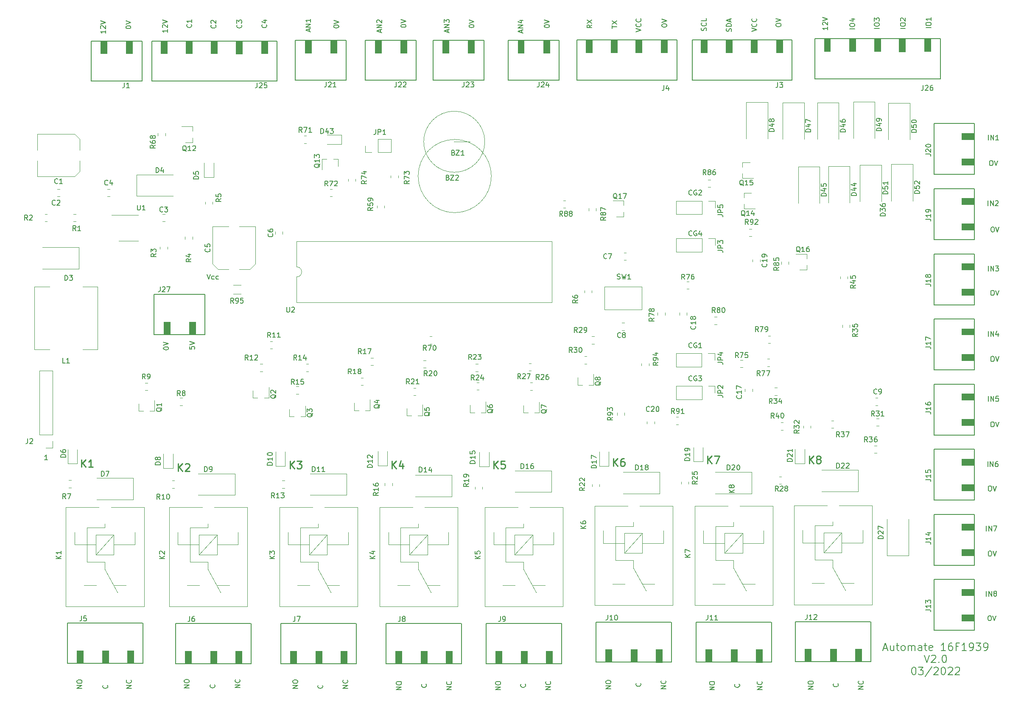
<source format=gto>
%TF.GenerationSoftware,KiCad,Pcbnew,(6.0.0)*%
%TF.CreationDate,2022-03-03T21:09:28+01:00*%
%TF.ProjectId,automate,6175746f-6d61-4746-952e-6b696361645f,rev?*%
%TF.SameCoordinates,Original*%
%TF.FileFunction,Legend,Top*%
%TF.FilePolarity,Positive*%
%FSLAX46Y46*%
G04 Gerber Fmt 4.6, Leading zero omitted, Abs format (unit mm)*
G04 Created by KiCad (PCBNEW (6.0.0)) date 2022-03-03 21:09:28*
%MOMM*%
%LPD*%
G01*
G04 APERTURE LIST*
%ADD10C,0.150000*%
%ADD11C,0.250000*%
%ADD12C,0.200000*%
%ADD13C,0.120000*%
%ADD14C,0.127000*%
%ADD15C,0.010000*%
G04 APERTURE END LIST*
D10*
X87457142Y-167790476D02*
X87504761Y-167838095D01*
X87552380Y-167980952D01*
X87552380Y-168076190D01*
X87504761Y-168219047D01*
X87409523Y-168314285D01*
X87314285Y-168361904D01*
X87123809Y-168409523D01*
X86980952Y-168409523D01*
X86790476Y-168361904D01*
X86695238Y-168314285D01*
X86600000Y-168219047D01*
X86552380Y-168076190D01*
X86552380Y-167980952D01*
X86600000Y-167838095D01*
X86647619Y-167790476D01*
X108957142Y-167890476D02*
X109004761Y-167938095D01*
X109052380Y-168080952D01*
X109052380Y-168176190D01*
X109004761Y-168319047D01*
X108909523Y-168414285D01*
X108814285Y-168461904D01*
X108623809Y-168509523D01*
X108480952Y-168509523D01*
X108290476Y-168461904D01*
X108195238Y-168414285D01*
X108100000Y-168319047D01*
X108052380Y-168176190D01*
X108052380Y-168080952D01*
X108100000Y-167938095D01*
X108147619Y-167890476D01*
X129657142Y-167690476D02*
X129704761Y-167738095D01*
X129752380Y-167880952D01*
X129752380Y-167976190D01*
X129704761Y-168119047D01*
X129609523Y-168214285D01*
X129514285Y-168261904D01*
X129323809Y-168309523D01*
X129180952Y-168309523D01*
X128990476Y-168261904D01*
X128895238Y-168214285D01*
X128800000Y-168119047D01*
X128752380Y-167976190D01*
X128752380Y-167880952D01*
X128800000Y-167738095D01*
X128847619Y-167690476D01*
X149457142Y-167690476D02*
X149504761Y-167738095D01*
X149552380Y-167880952D01*
X149552380Y-167976190D01*
X149504761Y-168119047D01*
X149409523Y-168214285D01*
X149314285Y-168261904D01*
X149123809Y-168309523D01*
X148980952Y-168309523D01*
X148790476Y-168261904D01*
X148695238Y-168214285D01*
X148600000Y-168119047D01*
X148552380Y-167976190D01*
X148552380Y-167880952D01*
X148600000Y-167738095D01*
X148647619Y-167690476D01*
X172457142Y-167490476D02*
X172504761Y-167538095D01*
X172552380Y-167680952D01*
X172552380Y-167776190D01*
X172504761Y-167919047D01*
X172409523Y-168014285D01*
X172314285Y-168061904D01*
X172123809Y-168109523D01*
X171980952Y-168109523D01*
X171790476Y-168061904D01*
X171695238Y-168014285D01*
X171600000Y-167919047D01*
X171552380Y-167776190D01*
X171552380Y-167680952D01*
X171600000Y-167538095D01*
X171647619Y-167490476D01*
X192157142Y-167690476D02*
X192204761Y-167738095D01*
X192252380Y-167880952D01*
X192252380Y-167976190D01*
X192204761Y-168119047D01*
X192109523Y-168214285D01*
X192014285Y-168261904D01*
X191823809Y-168309523D01*
X191680952Y-168309523D01*
X191490476Y-168261904D01*
X191395238Y-168214285D01*
X191300000Y-168119047D01*
X191252380Y-167976190D01*
X191252380Y-167880952D01*
X191300000Y-167738095D01*
X191347619Y-167690476D01*
X211857142Y-167590476D02*
X211904761Y-167638095D01*
X211952380Y-167780952D01*
X211952380Y-167876190D01*
X211904761Y-168019047D01*
X211809523Y-168114285D01*
X211714285Y-168161904D01*
X211523809Y-168209523D01*
X211380952Y-168209523D01*
X211190476Y-168161904D01*
X211095238Y-168114285D01*
X211000000Y-168019047D01*
X210952380Y-167876190D01*
X210952380Y-167780952D01*
X211000000Y-167638095D01*
X211047619Y-167590476D01*
X196752380Y-168785714D02*
X195752380Y-168785714D01*
X196752380Y-168214285D01*
X195752380Y-168214285D01*
X196657142Y-167166666D02*
X196704761Y-167214285D01*
X196752380Y-167357142D01*
X196752380Y-167452380D01*
X196704761Y-167595238D01*
X196609523Y-167690476D01*
X196514285Y-167738095D01*
X196323809Y-167785714D01*
X196180952Y-167785714D01*
X195990476Y-167738095D01*
X195895238Y-167690476D01*
X195800000Y-167595238D01*
X195752380Y-167452380D01*
X195752380Y-167357142D01*
X195800000Y-167214285D01*
X195847619Y-167166666D01*
X177552380Y-168585714D02*
X176552380Y-168585714D01*
X177552380Y-168014285D01*
X176552380Y-168014285D01*
X177457142Y-166966666D02*
X177504761Y-167014285D01*
X177552380Y-167157142D01*
X177552380Y-167252380D01*
X177504761Y-167395238D01*
X177409523Y-167490476D01*
X177314285Y-167538095D01*
X177123809Y-167585714D01*
X176980952Y-167585714D01*
X176790476Y-167538095D01*
X176695238Y-167490476D01*
X176600000Y-167395238D01*
X176552380Y-167252380D01*
X176552380Y-167157142D01*
X176600000Y-167014285D01*
X176647619Y-166966666D01*
X154552380Y-168785714D02*
X153552380Y-168785714D01*
X154552380Y-168214285D01*
X153552380Y-168214285D01*
X154457142Y-167166666D02*
X154504761Y-167214285D01*
X154552380Y-167357142D01*
X154552380Y-167452380D01*
X154504761Y-167595238D01*
X154409523Y-167690476D01*
X154314285Y-167738095D01*
X154123809Y-167785714D01*
X153980952Y-167785714D01*
X153790476Y-167738095D01*
X153695238Y-167690476D01*
X153600000Y-167595238D01*
X153552380Y-167452380D01*
X153552380Y-167357142D01*
X153600000Y-167214285D01*
X153647619Y-167166666D01*
X134752380Y-168785714D02*
X133752380Y-168785714D01*
X134752380Y-168214285D01*
X133752380Y-168214285D01*
X134657142Y-167166666D02*
X134704761Y-167214285D01*
X134752380Y-167357142D01*
X134752380Y-167452380D01*
X134704761Y-167595238D01*
X134609523Y-167690476D01*
X134514285Y-167738095D01*
X134323809Y-167785714D01*
X134180952Y-167785714D01*
X133990476Y-167738095D01*
X133895238Y-167690476D01*
X133800000Y-167595238D01*
X133752380Y-167452380D01*
X133752380Y-167357142D01*
X133800000Y-167214285D01*
X133847619Y-167166666D01*
X114052380Y-168485714D02*
X113052380Y-168485714D01*
X114052380Y-167914285D01*
X113052380Y-167914285D01*
X113957142Y-166866666D02*
X114004761Y-166914285D01*
X114052380Y-167057142D01*
X114052380Y-167152380D01*
X114004761Y-167295238D01*
X113909523Y-167390476D01*
X113814285Y-167438095D01*
X113623809Y-167485714D01*
X113480952Y-167485714D01*
X113290476Y-167438095D01*
X113195238Y-167390476D01*
X113100000Y-167295238D01*
X113052380Y-167152380D01*
X113052380Y-167057142D01*
X113100000Y-166914285D01*
X113147619Y-166866666D01*
X92552380Y-168385714D02*
X91552380Y-168385714D01*
X92552380Y-167814285D01*
X91552380Y-167814285D01*
X92457142Y-166766666D02*
X92504761Y-166814285D01*
X92552380Y-166957142D01*
X92552380Y-167052380D01*
X92504761Y-167195238D01*
X92409523Y-167290476D01*
X92314285Y-167338095D01*
X92123809Y-167385714D01*
X91980952Y-167385714D01*
X91790476Y-167338095D01*
X91695238Y-167290476D01*
X91600000Y-167195238D01*
X91552380Y-167052380D01*
X91552380Y-166957142D01*
X91600000Y-166814285D01*
X91647619Y-166766666D01*
X70852380Y-168485714D02*
X69852380Y-168485714D01*
X70852380Y-167914285D01*
X69852380Y-167914285D01*
X70757142Y-166866666D02*
X70804761Y-166914285D01*
X70852380Y-167057142D01*
X70852380Y-167152380D01*
X70804761Y-167295238D01*
X70709523Y-167390476D01*
X70614285Y-167438095D01*
X70423809Y-167485714D01*
X70280952Y-167485714D01*
X70090476Y-167438095D01*
X69995238Y-167390476D01*
X69900000Y-167295238D01*
X69852380Y-167152380D01*
X69852380Y-167057142D01*
X69900000Y-166914285D01*
X69947619Y-166866666D01*
X82402380Y-168409523D02*
X81402380Y-168409523D01*
X82402380Y-167838095D01*
X81402380Y-167838095D01*
X81402380Y-167171428D02*
X81402380Y-166980952D01*
X81450000Y-166885714D01*
X81545238Y-166790476D01*
X81735714Y-166742857D01*
X82069047Y-166742857D01*
X82259523Y-166790476D01*
X82354761Y-166885714D01*
X82402380Y-166980952D01*
X82402380Y-167171428D01*
X82354761Y-167266666D01*
X82259523Y-167361904D01*
X82069047Y-167409523D01*
X81735714Y-167409523D01*
X81545238Y-167361904D01*
X81450000Y-167266666D01*
X81402380Y-167171428D01*
X104052380Y-168509523D02*
X103052380Y-168509523D01*
X104052380Y-167938095D01*
X103052380Y-167938095D01*
X103052380Y-167271428D02*
X103052380Y-167080952D01*
X103100000Y-166985714D01*
X103195238Y-166890476D01*
X103385714Y-166842857D01*
X103719047Y-166842857D01*
X103909523Y-166890476D01*
X104004761Y-166985714D01*
X104052380Y-167080952D01*
X104052380Y-167271428D01*
X104004761Y-167366666D01*
X103909523Y-167461904D01*
X103719047Y-167509523D01*
X103385714Y-167509523D01*
X103195238Y-167461904D01*
X103100000Y-167366666D01*
X103052380Y-167271428D01*
X124752380Y-168809523D02*
X123752380Y-168809523D01*
X124752380Y-168238095D01*
X123752380Y-168238095D01*
X123752380Y-167571428D02*
X123752380Y-167380952D01*
X123800000Y-167285714D01*
X123895238Y-167190476D01*
X124085714Y-167142857D01*
X124419047Y-167142857D01*
X124609523Y-167190476D01*
X124704761Y-167285714D01*
X124752380Y-167380952D01*
X124752380Y-167571428D01*
X124704761Y-167666666D01*
X124609523Y-167761904D01*
X124419047Y-167809523D01*
X124085714Y-167809523D01*
X123895238Y-167761904D01*
X123800000Y-167666666D01*
X123752380Y-167571428D01*
X144552380Y-168809523D02*
X143552380Y-168809523D01*
X144552380Y-168238095D01*
X143552380Y-168238095D01*
X143552380Y-167571428D02*
X143552380Y-167380952D01*
X143600000Y-167285714D01*
X143695238Y-167190476D01*
X143885714Y-167142857D01*
X144219047Y-167142857D01*
X144409523Y-167190476D01*
X144504761Y-167285714D01*
X144552380Y-167380952D01*
X144552380Y-167571428D01*
X144504761Y-167666666D01*
X144409523Y-167761904D01*
X144219047Y-167809523D01*
X143885714Y-167809523D01*
X143695238Y-167761904D01*
X143600000Y-167666666D01*
X143552380Y-167571428D01*
X166552380Y-168609523D02*
X165552380Y-168609523D01*
X166552380Y-168038095D01*
X165552380Y-168038095D01*
X165552380Y-167371428D02*
X165552380Y-167180952D01*
X165600000Y-167085714D01*
X165695238Y-166990476D01*
X165885714Y-166942857D01*
X166219047Y-166942857D01*
X166409523Y-166990476D01*
X166504761Y-167085714D01*
X166552380Y-167180952D01*
X166552380Y-167371428D01*
X166504761Y-167466666D01*
X166409523Y-167561904D01*
X166219047Y-167609523D01*
X165885714Y-167609523D01*
X165695238Y-167561904D01*
X165600000Y-167466666D01*
X165552380Y-167371428D01*
X206952380Y-168709523D02*
X205952380Y-168709523D01*
X206952380Y-168138095D01*
X205952380Y-168138095D01*
X205952380Y-167471428D02*
X205952380Y-167280952D01*
X206000000Y-167185714D01*
X206095238Y-167090476D01*
X206285714Y-167042857D01*
X206619047Y-167042857D01*
X206809523Y-167090476D01*
X206904761Y-167185714D01*
X206952380Y-167280952D01*
X206952380Y-167471428D01*
X206904761Y-167566666D01*
X206809523Y-167661904D01*
X206619047Y-167709523D01*
X206285714Y-167709523D01*
X206095238Y-167661904D01*
X206000000Y-167566666D01*
X205952380Y-167471428D01*
X78042380Y-36969047D02*
X78042380Y-37540476D01*
X78042380Y-37254761D02*
X77042380Y-37254761D01*
X77185238Y-37350000D01*
X77280476Y-37445238D01*
X77328095Y-37540476D01*
X77137619Y-36588095D02*
X77090000Y-36540476D01*
X77042380Y-36445238D01*
X77042380Y-36207142D01*
X77090000Y-36111904D01*
X77137619Y-36064285D01*
X77232857Y-36016666D01*
X77328095Y-36016666D01*
X77470952Y-36064285D01*
X78042380Y-36635714D01*
X78042380Y-36016666D01*
X77042380Y-35730952D02*
X78042380Y-35397619D01*
X77042380Y-35064285D01*
X87647142Y-36116666D02*
X87694761Y-36164285D01*
X87742380Y-36307142D01*
X87742380Y-36402380D01*
X87694761Y-36545238D01*
X87599523Y-36640476D01*
X87504285Y-36688095D01*
X87313809Y-36735714D01*
X87170952Y-36735714D01*
X86980476Y-36688095D01*
X86885238Y-36640476D01*
X86790000Y-36545238D01*
X86742380Y-36402380D01*
X86742380Y-36307142D01*
X86790000Y-36164285D01*
X86837619Y-36116666D01*
X86837619Y-35735714D02*
X86790000Y-35688095D01*
X86742380Y-35592857D01*
X86742380Y-35354761D01*
X86790000Y-35259523D01*
X86837619Y-35211904D01*
X86932857Y-35164285D01*
X87028095Y-35164285D01*
X87170952Y-35211904D01*
X87742380Y-35783333D01*
X87742380Y-35164285D01*
X92797142Y-36066666D02*
X92844761Y-36114285D01*
X92892380Y-36257142D01*
X92892380Y-36352380D01*
X92844761Y-36495238D01*
X92749523Y-36590476D01*
X92654285Y-36638095D01*
X92463809Y-36685714D01*
X92320952Y-36685714D01*
X92130476Y-36638095D01*
X92035238Y-36590476D01*
X91940000Y-36495238D01*
X91892380Y-36352380D01*
X91892380Y-36257142D01*
X91940000Y-36114285D01*
X91987619Y-36066666D01*
X91892380Y-35733333D02*
X91892380Y-35114285D01*
X92273333Y-35447619D01*
X92273333Y-35304761D01*
X92320952Y-35209523D01*
X92368571Y-35161904D01*
X92463809Y-35114285D01*
X92701904Y-35114285D01*
X92797142Y-35161904D01*
X92844761Y-35209523D01*
X92892380Y-35304761D01*
X92892380Y-35590476D01*
X92844761Y-35685714D01*
X92797142Y-35733333D01*
X97797142Y-36016666D02*
X97844761Y-36064285D01*
X97892380Y-36207142D01*
X97892380Y-36302380D01*
X97844761Y-36445238D01*
X97749523Y-36540476D01*
X97654285Y-36588095D01*
X97463809Y-36635714D01*
X97320952Y-36635714D01*
X97130476Y-36588095D01*
X97035238Y-36540476D01*
X96940000Y-36445238D01*
X96892380Y-36302380D01*
X96892380Y-36207142D01*
X96940000Y-36064285D01*
X96987619Y-36016666D01*
X97225714Y-35159523D02*
X97892380Y-35159523D01*
X96844761Y-35397619D02*
X97559047Y-35635714D01*
X97559047Y-35016666D01*
X106356666Y-37388095D02*
X106356666Y-36911904D01*
X106642380Y-37483333D02*
X105642380Y-37150000D01*
X106642380Y-36816666D01*
X106642380Y-36483333D02*
X105642380Y-36483333D01*
X106642380Y-35911904D01*
X105642380Y-35911904D01*
X106642380Y-34911904D02*
X106642380Y-35483333D01*
X106642380Y-35197619D02*
X105642380Y-35197619D01*
X105785238Y-35292857D01*
X105880476Y-35388095D01*
X105928095Y-35483333D01*
X120556666Y-37538095D02*
X120556666Y-37061904D01*
X120842380Y-37633333D02*
X119842380Y-37300000D01*
X120842380Y-36966666D01*
X120842380Y-36633333D02*
X119842380Y-36633333D01*
X120842380Y-36061904D01*
X119842380Y-36061904D01*
X119937619Y-35633333D02*
X119890000Y-35585714D01*
X119842380Y-35490476D01*
X119842380Y-35252380D01*
X119890000Y-35157142D01*
X119937619Y-35109523D01*
X120032857Y-35061904D01*
X120128095Y-35061904D01*
X120270952Y-35109523D01*
X120842380Y-35680952D01*
X120842380Y-35061904D01*
X134006666Y-37488095D02*
X134006666Y-37011904D01*
X134292380Y-37583333D02*
X133292380Y-37250000D01*
X134292380Y-36916666D01*
X134292380Y-36583333D02*
X133292380Y-36583333D01*
X134292380Y-36011904D01*
X133292380Y-36011904D01*
X133292380Y-35630952D02*
X133292380Y-35011904D01*
X133673333Y-35345238D01*
X133673333Y-35202380D01*
X133720952Y-35107142D01*
X133768571Y-35059523D01*
X133863809Y-35011904D01*
X134101904Y-35011904D01*
X134197142Y-35059523D01*
X134244761Y-35107142D01*
X134292380Y-35202380D01*
X134292380Y-35488095D01*
X134244761Y-35583333D01*
X134197142Y-35630952D01*
X148756666Y-37588095D02*
X148756666Y-37111904D01*
X149042380Y-37683333D02*
X148042380Y-37350000D01*
X149042380Y-37016666D01*
X149042380Y-36683333D02*
X148042380Y-36683333D01*
X149042380Y-36111904D01*
X148042380Y-36111904D01*
X148375714Y-35207142D02*
X149042380Y-35207142D01*
X147994761Y-35445238D02*
X148709047Y-35683333D01*
X148709047Y-35064285D01*
X176722380Y-36273809D02*
X176722380Y-36083333D01*
X176770000Y-35988095D01*
X176865238Y-35892857D01*
X177055714Y-35845238D01*
X177389047Y-35845238D01*
X177579523Y-35892857D01*
X177674761Y-35988095D01*
X177722380Y-36083333D01*
X177722380Y-36273809D01*
X177674761Y-36369047D01*
X177579523Y-36464285D01*
X177389047Y-36511904D01*
X177055714Y-36511904D01*
X176865238Y-36464285D01*
X176770000Y-36369047D01*
X176722380Y-36273809D01*
X176722380Y-35559523D02*
X177722380Y-35226190D01*
X176722380Y-34892857D01*
X171572380Y-37433333D02*
X172572380Y-37100000D01*
X171572380Y-36766666D01*
X172477142Y-35861904D02*
X172524761Y-35909523D01*
X172572380Y-36052380D01*
X172572380Y-36147619D01*
X172524761Y-36290476D01*
X172429523Y-36385714D01*
X172334285Y-36433333D01*
X172143809Y-36480952D01*
X172000952Y-36480952D01*
X171810476Y-36433333D01*
X171715238Y-36385714D01*
X171620000Y-36290476D01*
X171572380Y-36147619D01*
X171572380Y-36052380D01*
X171620000Y-35909523D01*
X171667619Y-35861904D01*
X172477142Y-34861904D02*
X172524761Y-34909523D01*
X172572380Y-35052380D01*
X172572380Y-35147619D01*
X172524761Y-35290476D01*
X172429523Y-35385714D01*
X172334285Y-35433333D01*
X172143809Y-35480952D01*
X172000952Y-35480952D01*
X171810476Y-35433333D01*
X171715238Y-35385714D01*
X171620000Y-35290476D01*
X171572380Y-35147619D01*
X171572380Y-35052380D01*
X171620000Y-34909523D01*
X171667619Y-34861904D01*
X209842380Y-36469047D02*
X209842380Y-37040476D01*
X209842380Y-36754761D02*
X208842380Y-36754761D01*
X208985238Y-36850000D01*
X209080476Y-36945238D01*
X209128095Y-37040476D01*
X208937619Y-36088095D02*
X208890000Y-36040476D01*
X208842380Y-35945238D01*
X208842380Y-35707142D01*
X208890000Y-35611904D01*
X208937619Y-35564285D01*
X209032857Y-35516666D01*
X209128095Y-35516666D01*
X209270952Y-35564285D01*
X209842380Y-36135714D01*
X209842380Y-35516666D01*
X208842380Y-35230952D02*
X209842380Y-34897619D01*
X208842380Y-34564285D01*
X241850000Y-72162380D02*
X241850000Y-71162380D01*
X242326190Y-72162380D02*
X242326190Y-71162380D01*
X242897619Y-72162380D01*
X242897619Y-71162380D01*
X243326190Y-71257619D02*
X243373809Y-71210000D01*
X243469047Y-71162380D01*
X243707142Y-71162380D01*
X243802380Y-71210000D01*
X243850000Y-71257619D01*
X243897619Y-71352857D01*
X243897619Y-71448095D01*
X243850000Y-71590952D01*
X243278571Y-72162380D01*
X243897619Y-72162380D01*
X241900000Y-85212380D02*
X241900000Y-84212380D01*
X242376190Y-85212380D02*
X242376190Y-84212380D01*
X242947619Y-85212380D01*
X242947619Y-84212380D01*
X243328571Y-84212380D02*
X243947619Y-84212380D01*
X243614285Y-84593333D01*
X243757142Y-84593333D01*
X243852380Y-84640952D01*
X243900000Y-84688571D01*
X243947619Y-84783809D01*
X243947619Y-85021904D01*
X243900000Y-85117142D01*
X243852380Y-85164761D01*
X243757142Y-85212380D01*
X243471428Y-85212380D01*
X243376190Y-85164761D01*
X243328571Y-85117142D01*
X241900000Y-98212380D02*
X241900000Y-97212380D01*
X242376190Y-98212380D02*
X242376190Y-97212380D01*
X242947619Y-98212380D01*
X242947619Y-97212380D01*
X243852380Y-97545714D02*
X243852380Y-98212380D01*
X243614285Y-97164761D02*
X243376190Y-97879047D01*
X243995238Y-97879047D01*
X241900000Y-111212380D02*
X241900000Y-110212380D01*
X242376190Y-111212380D02*
X242376190Y-110212380D01*
X242947619Y-111212380D01*
X242947619Y-110212380D01*
X243900000Y-110212380D02*
X243423809Y-110212380D01*
X243376190Y-110688571D01*
X243423809Y-110640952D01*
X243519047Y-110593333D01*
X243757142Y-110593333D01*
X243852380Y-110640952D01*
X243900000Y-110688571D01*
X243947619Y-110783809D01*
X243947619Y-111021904D01*
X243900000Y-111117142D01*
X243852380Y-111164761D01*
X243757142Y-111212380D01*
X243519047Y-111212380D01*
X243423809Y-111164761D01*
X243376190Y-111117142D01*
X241800000Y-124262380D02*
X241800000Y-123262380D01*
X242276190Y-124262380D02*
X242276190Y-123262380D01*
X242847619Y-124262380D01*
X242847619Y-123262380D01*
X243752380Y-123262380D02*
X243561904Y-123262380D01*
X243466666Y-123310000D01*
X243419047Y-123357619D01*
X243323809Y-123500476D01*
X243276190Y-123690952D01*
X243276190Y-124071904D01*
X243323809Y-124167142D01*
X243371428Y-124214761D01*
X243466666Y-124262380D01*
X243657142Y-124262380D01*
X243752380Y-124214761D01*
X243800000Y-124167142D01*
X243847619Y-124071904D01*
X243847619Y-123833809D01*
X243800000Y-123738571D01*
X243752380Y-123690952D01*
X243657142Y-123643333D01*
X243466666Y-123643333D01*
X243371428Y-123690952D01*
X243323809Y-123738571D01*
X243276190Y-123833809D01*
X241500000Y-137112380D02*
X241500000Y-136112380D01*
X241976190Y-137112380D02*
X241976190Y-136112380D01*
X242547619Y-137112380D01*
X242547619Y-136112380D01*
X242928571Y-136112380D02*
X243595238Y-136112380D01*
X243166666Y-137112380D01*
X241500000Y-150112380D02*
X241500000Y-149112380D01*
X241976190Y-150112380D02*
X241976190Y-149112380D01*
X242547619Y-150112380D01*
X242547619Y-149112380D01*
X243166666Y-149540952D02*
X243071428Y-149493333D01*
X243023809Y-149445714D01*
X242976190Y-149350476D01*
X242976190Y-149302857D01*
X243023809Y-149207619D01*
X243071428Y-149160000D01*
X243166666Y-149112380D01*
X243357142Y-149112380D01*
X243452380Y-149160000D01*
X243500000Y-149207619D01*
X243547619Y-149302857D01*
X243547619Y-149350476D01*
X243500000Y-149445714D01*
X243452380Y-149493333D01*
X243357142Y-149540952D01*
X243166666Y-149540952D01*
X243071428Y-149588571D01*
X243023809Y-149636190D01*
X242976190Y-149731428D01*
X242976190Y-149921904D01*
X243023809Y-150017142D01*
X243071428Y-150064761D01*
X243166666Y-150112380D01*
X243357142Y-150112380D01*
X243452380Y-150064761D01*
X243500000Y-150017142D01*
X243547619Y-149921904D01*
X243547619Y-149731428D01*
X243500000Y-149636190D01*
X243452380Y-149588571D01*
X243357142Y-149540952D01*
X182721333Y-69953142D02*
X182673714Y-70000761D01*
X182530857Y-70048380D01*
X182435619Y-70048380D01*
X182292761Y-70000761D01*
X182197523Y-69905523D01*
X182149904Y-69810285D01*
X182102285Y-69619809D01*
X182102285Y-69476952D01*
X182149904Y-69286476D01*
X182197523Y-69191238D01*
X182292761Y-69096000D01*
X182435619Y-69048380D01*
X182530857Y-69048380D01*
X182673714Y-69096000D01*
X182721333Y-69143619D01*
X183673714Y-69096000D02*
X183578476Y-69048380D01*
X183435619Y-69048380D01*
X183292761Y-69096000D01*
X183197523Y-69191238D01*
X183149904Y-69286476D01*
X183102285Y-69476952D01*
X183102285Y-69619809D01*
X183149904Y-69810285D01*
X183197523Y-69905523D01*
X183292761Y-70000761D01*
X183435619Y-70048380D01*
X183530857Y-70048380D01*
X183673714Y-70000761D01*
X183721333Y-69953142D01*
X183721333Y-69619809D01*
X183530857Y-69619809D01*
X184102285Y-69143619D02*
X184149904Y-69096000D01*
X184245142Y-69048380D01*
X184483238Y-69048380D01*
X184578476Y-69096000D01*
X184626095Y-69143619D01*
X184673714Y-69238857D01*
X184673714Y-69334095D01*
X184626095Y-69476952D01*
X184054666Y-70048380D01*
X184673714Y-70048380D01*
X182721333Y-107037142D02*
X182673714Y-107084761D01*
X182530857Y-107132380D01*
X182435619Y-107132380D01*
X182292761Y-107084761D01*
X182197523Y-106989523D01*
X182149904Y-106894285D01*
X182102285Y-106703809D01*
X182102285Y-106560952D01*
X182149904Y-106370476D01*
X182197523Y-106275238D01*
X182292761Y-106180000D01*
X182435619Y-106132380D01*
X182530857Y-106132380D01*
X182673714Y-106180000D01*
X182721333Y-106227619D01*
X183673714Y-106180000D02*
X183578476Y-106132380D01*
X183435619Y-106132380D01*
X183292761Y-106180000D01*
X183197523Y-106275238D01*
X183149904Y-106370476D01*
X183102285Y-106560952D01*
X183102285Y-106703809D01*
X183149904Y-106894285D01*
X183197523Y-106989523D01*
X183292761Y-107084761D01*
X183435619Y-107132380D01*
X183530857Y-107132380D01*
X183673714Y-107084761D01*
X183721333Y-107037142D01*
X183721333Y-106703809D01*
X183530857Y-106703809D01*
X184054666Y-106132380D02*
X184673714Y-106132380D01*
X184340380Y-106513333D01*
X184483238Y-106513333D01*
X184578476Y-106560952D01*
X184626095Y-106608571D01*
X184673714Y-106703809D01*
X184673714Y-106941904D01*
X184626095Y-107037142D01*
X184578476Y-107084761D01*
X184483238Y-107132380D01*
X184197523Y-107132380D01*
X184102285Y-107084761D01*
X184054666Y-107037142D01*
X182721333Y-78081142D02*
X182673714Y-78128761D01*
X182530857Y-78176380D01*
X182435619Y-78176380D01*
X182292761Y-78128761D01*
X182197523Y-78033523D01*
X182149904Y-77938285D01*
X182102285Y-77747809D01*
X182102285Y-77604952D01*
X182149904Y-77414476D01*
X182197523Y-77319238D01*
X182292761Y-77224000D01*
X182435619Y-77176380D01*
X182530857Y-77176380D01*
X182673714Y-77224000D01*
X182721333Y-77271619D01*
X183673714Y-77224000D02*
X183578476Y-77176380D01*
X183435619Y-77176380D01*
X183292761Y-77224000D01*
X183197523Y-77319238D01*
X183149904Y-77414476D01*
X183102285Y-77604952D01*
X183102285Y-77747809D01*
X183149904Y-77938285D01*
X183197523Y-78033523D01*
X183292761Y-78128761D01*
X183435619Y-78176380D01*
X183530857Y-78176380D01*
X183673714Y-78128761D01*
X183721333Y-78081142D01*
X183721333Y-77747809D01*
X183530857Y-77747809D01*
X184578476Y-77509714D02*
X184578476Y-78176380D01*
X184340380Y-77128761D02*
X184102285Y-77843047D01*
X184721333Y-77843047D01*
X111242380Y-36426190D02*
X111242380Y-36330952D01*
X111290000Y-36235714D01*
X111337619Y-36188095D01*
X111432857Y-36140476D01*
X111623333Y-36092857D01*
X111861428Y-36092857D01*
X112051904Y-36140476D01*
X112147142Y-36188095D01*
X112194761Y-36235714D01*
X112242380Y-36330952D01*
X112242380Y-36426190D01*
X112194761Y-36521428D01*
X112147142Y-36569047D01*
X112051904Y-36616666D01*
X111861428Y-36664285D01*
X111623333Y-36664285D01*
X111432857Y-36616666D01*
X111337619Y-36569047D01*
X111290000Y-36521428D01*
X111242380Y-36426190D01*
X111242380Y-35807142D02*
X112242380Y-35473809D01*
X111242380Y-35140476D01*
X124642380Y-36326190D02*
X124642380Y-36230952D01*
X124690000Y-36135714D01*
X124737619Y-36088095D01*
X124832857Y-36040476D01*
X125023333Y-35992857D01*
X125261428Y-35992857D01*
X125451904Y-36040476D01*
X125547142Y-36088095D01*
X125594761Y-36135714D01*
X125642380Y-36230952D01*
X125642380Y-36326190D01*
X125594761Y-36421428D01*
X125547142Y-36469047D01*
X125451904Y-36516666D01*
X125261428Y-36564285D01*
X125023333Y-36564285D01*
X124832857Y-36516666D01*
X124737619Y-36469047D01*
X124690000Y-36421428D01*
X124642380Y-36326190D01*
X124642380Y-35707142D02*
X125642380Y-35373809D01*
X124642380Y-35040476D01*
X138242380Y-36376190D02*
X138242380Y-36280952D01*
X138290000Y-36185714D01*
X138337619Y-36138095D01*
X138432857Y-36090476D01*
X138623333Y-36042857D01*
X138861428Y-36042857D01*
X139051904Y-36090476D01*
X139147142Y-36138095D01*
X139194761Y-36185714D01*
X139242380Y-36280952D01*
X139242380Y-36376190D01*
X139194761Y-36471428D01*
X139147142Y-36519047D01*
X139051904Y-36566666D01*
X138861428Y-36614285D01*
X138623333Y-36614285D01*
X138432857Y-36566666D01*
X138337619Y-36519047D01*
X138290000Y-36471428D01*
X138242380Y-36376190D01*
X138242380Y-35757142D02*
X139242380Y-35423809D01*
X138242380Y-35090476D01*
X153292380Y-36376190D02*
X153292380Y-36280952D01*
X153340000Y-36185714D01*
X153387619Y-36138095D01*
X153482857Y-36090476D01*
X153673333Y-36042857D01*
X153911428Y-36042857D01*
X154101904Y-36090476D01*
X154197142Y-36138095D01*
X154244761Y-36185714D01*
X154292380Y-36280952D01*
X154292380Y-36376190D01*
X154244761Y-36471428D01*
X154197142Y-36519047D01*
X154101904Y-36566666D01*
X153911428Y-36614285D01*
X153673333Y-36614285D01*
X153482857Y-36566666D01*
X153387619Y-36519047D01*
X153340000Y-36471428D01*
X153292380Y-36376190D01*
X153292380Y-35757142D02*
X154292380Y-35423809D01*
X153292380Y-35090476D01*
X242376190Y-63162380D02*
X242566666Y-63162380D01*
X242661904Y-63210000D01*
X242757142Y-63305238D01*
X242804761Y-63495714D01*
X242804761Y-63829047D01*
X242757142Y-64019523D01*
X242661904Y-64114761D01*
X242566666Y-64162380D01*
X242376190Y-64162380D01*
X242280952Y-64114761D01*
X242185714Y-64019523D01*
X242138095Y-63829047D01*
X242138095Y-63495714D01*
X242185714Y-63305238D01*
X242280952Y-63210000D01*
X242376190Y-63162380D01*
X243090476Y-63162380D02*
X243423809Y-64162380D01*
X243757142Y-63162380D01*
X242676190Y-76412380D02*
X242866666Y-76412380D01*
X242961904Y-76460000D01*
X243057142Y-76555238D01*
X243104761Y-76745714D01*
X243104761Y-77079047D01*
X243057142Y-77269523D01*
X242961904Y-77364761D01*
X242866666Y-77412380D01*
X242676190Y-77412380D01*
X242580952Y-77364761D01*
X242485714Y-77269523D01*
X242438095Y-77079047D01*
X242438095Y-76745714D01*
X242485714Y-76555238D01*
X242580952Y-76460000D01*
X242676190Y-76412380D01*
X243390476Y-76412380D02*
X243723809Y-77412380D01*
X244057142Y-76412380D01*
X242626190Y-89062380D02*
X242816666Y-89062380D01*
X242911904Y-89110000D01*
X243007142Y-89205238D01*
X243054761Y-89395714D01*
X243054761Y-89729047D01*
X243007142Y-89919523D01*
X242911904Y-90014761D01*
X242816666Y-90062380D01*
X242626190Y-90062380D01*
X242530952Y-90014761D01*
X242435714Y-89919523D01*
X242388095Y-89729047D01*
X242388095Y-89395714D01*
X242435714Y-89205238D01*
X242530952Y-89110000D01*
X242626190Y-89062380D01*
X243340476Y-89062380D02*
X243673809Y-90062380D01*
X244007142Y-89062380D01*
X242626190Y-102262380D02*
X242816666Y-102262380D01*
X242911904Y-102310000D01*
X243007142Y-102405238D01*
X243054761Y-102595714D01*
X243054761Y-102929047D01*
X243007142Y-103119523D01*
X242911904Y-103214761D01*
X242816666Y-103262380D01*
X242626190Y-103262380D01*
X242530952Y-103214761D01*
X242435714Y-103119523D01*
X242388095Y-102929047D01*
X242388095Y-102595714D01*
X242435714Y-102405238D01*
X242530952Y-102310000D01*
X242626190Y-102262380D01*
X243340476Y-102262380D02*
X243673809Y-103262380D01*
X244007142Y-102262380D01*
X242626190Y-115312380D02*
X242816666Y-115312380D01*
X242911904Y-115360000D01*
X243007142Y-115455238D01*
X243054761Y-115645714D01*
X243054761Y-115979047D01*
X243007142Y-116169523D01*
X242911904Y-116264761D01*
X242816666Y-116312380D01*
X242626190Y-116312380D01*
X242530952Y-116264761D01*
X242435714Y-116169523D01*
X242388095Y-115979047D01*
X242388095Y-115645714D01*
X242435714Y-115455238D01*
X242530952Y-115360000D01*
X242626190Y-115312380D01*
X243340476Y-115312380D02*
X243673809Y-116312380D01*
X244007142Y-115312380D01*
X242126190Y-128112380D02*
X242316666Y-128112380D01*
X242411904Y-128160000D01*
X242507142Y-128255238D01*
X242554761Y-128445714D01*
X242554761Y-128779047D01*
X242507142Y-128969523D01*
X242411904Y-129064761D01*
X242316666Y-129112380D01*
X242126190Y-129112380D01*
X242030952Y-129064761D01*
X241935714Y-128969523D01*
X241888095Y-128779047D01*
X241888095Y-128445714D01*
X241935714Y-128255238D01*
X242030952Y-128160000D01*
X242126190Y-128112380D01*
X242840476Y-128112380D02*
X243173809Y-129112380D01*
X243507142Y-128112380D01*
X242126190Y-141112380D02*
X242316666Y-141112380D01*
X242411904Y-141160000D01*
X242507142Y-141255238D01*
X242554761Y-141445714D01*
X242554761Y-141779047D01*
X242507142Y-141969523D01*
X242411904Y-142064761D01*
X242316666Y-142112380D01*
X242126190Y-142112380D01*
X242030952Y-142064761D01*
X241935714Y-141969523D01*
X241888095Y-141779047D01*
X241888095Y-141445714D01*
X241935714Y-141255238D01*
X242030952Y-141160000D01*
X242126190Y-141112380D01*
X242840476Y-141112380D02*
X243173809Y-142112380D01*
X243507142Y-141112380D01*
X242076190Y-154012380D02*
X242266666Y-154012380D01*
X242361904Y-154060000D01*
X242457142Y-154155238D01*
X242504761Y-154345714D01*
X242504761Y-154679047D01*
X242457142Y-154869523D01*
X242361904Y-154964761D01*
X242266666Y-155012380D01*
X242076190Y-155012380D01*
X241980952Y-154964761D01*
X241885714Y-154869523D01*
X241838095Y-154679047D01*
X241838095Y-154345714D01*
X241885714Y-154155238D01*
X241980952Y-154060000D01*
X242076190Y-154012380D01*
X242790476Y-154012380D02*
X243123809Y-155012380D01*
X243457142Y-154012380D01*
D11*
X80172857Y-125138571D02*
X80172857Y-123638571D01*
X81030000Y-125138571D02*
X80387142Y-124281428D01*
X81030000Y-123638571D02*
X80172857Y-124495714D01*
X81601428Y-123781428D02*
X81672857Y-123710000D01*
X81815714Y-123638571D01*
X82172857Y-123638571D01*
X82315714Y-123710000D01*
X82387142Y-123781428D01*
X82458571Y-123924285D01*
X82458571Y-124067142D01*
X82387142Y-124281428D01*
X81530000Y-125138571D01*
X82458571Y-125138571D01*
X102524857Y-124630571D02*
X102524857Y-123130571D01*
X103382000Y-124630571D02*
X102739142Y-123773428D01*
X103382000Y-123130571D02*
X102524857Y-123987714D01*
X103882000Y-123130571D02*
X104810571Y-123130571D01*
X104310571Y-123702000D01*
X104524857Y-123702000D01*
X104667714Y-123773428D01*
X104739142Y-123844857D01*
X104810571Y-123987714D01*
X104810571Y-124344857D01*
X104739142Y-124487714D01*
X104667714Y-124559142D01*
X104524857Y-124630571D01*
X104096285Y-124630571D01*
X103953428Y-124559142D01*
X103882000Y-124487714D01*
X122844857Y-124630571D02*
X122844857Y-123130571D01*
X123702000Y-124630571D02*
X123059142Y-123773428D01*
X123702000Y-123130571D02*
X122844857Y-123987714D01*
X124987714Y-123630571D02*
X124987714Y-124630571D01*
X124630571Y-123059142D02*
X124273428Y-124130571D01*
X125202000Y-124130571D01*
X143164857Y-124630571D02*
X143164857Y-123130571D01*
X144022000Y-124630571D02*
X143379142Y-123773428D01*
X144022000Y-123130571D02*
X143164857Y-123987714D01*
X145379142Y-123130571D02*
X144664857Y-123130571D01*
X144593428Y-123844857D01*
X144664857Y-123773428D01*
X144807714Y-123702000D01*
X145164857Y-123702000D01*
X145307714Y-123773428D01*
X145379142Y-123844857D01*
X145450571Y-123987714D01*
X145450571Y-124344857D01*
X145379142Y-124487714D01*
X145307714Y-124559142D01*
X145164857Y-124630571D01*
X144807714Y-124630571D01*
X144664857Y-124559142D01*
X144593428Y-124487714D01*
X167040857Y-124122571D02*
X167040857Y-122622571D01*
X167898000Y-124122571D02*
X167255142Y-123265428D01*
X167898000Y-122622571D02*
X167040857Y-123479714D01*
X169183714Y-122622571D02*
X168898000Y-122622571D01*
X168755142Y-122694000D01*
X168683714Y-122765428D01*
X168540857Y-122979714D01*
X168469428Y-123265428D01*
X168469428Y-123836857D01*
X168540857Y-123979714D01*
X168612285Y-124051142D01*
X168755142Y-124122571D01*
X169040857Y-124122571D01*
X169183714Y-124051142D01*
X169255142Y-123979714D01*
X169326571Y-123836857D01*
X169326571Y-123479714D01*
X169255142Y-123336857D01*
X169183714Y-123265428D01*
X169040857Y-123194000D01*
X168755142Y-123194000D01*
X168612285Y-123265428D01*
X168540857Y-123336857D01*
X168469428Y-123479714D01*
X185836857Y-123614571D02*
X185836857Y-122114571D01*
X186694000Y-123614571D02*
X186051142Y-122757428D01*
X186694000Y-122114571D02*
X185836857Y-122971714D01*
X187194000Y-122114571D02*
X188194000Y-122114571D01*
X187551142Y-123614571D01*
X206156857Y-123614571D02*
X206156857Y-122114571D01*
X207014000Y-123614571D02*
X206371142Y-122757428D01*
X207014000Y-122114571D02*
X206156857Y-122971714D01*
X207871142Y-122757428D02*
X207728285Y-122686000D01*
X207656857Y-122614571D01*
X207585428Y-122471714D01*
X207585428Y-122400285D01*
X207656857Y-122257428D01*
X207728285Y-122186000D01*
X207871142Y-122114571D01*
X208156857Y-122114571D01*
X208299714Y-122186000D01*
X208371142Y-122257428D01*
X208442571Y-122400285D01*
X208442571Y-122471714D01*
X208371142Y-122614571D01*
X208299714Y-122686000D01*
X208156857Y-122757428D01*
X207871142Y-122757428D01*
X207728285Y-122828857D01*
X207656857Y-122900285D01*
X207585428Y-123043142D01*
X207585428Y-123328857D01*
X207656857Y-123471714D01*
X207728285Y-123543142D01*
X207871142Y-123614571D01*
X208156857Y-123614571D01*
X208299714Y-123543142D01*
X208371142Y-123471714D01*
X208442571Y-123328857D01*
X208442571Y-123043142D01*
X208371142Y-122900285D01*
X208299714Y-122828857D01*
X208156857Y-122757428D01*
D10*
X162772380Y-36066666D02*
X162296190Y-36400000D01*
X162772380Y-36638095D02*
X161772380Y-36638095D01*
X161772380Y-36257142D01*
X161820000Y-36161904D01*
X161867619Y-36114285D01*
X161962857Y-36066666D01*
X162105714Y-36066666D01*
X162200952Y-36114285D01*
X162248571Y-36161904D01*
X162296190Y-36257142D01*
X162296190Y-36638095D01*
X161772380Y-35733333D02*
X162772380Y-35066666D01*
X161772380Y-35066666D02*
X162772380Y-35733333D01*
X66057142Y-167890476D02*
X66104761Y-167938095D01*
X66152380Y-168080952D01*
X66152380Y-168176190D01*
X66104761Y-168319047D01*
X66009523Y-168414285D01*
X65914285Y-168461904D01*
X65723809Y-168509523D01*
X65580952Y-168509523D01*
X65390476Y-168461904D01*
X65295238Y-168414285D01*
X65200000Y-168319047D01*
X65152380Y-168176190D01*
X65152380Y-168080952D01*
X65200000Y-167938095D01*
X65247619Y-167890476D01*
X220142380Y-36750000D02*
X219142380Y-36750000D01*
X219142380Y-36083333D02*
X219142380Y-35892857D01*
X219190000Y-35797619D01*
X219285238Y-35702380D01*
X219475714Y-35654761D01*
X219809047Y-35654761D01*
X219999523Y-35702380D01*
X220094761Y-35797619D01*
X220142380Y-35892857D01*
X220142380Y-36083333D01*
X220094761Y-36178571D01*
X219999523Y-36273809D01*
X219809047Y-36321428D01*
X219475714Y-36321428D01*
X219285238Y-36273809D01*
X219190000Y-36178571D01*
X219142380Y-36083333D01*
X219142380Y-35321428D02*
X219142380Y-34702380D01*
X219523333Y-35035714D01*
X219523333Y-34892857D01*
X219570952Y-34797619D01*
X219618571Y-34750000D01*
X219713809Y-34702380D01*
X219951904Y-34702380D01*
X220047142Y-34750000D01*
X220094761Y-34797619D01*
X220142380Y-34892857D01*
X220142380Y-35178571D01*
X220094761Y-35273809D01*
X220047142Y-35321428D01*
X190574761Y-37364285D02*
X190622380Y-37221428D01*
X190622380Y-36983333D01*
X190574761Y-36888095D01*
X190527142Y-36840476D01*
X190431904Y-36792857D01*
X190336666Y-36792857D01*
X190241428Y-36840476D01*
X190193809Y-36888095D01*
X190146190Y-36983333D01*
X190098571Y-37173809D01*
X190050952Y-37269047D01*
X190003333Y-37316666D01*
X189908095Y-37364285D01*
X189812857Y-37364285D01*
X189717619Y-37316666D01*
X189670000Y-37269047D01*
X189622380Y-37173809D01*
X189622380Y-36935714D01*
X189670000Y-36792857D01*
X190622380Y-36364285D02*
X189622380Y-36364285D01*
X189622380Y-36126190D01*
X189670000Y-35983333D01*
X189765238Y-35888095D01*
X189860476Y-35840476D01*
X190050952Y-35792857D01*
X190193809Y-35792857D01*
X190384285Y-35840476D01*
X190479523Y-35888095D01*
X190574761Y-35983333D01*
X190622380Y-36126190D01*
X190622380Y-36364285D01*
X190336666Y-35411904D02*
X190336666Y-34935714D01*
X190622380Y-35507142D02*
X189622380Y-35173809D01*
X190622380Y-34840476D01*
X82467380Y-100290476D02*
X82467380Y-100766666D01*
X82943571Y-100814285D01*
X82895952Y-100766666D01*
X82848333Y-100671428D01*
X82848333Y-100433333D01*
X82895952Y-100338095D01*
X82943571Y-100290476D01*
X83038809Y-100242857D01*
X83276904Y-100242857D01*
X83372142Y-100290476D01*
X83419761Y-100338095D01*
X83467380Y-100433333D01*
X83467380Y-100671428D01*
X83419761Y-100766666D01*
X83372142Y-100814285D01*
X82467380Y-99957142D02*
X83467380Y-99623809D01*
X82467380Y-99290476D01*
X199522380Y-36173809D02*
X199522380Y-35983333D01*
X199570000Y-35888095D01*
X199665238Y-35792857D01*
X199855714Y-35745238D01*
X200189047Y-35745238D01*
X200379523Y-35792857D01*
X200474761Y-35888095D01*
X200522380Y-35983333D01*
X200522380Y-36173809D01*
X200474761Y-36269047D01*
X200379523Y-36364285D01*
X200189047Y-36411904D01*
X199855714Y-36411904D01*
X199665238Y-36364285D01*
X199570000Y-36269047D01*
X199522380Y-36173809D01*
X199522380Y-35459523D02*
X200522380Y-35126190D01*
X199522380Y-34792857D01*
X230442380Y-36650000D02*
X229442380Y-36650000D01*
X229442380Y-35983333D02*
X229442380Y-35792857D01*
X229490000Y-35697619D01*
X229585238Y-35602380D01*
X229775714Y-35554761D01*
X230109047Y-35554761D01*
X230299523Y-35602380D01*
X230394761Y-35697619D01*
X230442380Y-35792857D01*
X230442380Y-35983333D01*
X230394761Y-36078571D01*
X230299523Y-36173809D01*
X230109047Y-36221428D01*
X229775714Y-36221428D01*
X229585238Y-36173809D01*
X229490000Y-36078571D01*
X229442380Y-35983333D01*
X230442380Y-34602380D02*
X230442380Y-35173809D01*
X230442380Y-34888095D02*
X229442380Y-34888095D01*
X229585238Y-34983333D01*
X229680476Y-35078571D01*
X229728095Y-35173809D01*
X69742380Y-36576190D02*
X69742380Y-36480952D01*
X69790000Y-36385714D01*
X69837619Y-36338095D01*
X69932857Y-36290476D01*
X70123333Y-36242857D01*
X70361428Y-36242857D01*
X70551904Y-36290476D01*
X70647142Y-36338095D01*
X70694761Y-36385714D01*
X70742380Y-36480952D01*
X70742380Y-36576190D01*
X70694761Y-36671428D01*
X70647142Y-36719047D01*
X70551904Y-36766666D01*
X70361428Y-36814285D01*
X70123333Y-36814285D01*
X69932857Y-36766666D01*
X69837619Y-36719047D01*
X69790000Y-36671428D01*
X69742380Y-36576190D01*
X69742380Y-35957142D02*
X70742380Y-35623809D01*
X69742380Y-35290476D01*
X187252380Y-168809523D02*
X186252380Y-168809523D01*
X187252380Y-168238095D01*
X186252380Y-168238095D01*
X186252380Y-167571428D02*
X186252380Y-167380952D01*
X186300000Y-167285714D01*
X186395238Y-167190476D01*
X186585714Y-167142857D01*
X186919047Y-167142857D01*
X187109523Y-167190476D01*
X187204761Y-167285714D01*
X187252380Y-167380952D01*
X187252380Y-167571428D01*
X187204761Y-167666666D01*
X187109523Y-167761904D01*
X186919047Y-167809523D01*
X186585714Y-167809523D01*
X186395238Y-167761904D01*
X186300000Y-167666666D01*
X186252380Y-167571428D01*
X61002380Y-168509523D02*
X60002380Y-168509523D01*
X61002380Y-167938095D01*
X60002380Y-167938095D01*
X60002380Y-167271428D02*
X60002380Y-167080952D01*
X60050000Y-166985714D01*
X60145238Y-166890476D01*
X60335714Y-166842857D01*
X60669047Y-166842857D01*
X60859523Y-166890476D01*
X60954761Y-166985714D01*
X61002380Y-167080952D01*
X61002380Y-167271428D01*
X60954761Y-167366666D01*
X60859523Y-167461904D01*
X60669047Y-167509523D01*
X60335714Y-167509523D01*
X60145238Y-167461904D01*
X60050000Y-167366666D01*
X60002380Y-167271428D01*
X185574761Y-37240476D02*
X185622380Y-37097619D01*
X185622380Y-36859523D01*
X185574761Y-36764285D01*
X185527142Y-36716666D01*
X185431904Y-36669047D01*
X185336666Y-36669047D01*
X185241428Y-36716666D01*
X185193809Y-36764285D01*
X185146190Y-36859523D01*
X185098571Y-37050000D01*
X185050952Y-37145238D01*
X185003333Y-37192857D01*
X184908095Y-37240476D01*
X184812857Y-37240476D01*
X184717619Y-37192857D01*
X184670000Y-37145238D01*
X184622380Y-37050000D01*
X184622380Y-36811904D01*
X184670000Y-36669047D01*
X185527142Y-35669047D02*
X185574761Y-35716666D01*
X185622380Y-35859523D01*
X185622380Y-35954761D01*
X185574761Y-36097619D01*
X185479523Y-36192857D01*
X185384285Y-36240476D01*
X185193809Y-36288095D01*
X185050952Y-36288095D01*
X184860476Y-36240476D01*
X184765238Y-36192857D01*
X184670000Y-36097619D01*
X184622380Y-35954761D01*
X184622380Y-35859523D01*
X184670000Y-35716666D01*
X184717619Y-35669047D01*
X185622380Y-34764285D02*
X185622380Y-35240476D01*
X184622380Y-35240476D01*
X54133714Y-122880380D02*
X53562285Y-122880380D01*
X53848000Y-122880380D02*
X53848000Y-121880380D01*
X53752761Y-122023238D01*
X53657523Y-122118476D01*
X53562285Y-122166095D01*
X77267380Y-100676190D02*
X77267380Y-100580952D01*
X77315000Y-100485714D01*
X77362619Y-100438095D01*
X77457857Y-100390476D01*
X77648333Y-100342857D01*
X77886428Y-100342857D01*
X78076904Y-100390476D01*
X78172142Y-100438095D01*
X78219761Y-100485714D01*
X78267380Y-100580952D01*
X78267380Y-100676190D01*
X78219761Y-100771428D01*
X78172142Y-100819047D01*
X78076904Y-100866666D01*
X77886428Y-100914285D01*
X77648333Y-100914285D01*
X77457857Y-100866666D01*
X77362619Y-100819047D01*
X77315000Y-100771428D01*
X77267380Y-100676190D01*
X77267380Y-100057142D02*
X78267380Y-99723809D01*
X77267380Y-99390476D01*
X82797142Y-35966666D02*
X82844761Y-36014285D01*
X82892380Y-36157142D01*
X82892380Y-36252380D01*
X82844761Y-36395238D01*
X82749523Y-36490476D01*
X82654285Y-36538095D01*
X82463809Y-36585714D01*
X82320952Y-36585714D01*
X82130476Y-36538095D01*
X82035238Y-36490476D01*
X81940000Y-36395238D01*
X81892380Y-36252380D01*
X81892380Y-36157142D01*
X81940000Y-36014285D01*
X81987619Y-35966666D01*
X82892380Y-35014285D02*
X82892380Y-35585714D01*
X82892380Y-35300000D02*
X81892380Y-35300000D01*
X82035238Y-35395238D01*
X82130476Y-35490476D01*
X82178095Y-35585714D01*
X65692380Y-37169047D02*
X65692380Y-37740476D01*
X65692380Y-37454761D02*
X64692380Y-37454761D01*
X64835238Y-37550000D01*
X64930476Y-37645238D01*
X64978095Y-37740476D01*
X64787619Y-36788095D02*
X64740000Y-36740476D01*
X64692380Y-36645238D01*
X64692380Y-36407142D01*
X64740000Y-36311904D01*
X64787619Y-36264285D01*
X64882857Y-36216666D01*
X64978095Y-36216666D01*
X65120952Y-36264285D01*
X65692380Y-36835714D01*
X65692380Y-36216666D01*
X64692380Y-35930952D02*
X65692380Y-35597619D01*
X64692380Y-35264285D01*
X166772380Y-36761904D02*
X166772380Y-36190476D01*
X167772380Y-36476190D02*
X166772380Y-36476190D01*
X166772380Y-35952380D02*
X167772380Y-35285714D01*
X166772380Y-35285714D02*
X167772380Y-35952380D01*
X85924523Y-85852380D02*
X86257857Y-86852380D01*
X86591190Y-85852380D01*
X87353095Y-86804761D02*
X87257857Y-86852380D01*
X87067380Y-86852380D01*
X86972142Y-86804761D01*
X86924523Y-86757142D01*
X86876904Y-86661904D01*
X86876904Y-86376190D01*
X86924523Y-86280952D01*
X86972142Y-86233333D01*
X87067380Y-86185714D01*
X87257857Y-86185714D01*
X87353095Y-86233333D01*
X88210238Y-86804761D02*
X88115000Y-86852380D01*
X87924523Y-86852380D01*
X87829285Y-86804761D01*
X87781666Y-86757142D01*
X87734047Y-86661904D01*
X87734047Y-86376190D01*
X87781666Y-86280952D01*
X87829285Y-86233333D01*
X87924523Y-86185714D01*
X88115000Y-86185714D01*
X88210238Y-86233333D01*
X225342380Y-36750000D02*
X224342380Y-36750000D01*
X224342380Y-36083333D02*
X224342380Y-35892857D01*
X224390000Y-35797619D01*
X224485238Y-35702380D01*
X224675714Y-35654761D01*
X225009047Y-35654761D01*
X225199523Y-35702380D01*
X225294761Y-35797619D01*
X225342380Y-35892857D01*
X225342380Y-36083333D01*
X225294761Y-36178571D01*
X225199523Y-36273809D01*
X225009047Y-36321428D01*
X224675714Y-36321428D01*
X224485238Y-36273809D01*
X224390000Y-36178571D01*
X224342380Y-36083333D01*
X224437619Y-35273809D02*
X224390000Y-35226190D01*
X224342380Y-35130952D01*
X224342380Y-34892857D01*
X224390000Y-34797619D01*
X224437619Y-34750000D01*
X224532857Y-34702380D01*
X224628095Y-34702380D01*
X224770952Y-34750000D01*
X225342380Y-35321428D01*
X225342380Y-34702380D01*
X182721333Y-100433142D02*
X182673714Y-100480761D01*
X182530857Y-100528380D01*
X182435619Y-100528380D01*
X182292761Y-100480761D01*
X182197523Y-100385523D01*
X182149904Y-100290285D01*
X182102285Y-100099809D01*
X182102285Y-99956952D01*
X182149904Y-99766476D01*
X182197523Y-99671238D01*
X182292761Y-99576000D01*
X182435619Y-99528380D01*
X182530857Y-99528380D01*
X182673714Y-99576000D01*
X182721333Y-99623619D01*
X183673714Y-99576000D02*
X183578476Y-99528380D01*
X183435619Y-99528380D01*
X183292761Y-99576000D01*
X183197523Y-99671238D01*
X183149904Y-99766476D01*
X183102285Y-99956952D01*
X183102285Y-100099809D01*
X183149904Y-100290285D01*
X183197523Y-100385523D01*
X183292761Y-100480761D01*
X183435619Y-100528380D01*
X183530857Y-100528380D01*
X183673714Y-100480761D01*
X183721333Y-100433142D01*
X183721333Y-100099809D01*
X183530857Y-100099809D01*
X184673714Y-100528380D02*
X184102285Y-100528380D01*
X184388000Y-100528380D02*
X184388000Y-99528380D01*
X184292761Y-99671238D01*
X184197523Y-99766476D01*
X184102285Y-99814095D01*
D12*
X221007142Y-160535000D02*
X221721428Y-160535000D01*
X220864285Y-160963571D02*
X221364285Y-159463571D01*
X221864285Y-160963571D01*
X223007142Y-159963571D02*
X223007142Y-160963571D01*
X222364285Y-159963571D02*
X222364285Y-160749285D01*
X222435714Y-160892142D01*
X222578571Y-160963571D01*
X222792857Y-160963571D01*
X222935714Y-160892142D01*
X223007142Y-160820714D01*
X223507142Y-159963571D02*
X224078571Y-159963571D01*
X223721428Y-159463571D02*
X223721428Y-160749285D01*
X223792857Y-160892142D01*
X223935714Y-160963571D01*
X224078571Y-160963571D01*
X224792857Y-160963571D02*
X224650000Y-160892142D01*
X224578571Y-160820714D01*
X224507142Y-160677857D01*
X224507142Y-160249285D01*
X224578571Y-160106428D01*
X224650000Y-160035000D01*
X224792857Y-159963571D01*
X225007142Y-159963571D01*
X225150000Y-160035000D01*
X225221428Y-160106428D01*
X225292857Y-160249285D01*
X225292857Y-160677857D01*
X225221428Y-160820714D01*
X225150000Y-160892142D01*
X225007142Y-160963571D01*
X224792857Y-160963571D01*
X225935714Y-160963571D02*
X225935714Y-159963571D01*
X225935714Y-160106428D02*
X226007142Y-160035000D01*
X226150000Y-159963571D01*
X226364285Y-159963571D01*
X226507142Y-160035000D01*
X226578571Y-160177857D01*
X226578571Y-160963571D01*
X226578571Y-160177857D02*
X226650000Y-160035000D01*
X226792857Y-159963571D01*
X227007142Y-159963571D01*
X227150000Y-160035000D01*
X227221428Y-160177857D01*
X227221428Y-160963571D01*
X228578571Y-160963571D02*
X228578571Y-160177857D01*
X228507142Y-160035000D01*
X228364285Y-159963571D01*
X228078571Y-159963571D01*
X227935714Y-160035000D01*
X228578571Y-160892142D02*
X228435714Y-160963571D01*
X228078571Y-160963571D01*
X227935714Y-160892142D01*
X227864285Y-160749285D01*
X227864285Y-160606428D01*
X227935714Y-160463571D01*
X228078571Y-160392142D01*
X228435714Y-160392142D01*
X228578571Y-160320714D01*
X229078571Y-159963571D02*
X229650000Y-159963571D01*
X229292857Y-159463571D02*
X229292857Y-160749285D01*
X229364285Y-160892142D01*
X229507142Y-160963571D01*
X229650000Y-160963571D01*
X230721428Y-160892142D02*
X230578571Y-160963571D01*
X230292857Y-160963571D01*
X230150000Y-160892142D01*
X230078571Y-160749285D01*
X230078571Y-160177857D01*
X230150000Y-160035000D01*
X230292857Y-159963571D01*
X230578571Y-159963571D01*
X230721428Y-160035000D01*
X230792857Y-160177857D01*
X230792857Y-160320714D01*
X230078571Y-160463571D01*
X233364285Y-160963571D02*
X232507142Y-160963571D01*
X232935714Y-160963571D02*
X232935714Y-159463571D01*
X232792857Y-159677857D01*
X232650000Y-159820714D01*
X232507142Y-159892142D01*
X234650000Y-159463571D02*
X234364285Y-159463571D01*
X234221428Y-159535000D01*
X234150000Y-159606428D01*
X234007142Y-159820714D01*
X233935714Y-160106428D01*
X233935714Y-160677857D01*
X234007142Y-160820714D01*
X234078571Y-160892142D01*
X234221428Y-160963571D01*
X234507142Y-160963571D01*
X234650000Y-160892142D01*
X234721428Y-160820714D01*
X234792857Y-160677857D01*
X234792857Y-160320714D01*
X234721428Y-160177857D01*
X234650000Y-160106428D01*
X234507142Y-160035000D01*
X234221428Y-160035000D01*
X234078571Y-160106428D01*
X234007142Y-160177857D01*
X233935714Y-160320714D01*
X235935714Y-160177857D02*
X235435714Y-160177857D01*
X235435714Y-160963571D02*
X235435714Y-159463571D01*
X236150000Y-159463571D01*
X237507142Y-160963571D02*
X236650000Y-160963571D01*
X237078571Y-160963571D02*
X237078571Y-159463571D01*
X236935714Y-159677857D01*
X236792857Y-159820714D01*
X236650000Y-159892142D01*
X238221428Y-160963571D02*
X238507142Y-160963571D01*
X238650000Y-160892142D01*
X238721428Y-160820714D01*
X238864285Y-160606428D01*
X238935714Y-160320714D01*
X238935714Y-159749285D01*
X238864285Y-159606428D01*
X238792857Y-159535000D01*
X238650000Y-159463571D01*
X238364285Y-159463571D01*
X238221428Y-159535000D01*
X238150000Y-159606428D01*
X238078571Y-159749285D01*
X238078571Y-160106428D01*
X238150000Y-160249285D01*
X238221428Y-160320714D01*
X238364285Y-160392142D01*
X238650000Y-160392142D01*
X238792857Y-160320714D01*
X238864285Y-160249285D01*
X238935714Y-160106428D01*
X239435714Y-159463571D02*
X240364285Y-159463571D01*
X239864285Y-160035000D01*
X240078571Y-160035000D01*
X240221428Y-160106428D01*
X240292857Y-160177857D01*
X240364285Y-160320714D01*
X240364285Y-160677857D01*
X240292857Y-160820714D01*
X240221428Y-160892142D01*
X240078571Y-160963571D01*
X239650000Y-160963571D01*
X239507142Y-160892142D01*
X239435714Y-160820714D01*
X241078571Y-160963571D02*
X241364285Y-160963571D01*
X241507142Y-160892142D01*
X241578571Y-160820714D01*
X241721428Y-160606428D01*
X241792857Y-160320714D01*
X241792857Y-159749285D01*
X241721428Y-159606428D01*
X241650000Y-159535000D01*
X241507142Y-159463571D01*
X241221428Y-159463571D01*
X241078571Y-159535000D01*
X241007142Y-159606428D01*
X240935714Y-159749285D01*
X240935714Y-160106428D01*
X241007142Y-160249285D01*
X241078571Y-160320714D01*
X241221428Y-160392142D01*
X241507142Y-160392142D01*
X241650000Y-160320714D01*
X241721428Y-160249285D01*
X241792857Y-160106428D01*
X229114285Y-161878571D02*
X229614285Y-163378571D01*
X230114285Y-161878571D01*
X230542857Y-162021428D02*
X230614285Y-161950000D01*
X230757142Y-161878571D01*
X231114285Y-161878571D01*
X231257142Y-161950000D01*
X231328571Y-162021428D01*
X231400000Y-162164285D01*
X231400000Y-162307142D01*
X231328571Y-162521428D01*
X230471428Y-163378571D01*
X231400000Y-163378571D01*
X232042857Y-163235714D02*
X232114285Y-163307142D01*
X232042857Y-163378571D01*
X231971428Y-163307142D01*
X232042857Y-163235714D01*
X232042857Y-163378571D01*
X233042857Y-161878571D02*
X233185714Y-161878571D01*
X233328571Y-161950000D01*
X233400000Y-162021428D01*
X233471428Y-162164285D01*
X233542857Y-162450000D01*
X233542857Y-162807142D01*
X233471428Y-163092857D01*
X233400000Y-163235714D01*
X233328571Y-163307142D01*
X233185714Y-163378571D01*
X233042857Y-163378571D01*
X232900000Y-163307142D01*
X232828571Y-163235714D01*
X232757142Y-163092857D01*
X232685714Y-162807142D01*
X232685714Y-162450000D01*
X232757142Y-162164285D01*
X232828571Y-162021428D01*
X232900000Y-161950000D01*
X233042857Y-161878571D01*
X226971428Y-164293571D02*
X227114285Y-164293571D01*
X227257142Y-164365000D01*
X227328571Y-164436428D01*
X227400000Y-164579285D01*
X227471428Y-164865000D01*
X227471428Y-165222142D01*
X227400000Y-165507857D01*
X227328571Y-165650714D01*
X227257142Y-165722142D01*
X227114285Y-165793571D01*
X226971428Y-165793571D01*
X226828571Y-165722142D01*
X226757142Y-165650714D01*
X226685714Y-165507857D01*
X226614285Y-165222142D01*
X226614285Y-164865000D01*
X226685714Y-164579285D01*
X226757142Y-164436428D01*
X226828571Y-164365000D01*
X226971428Y-164293571D01*
X227971428Y-164293571D02*
X228900000Y-164293571D01*
X228400000Y-164865000D01*
X228614285Y-164865000D01*
X228757142Y-164936428D01*
X228828571Y-165007857D01*
X228900000Y-165150714D01*
X228900000Y-165507857D01*
X228828571Y-165650714D01*
X228757142Y-165722142D01*
X228614285Y-165793571D01*
X228185714Y-165793571D01*
X228042857Y-165722142D01*
X227971428Y-165650714D01*
X230614285Y-164222142D02*
X229328571Y-166150714D01*
X231042857Y-164436428D02*
X231114285Y-164365000D01*
X231257142Y-164293571D01*
X231614285Y-164293571D01*
X231757142Y-164365000D01*
X231828571Y-164436428D01*
X231900000Y-164579285D01*
X231900000Y-164722142D01*
X231828571Y-164936428D01*
X230971428Y-165793571D01*
X231900000Y-165793571D01*
X232828571Y-164293571D02*
X232971428Y-164293571D01*
X233114285Y-164365000D01*
X233185714Y-164436428D01*
X233257142Y-164579285D01*
X233328571Y-164865000D01*
X233328571Y-165222142D01*
X233257142Y-165507857D01*
X233185714Y-165650714D01*
X233114285Y-165722142D01*
X232971428Y-165793571D01*
X232828571Y-165793571D01*
X232685714Y-165722142D01*
X232614285Y-165650714D01*
X232542857Y-165507857D01*
X232471428Y-165222142D01*
X232471428Y-164865000D01*
X232542857Y-164579285D01*
X232614285Y-164436428D01*
X232685714Y-164365000D01*
X232828571Y-164293571D01*
X233900000Y-164436428D02*
X233971428Y-164365000D01*
X234114285Y-164293571D01*
X234471428Y-164293571D01*
X234614285Y-164365000D01*
X234685714Y-164436428D01*
X234757142Y-164579285D01*
X234757142Y-164722142D01*
X234685714Y-164936428D01*
X233828571Y-165793571D01*
X234757142Y-165793571D01*
X235328571Y-164436428D02*
X235400000Y-164365000D01*
X235542857Y-164293571D01*
X235900000Y-164293571D01*
X236042857Y-164365000D01*
X236114285Y-164436428D01*
X236185714Y-164579285D01*
X236185714Y-164722142D01*
X236114285Y-164936428D01*
X235257142Y-165793571D01*
X236185714Y-165793571D01*
D10*
X241900000Y-59062380D02*
X241900000Y-58062380D01*
X242376190Y-59062380D02*
X242376190Y-58062380D01*
X242947619Y-59062380D01*
X242947619Y-58062380D01*
X243947619Y-59062380D02*
X243376190Y-59062380D01*
X243661904Y-59062380D02*
X243661904Y-58062380D01*
X243566666Y-58205238D01*
X243471428Y-58300476D01*
X243376190Y-58348095D01*
X215242380Y-36850000D02*
X214242380Y-36850000D01*
X214242380Y-36183333D02*
X214242380Y-35992857D01*
X214290000Y-35897619D01*
X214385238Y-35802380D01*
X214575714Y-35754761D01*
X214909047Y-35754761D01*
X215099523Y-35802380D01*
X215194761Y-35897619D01*
X215242380Y-35992857D01*
X215242380Y-36183333D01*
X215194761Y-36278571D01*
X215099523Y-36373809D01*
X214909047Y-36421428D01*
X214575714Y-36421428D01*
X214385238Y-36373809D01*
X214290000Y-36278571D01*
X214242380Y-36183333D01*
X214575714Y-34897619D02*
X215242380Y-34897619D01*
X214194761Y-35135714D02*
X214909047Y-35373809D01*
X214909047Y-34754761D01*
X216952380Y-168685714D02*
X215952380Y-168685714D01*
X216952380Y-168114285D01*
X215952380Y-168114285D01*
X216857142Y-167066666D02*
X216904761Y-167114285D01*
X216952380Y-167257142D01*
X216952380Y-167352380D01*
X216904761Y-167495238D01*
X216809523Y-167590476D01*
X216714285Y-167638095D01*
X216523809Y-167685714D01*
X216380952Y-167685714D01*
X216190476Y-167638095D01*
X216095238Y-167590476D01*
X216000000Y-167495238D01*
X215952380Y-167352380D01*
X215952380Y-167257142D01*
X216000000Y-167114285D01*
X216047619Y-167066666D01*
X194672380Y-37383333D02*
X195672380Y-37050000D01*
X194672380Y-36716666D01*
X195577142Y-35811904D02*
X195624761Y-35859523D01*
X195672380Y-36002380D01*
X195672380Y-36097619D01*
X195624761Y-36240476D01*
X195529523Y-36335714D01*
X195434285Y-36383333D01*
X195243809Y-36430952D01*
X195100952Y-36430952D01*
X194910476Y-36383333D01*
X194815238Y-36335714D01*
X194720000Y-36240476D01*
X194672380Y-36097619D01*
X194672380Y-36002380D01*
X194720000Y-35859523D01*
X194767619Y-35811904D01*
X195577142Y-34811904D02*
X195624761Y-34859523D01*
X195672380Y-35002380D01*
X195672380Y-35097619D01*
X195624761Y-35240476D01*
X195529523Y-35335714D01*
X195434285Y-35383333D01*
X195243809Y-35430952D01*
X195100952Y-35430952D01*
X194910476Y-35383333D01*
X194815238Y-35335714D01*
X194720000Y-35240476D01*
X194672380Y-35097619D01*
X194672380Y-35002380D01*
X194720000Y-34859523D01*
X194767619Y-34811904D01*
D11*
X60868857Y-124363571D02*
X60868857Y-122863571D01*
X61726000Y-124363571D02*
X61083142Y-123506428D01*
X61726000Y-122863571D02*
X60868857Y-123720714D01*
X63154571Y-124363571D02*
X62297428Y-124363571D01*
X62726000Y-124363571D02*
X62726000Y-122863571D01*
X62583142Y-123077857D01*
X62440285Y-123220714D01*
X62297428Y-123292142D01*
D10*
%TO.C,C2*%
X55648333Y-71957142D02*
X55600714Y-72004761D01*
X55457857Y-72052380D01*
X55362619Y-72052380D01*
X55219761Y-72004761D01*
X55124523Y-71909523D01*
X55076904Y-71814285D01*
X55029285Y-71623809D01*
X55029285Y-71480952D01*
X55076904Y-71290476D01*
X55124523Y-71195238D01*
X55219761Y-71100000D01*
X55362619Y-71052380D01*
X55457857Y-71052380D01*
X55600714Y-71100000D01*
X55648333Y-71147619D01*
X56029285Y-71147619D02*
X56076904Y-71100000D01*
X56172142Y-71052380D01*
X56410238Y-71052380D01*
X56505476Y-71100000D01*
X56553095Y-71147619D01*
X56600714Y-71242857D01*
X56600714Y-71338095D01*
X56553095Y-71480952D01*
X55981666Y-72052380D01*
X56600714Y-72052380D01*
%TO.C,C3*%
X77148333Y-73307142D02*
X77100714Y-73354761D01*
X76957857Y-73402380D01*
X76862619Y-73402380D01*
X76719761Y-73354761D01*
X76624523Y-73259523D01*
X76576904Y-73164285D01*
X76529285Y-72973809D01*
X76529285Y-72830952D01*
X76576904Y-72640476D01*
X76624523Y-72545238D01*
X76719761Y-72450000D01*
X76862619Y-72402380D01*
X76957857Y-72402380D01*
X77100714Y-72450000D01*
X77148333Y-72497619D01*
X77481666Y-72402380D02*
X78100714Y-72402380D01*
X77767380Y-72783333D01*
X77910238Y-72783333D01*
X78005476Y-72830952D01*
X78053095Y-72878571D01*
X78100714Y-72973809D01*
X78100714Y-73211904D01*
X78053095Y-73307142D01*
X78005476Y-73354761D01*
X77910238Y-73402380D01*
X77624523Y-73402380D01*
X77529285Y-73354761D01*
X77481666Y-73307142D01*
%TO.C,C4*%
X66148333Y-67957142D02*
X66100714Y-68004761D01*
X65957857Y-68052380D01*
X65862619Y-68052380D01*
X65719761Y-68004761D01*
X65624523Y-67909523D01*
X65576904Y-67814285D01*
X65529285Y-67623809D01*
X65529285Y-67480952D01*
X65576904Y-67290476D01*
X65624523Y-67195238D01*
X65719761Y-67100000D01*
X65862619Y-67052380D01*
X65957857Y-67052380D01*
X66100714Y-67100000D01*
X66148333Y-67147619D01*
X67005476Y-67385714D02*
X67005476Y-68052380D01*
X66767380Y-67004761D02*
X66529285Y-67719047D01*
X67148333Y-67719047D01*
%TO.C,C6*%
X99022142Y-77766666D02*
X99069761Y-77814285D01*
X99117380Y-77957142D01*
X99117380Y-78052380D01*
X99069761Y-78195238D01*
X98974523Y-78290476D01*
X98879285Y-78338095D01*
X98688809Y-78385714D01*
X98545952Y-78385714D01*
X98355476Y-78338095D01*
X98260238Y-78290476D01*
X98165000Y-78195238D01*
X98117380Y-78052380D01*
X98117380Y-77957142D01*
X98165000Y-77814285D01*
X98212619Y-77766666D01*
X98117380Y-76909523D02*
X98117380Y-77100000D01*
X98165000Y-77195238D01*
X98212619Y-77242857D01*
X98355476Y-77338095D01*
X98545952Y-77385714D01*
X98926904Y-77385714D01*
X99022142Y-77338095D01*
X99069761Y-77290476D01*
X99117380Y-77195238D01*
X99117380Y-77004761D01*
X99069761Y-76909523D01*
X99022142Y-76861904D01*
X98926904Y-76814285D01*
X98688809Y-76814285D01*
X98593571Y-76861904D01*
X98545952Y-76909523D01*
X98498333Y-77004761D01*
X98498333Y-77195238D01*
X98545952Y-77290476D01*
X98593571Y-77338095D01*
X98688809Y-77385714D01*
%TO.C,C7*%
X165733333Y-82657142D02*
X165685714Y-82704761D01*
X165542857Y-82752380D01*
X165447619Y-82752380D01*
X165304761Y-82704761D01*
X165209523Y-82609523D01*
X165161904Y-82514285D01*
X165114285Y-82323809D01*
X165114285Y-82180952D01*
X165161904Y-81990476D01*
X165209523Y-81895238D01*
X165304761Y-81800000D01*
X165447619Y-81752380D01*
X165542857Y-81752380D01*
X165685714Y-81800000D01*
X165733333Y-81847619D01*
X166066666Y-81752380D02*
X166733333Y-81752380D01*
X166304761Y-82752380D01*
%TO.C,C8*%
X168489333Y-98401142D02*
X168441714Y-98448761D01*
X168298857Y-98496380D01*
X168203619Y-98496380D01*
X168060761Y-98448761D01*
X167965523Y-98353523D01*
X167917904Y-98258285D01*
X167870285Y-98067809D01*
X167870285Y-97924952D01*
X167917904Y-97734476D01*
X167965523Y-97639238D01*
X168060761Y-97544000D01*
X168203619Y-97496380D01*
X168298857Y-97496380D01*
X168441714Y-97544000D01*
X168489333Y-97591619D01*
X169060761Y-97924952D02*
X168965523Y-97877333D01*
X168917904Y-97829714D01*
X168870285Y-97734476D01*
X168870285Y-97686857D01*
X168917904Y-97591619D01*
X168965523Y-97544000D01*
X169060761Y-97496380D01*
X169251238Y-97496380D01*
X169346476Y-97544000D01*
X169394095Y-97591619D01*
X169441714Y-97686857D01*
X169441714Y-97734476D01*
X169394095Y-97829714D01*
X169346476Y-97877333D01*
X169251238Y-97924952D01*
X169060761Y-97924952D01*
X168965523Y-97972571D01*
X168917904Y-98020190D01*
X168870285Y-98115428D01*
X168870285Y-98305904D01*
X168917904Y-98401142D01*
X168965523Y-98448761D01*
X169060761Y-98496380D01*
X169251238Y-98496380D01*
X169346476Y-98448761D01*
X169394095Y-98401142D01*
X169441714Y-98305904D01*
X169441714Y-98115428D01*
X169394095Y-98020190D01*
X169346476Y-97972571D01*
X169251238Y-97924952D01*
%TO.C,C9*%
X219633333Y-109657142D02*
X219585714Y-109704761D01*
X219442857Y-109752380D01*
X219347619Y-109752380D01*
X219204761Y-109704761D01*
X219109523Y-109609523D01*
X219061904Y-109514285D01*
X219014285Y-109323809D01*
X219014285Y-109180952D01*
X219061904Y-108990476D01*
X219109523Y-108895238D01*
X219204761Y-108800000D01*
X219347619Y-108752380D01*
X219442857Y-108752380D01*
X219585714Y-108800000D01*
X219633333Y-108847619D01*
X220109523Y-109752380D02*
X220300000Y-109752380D01*
X220395238Y-109704761D01*
X220442857Y-109657142D01*
X220538095Y-109514285D01*
X220585714Y-109323809D01*
X220585714Y-108942857D01*
X220538095Y-108847619D01*
X220490476Y-108800000D01*
X220395238Y-108752380D01*
X220204761Y-108752380D01*
X220109523Y-108800000D01*
X220061904Y-108847619D01*
X220014285Y-108942857D01*
X220014285Y-109180952D01*
X220061904Y-109276190D01*
X220109523Y-109323809D01*
X220204761Y-109371428D01*
X220395238Y-109371428D01*
X220490476Y-109323809D01*
X220538095Y-109276190D01*
X220585714Y-109180952D01*
%TO.C,D14*%
X128325714Y-125352380D02*
X128325714Y-124352380D01*
X128563809Y-124352380D01*
X128706666Y-124400000D01*
X128801904Y-124495238D01*
X128849523Y-124590476D01*
X128897142Y-124780952D01*
X128897142Y-124923809D01*
X128849523Y-125114285D01*
X128801904Y-125209523D01*
X128706666Y-125304761D01*
X128563809Y-125352380D01*
X128325714Y-125352380D01*
X129849523Y-125352380D02*
X129278095Y-125352380D01*
X129563809Y-125352380D02*
X129563809Y-124352380D01*
X129468571Y-124495238D01*
X129373333Y-124590476D01*
X129278095Y-124638095D01*
X130706666Y-124685714D02*
X130706666Y-125352380D01*
X130468571Y-124304761D02*
X130230476Y-125019047D01*
X130849523Y-125019047D01*
%TO.C,J1*%
X69449355Y-47616454D02*
X69449355Y-48331257D01*
X69401701Y-48474217D01*
X69306394Y-48569524D01*
X69163434Y-48617178D01*
X69068127Y-48617178D01*
X70450079Y-48617178D02*
X69878237Y-48617178D01*
X70164158Y-48617178D02*
X70164158Y-47616454D01*
X70068851Y-47759415D01*
X69973544Y-47854722D01*
X69878237Y-47902375D01*
%TO.C,J3*%
X199866425Y-47551984D02*
X199866425Y-48266787D01*
X199818771Y-48409747D01*
X199723464Y-48505054D01*
X199580504Y-48552708D01*
X199485197Y-48552708D01*
X200247653Y-47551984D02*
X200867149Y-47551984D01*
X200533574Y-47933212D01*
X200676535Y-47933212D01*
X200771842Y-47980866D01*
X200819495Y-48028519D01*
X200867149Y-48123826D01*
X200867149Y-48362094D01*
X200819495Y-48457401D01*
X200771842Y-48505054D01*
X200676535Y-48552708D01*
X200390614Y-48552708D01*
X200295307Y-48505054D01*
X200247653Y-48457401D01*
%TO.C,J4*%
X177166425Y-48151984D02*
X177166425Y-48866787D01*
X177118771Y-49009747D01*
X177023464Y-49105054D01*
X176880504Y-49152708D01*
X176785197Y-49152708D01*
X178071842Y-48485559D02*
X178071842Y-49152708D01*
X177833574Y-48104330D02*
X177595307Y-48819133D01*
X178214802Y-48819133D01*
%TO.C,J5*%
X60901895Y-154068314D02*
X60901895Y-154783117D01*
X60854241Y-154926077D01*
X60758934Y-155021384D01*
X60615974Y-155069038D01*
X60520667Y-155069038D01*
X61854965Y-154068314D02*
X61378430Y-154068314D01*
X61330777Y-154544849D01*
X61378430Y-154497196D01*
X61473737Y-154449542D01*
X61712005Y-154449542D01*
X61807312Y-154497196D01*
X61854965Y-154544849D01*
X61902619Y-154640156D01*
X61902619Y-154878424D01*
X61854965Y-154973731D01*
X61807312Y-155021384D01*
X61712005Y-155069038D01*
X61473737Y-155069038D01*
X61378430Y-155021384D01*
X61330777Y-154973731D01*
%TO.C,J6*%
X82501895Y-154168314D02*
X82501895Y-154883117D01*
X82454241Y-155026077D01*
X82358934Y-155121384D01*
X82215974Y-155169038D01*
X82120667Y-155169038D01*
X83407312Y-154168314D02*
X83216698Y-154168314D01*
X83121391Y-154215968D01*
X83073737Y-154263621D01*
X82978430Y-154406582D01*
X82930777Y-154597196D01*
X82930777Y-154978424D01*
X82978430Y-155073731D01*
X83026084Y-155121384D01*
X83121391Y-155169038D01*
X83312005Y-155169038D01*
X83407312Y-155121384D01*
X83454965Y-155073731D01*
X83502619Y-154978424D01*
X83502619Y-154740156D01*
X83454965Y-154644849D01*
X83407312Y-154597196D01*
X83312005Y-154549542D01*
X83121391Y-154549542D01*
X83026084Y-154597196D01*
X82978430Y-154644849D01*
X82930777Y-154740156D01*
%TO.C,J7*%
X103501895Y-154168314D02*
X103501895Y-154883117D01*
X103454241Y-155026077D01*
X103358934Y-155121384D01*
X103215974Y-155169038D01*
X103120667Y-155169038D01*
X103883123Y-154168314D02*
X104550272Y-154168314D01*
X104121391Y-155169038D01*
%TO.C,J8*%
X124501895Y-154168314D02*
X124501895Y-154883117D01*
X124454241Y-155026077D01*
X124358934Y-155121384D01*
X124215974Y-155169038D01*
X124120667Y-155169038D01*
X125121391Y-154597196D02*
X125026084Y-154549542D01*
X124978430Y-154501889D01*
X124930777Y-154406582D01*
X124930777Y-154358928D01*
X124978430Y-154263621D01*
X125026084Y-154215968D01*
X125121391Y-154168314D01*
X125312005Y-154168314D01*
X125407312Y-154215968D01*
X125454965Y-154263621D01*
X125502619Y-154358928D01*
X125502619Y-154406582D01*
X125454965Y-154501889D01*
X125407312Y-154549542D01*
X125312005Y-154597196D01*
X125121391Y-154597196D01*
X125026084Y-154644849D01*
X124978430Y-154692503D01*
X124930777Y-154787810D01*
X124930777Y-154978424D01*
X124978430Y-155073731D01*
X125026084Y-155121384D01*
X125121391Y-155169038D01*
X125312005Y-155169038D01*
X125407312Y-155121384D01*
X125454965Y-155073731D01*
X125502619Y-154978424D01*
X125502619Y-154787810D01*
X125454965Y-154692503D01*
X125407312Y-154644849D01*
X125312005Y-154597196D01*
%TO.C,J9*%
X144501895Y-154168314D02*
X144501895Y-154883117D01*
X144454241Y-155026077D01*
X144358934Y-155121384D01*
X144215974Y-155169038D01*
X144120667Y-155169038D01*
X145026084Y-155169038D02*
X145216698Y-155169038D01*
X145312005Y-155121384D01*
X145359658Y-155073731D01*
X145454965Y-154930770D01*
X145502619Y-154740156D01*
X145502619Y-154358928D01*
X145454965Y-154263621D01*
X145407312Y-154215968D01*
X145312005Y-154168314D01*
X145121391Y-154168314D01*
X145026084Y-154215968D01*
X144978430Y-154263621D01*
X144930777Y-154358928D01*
X144930777Y-154597196D01*
X144978430Y-154692503D01*
X145026084Y-154740156D01*
X145121391Y-154787810D01*
X145312005Y-154787810D01*
X145407312Y-154740156D01*
X145454965Y-154692503D01*
X145502619Y-154597196D01*
%TO.C,J10*%
X165925360Y-153868314D02*
X165925360Y-154583117D01*
X165877706Y-154726077D01*
X165782399Y-154821384D01*
X165639438Y-154869038D01*
X165544131Y-154869038D01*
X166926084Y-154869038D02*
X166354241Y-154869038D01*
X166640162Y-154869038D02*
X166640162Y-153868314D01*
X166544855Y-154011275D01*
X166449548Y-154106582D01*
X166354241Y-154154235D01*
X167545579Y-153868314D02*
X167640886Y-153868314D01*
X167736194Y-153915968D01*
X167783847Y-153963621D01*
X167831501Y-154058928D01*
X167879154Y-154249542D01*
X167879154Y-154487810D01*
X167831501Y-154678424D01*
X167783847Y-154773731D01*
X167736194Y-154821384D01*
X167640886Y-154869038D01*
X167545579Y-154869038D01*
X167450272Y-154821384D01*
X167402619Y-154773731D01*
X167354965Y-154678424D01*
X167307312Y-154487810D01*
X167307312Y-154249542D01*
X167354965Y-154058928D01*
X167402619Y-153963621D01*
X167450272Y-153915968D01*
X167545579Y-153868314D01*
%TO.C,J11*%
X185925360Y-153868314D02*
X185925360Y-154583117D01*
X185877706Y-154726077D01*
X185782399Y-154821384D01*
X185639438Y-154869038D01*
X185544131Y-154869038D01*
X186926084Y-154869038D02*
X186354241Y-154869038D01*
X186640162Y-154869038D02*
X186640162Y-153868314D01*
X186544855Y-154011275D01*
X186449548Y-154106582D01*
X186354241Y-154154235D01*
X187879154Y-154869038D02*
X187307312Y-154869038D01*
X187593233Y-154869038D02*
X187593233Y-153868314D01*
X187497926Y-154011275D01*
X187402619Y-154106582D01*
X187307312Y-154154235D01*
%TO.C,J12*%
X205725360Y-153768314D02*
X205725360Y-154483117D01*
X205677706Y-154626077D01*
X205582399Y-154721384D01*
X205439438Y-154769038D01*
X205344131Y-154769038D01*
X206726084Y-154769038D02*
X206154241Y-154769038D01*
X206440162Y-154769038D02*
X206440162Y-153768314D01*
X206344855Y-153911275D01*
X206249548Y-154006582D01*
X206154241Y-154054235D01*
X207107312Y-153863621D02*
X207154965Y-153815968D01*
X207250272Y-153768314D01*
X207488540Y-153768314D01*
X207583847Y-153815968D01*
X207631501Y-153863621D01*
X207679154Y-153958928D01*
X207679154Y-154054235D01*
X207631501Y-154197196D01*
X207059658Y-154769038D01*
X207679154Y-154769038D01*
%TO.C,J13*%
X229412380Y-152847309D02*
X230127183Y-152847309D01*
X230270143Y-152894963D01*
X230365450Y-152990270D01*
X230413104Y-153133231D01*
X230413104Y-153228538D01*
X230413104Y-151846585D02*
X230413104Y-152418428D01*
X230413104Y-152132507D02*
X229412380Y-152132507D01*
X229555341Y-152227814D01*
X229650648Y-152323121D01*
X229698301Y-152418428D01*
X229412380Y-151513011D02*
X229412380Y-150893515D01*
X229793608Y-151227090D01*
X229793608Y-151084129D01*
X229841262Y-150988822D01*
X229888915Y-150941168D01*
X229984222Y-150893515D01*
X230222490Y-150893515D01*
X230317797Y-150941168D01*
X230365450Y-150988822D01*
X230413104Y-151084129D01*
X230413104Y-151370050D01*
X230365450Y-151465357D01*
X230317797Y-151513011D01*
%TO.C,J14*%
X229412384Y-139347309D02*
X230127187Y-139347309D01*
X230270147Y-139394963D01*
X230365454Y-139490270D01*
X230413108Y-139633231D01*
X230413108Y-139728538D01*
X230413108Y-138346585D02*
X230413108Y-138918428D01*
X230413108Y-138632507D02*
X229412384Y-138632507D01*
X229555345Y-138727814D01*
X229650652Y-138823121D01*
X229698305Y-138918428D01*
X229745959Y-137488822D02*
X230413108Y-137488822D01*
X229364730Y-137727090D02*
X230079533Y-137965357D01*
X230079533Y-137345861D01*
%TO.C,J15*%
X229412384Y-126847309D02*
X230127187Y-126847309D01*
X230270147Y-126894963D01*
X230365454Y-126990270D01*
X230413108Y-127133231D01*
X230413108Y-127228538D01*
X230413108Y-125846585D02*
X230413108Y-126418428D01*
X230413108Y-126132507D02*
X229412384Y-126132507D01*
X229555345Y-126227814D01*
X229650652Y-126323121D01*
X229698305Y-126418428D01*
X229412384Y-124941168D02*
X229412384Y-125417704D01*
X229888919Y-125465357D01*
X229841266Y-125417704D01*
X229793612Y-125322397D01*
X229793612Y-125084129D01*
X229841266Y-124988822D01*
X229888919Y-124941168D01*
X229984226Y-124893515D01*
X230222494Y-124893515D01*
X230317801Y-124941168D01*
X230365454Y-124988822D01*
X230413108Y-125084129D01*
X230413108Y-125322397D01*
X230365454Y-125417704D01*
X230317801Y-125465357D01*
%TO.C,J16*%
X229412384Y-113347309D02*
X230127187Y-113347309D01*
X230270147Y-113394963D01*
X230365454Y-113490270D01*
X230413108Y-113633231D01*
X230413108Y-113728538D01*
X230413108Y-112346585D02*
X230413108Y-112918428D01*
X230413108Y-112632507D02*
X229412384Y-112632507D01*
X229555345Y-112727814D01*
X229650652Y-112823121D01*
X229698305Y-112918428D01*
X229412384Y-111488822D02*
X229412384Y-111679436D01*
X229460038Y-111774743D01*
X229507691Y-111822397D01*
X229650652Y-111917704D01*
X229841266Y-111965357D01*
X230222494Y-111965357D01*
X230317801Y-111917704D01*
X230365454Y-111870050D01*
X230413108Y-111774743D01*
X230413108Y-111584129D01*
X230365454Y-111488822D01*
X230317801Y-111441168D01*
X230222494Y-111393515D01*
X229984226Y-111393515D01*
X229888919Y-111441168D01*
X229841266Y-111488822D01*
X229793612Y-111584129D01*
X229793612Y-111774743D01*
X229841266Y-111870050D01*
X229888919Y-111917704D01*
X229984226Y-111965357D01*
%TO.C,J17*%
X229412384Y-100347309D02*
X230127187Y-100347309D01*
X230270147Y-100394963D01*
X230365454Y-100490270D01*
X230413108Y-100633231D01*
X230413108Y-100728538D01*
X230413108Y-99346585D02*
X230413108Y-99918428D01*
X230413108Y-99632507D02*
X229412384Y-99632507D01*
X229555345Y-99727814D01*
X229650652Y-99823121D01*
X229698305Y-99918428D01*
X229412384Y-99013011D02*
X229412384Y-98345861D01*
X230413108Y-98774743D01*
%TO.C,J18*%
X229412384Y-87847309D02*
X230127187Y-87847309D01*
X230270147Y-87894963D01*
X230365454Y-87990270D01*
X230413108Y-88133231D01*
X230413108Y-88228538D01*
X230413108Y-86846585D02*
X230413108Y-87418428D01*
X230413108Y-87132507D02*
X229412384Y-87132507D01*
X229555345Y-87227814D01*
X229650652Y-87323121D01*
X229698305Y-87418428D01*
X229841266Y-86274743D02*
X229793612Y-86370050D01*
X229745959Y-86417704D01*
X229650652Y-86465357D01*
X229602998Y-86465357D01*
X229507691Y-86417704D01*
X229460038Y-86370050D01*
X229412384Y-86274743D01*
X229412384Y-86084129D01*
X229460038Y-85988822D01*
X229507691Y-85941168D01*
X229602998Y-85893515D01*
X229650652Y-85893515D01*
X229745959Y-85941168D01*
X229793612Y-85988822D01*
X229841266Y-86084129D01*
X229841266Y-86274743D01*
X229888919Y-86370050D01*
X229936573Y-86417704D01*
X230031880Y-86465357D01*
X230222494Y-86465357D01*
X230317801Y-86417704D01*
X230365454Y-86370050D01*
X230413108Y-86274743D01*
X230413108Y-86084129D01*
X230365454Y-85988822D01*
X230317801Y-85941168D01*
X230222494Y-85893515D01*
X230031880Y-85893515D01*
X229936573Y-85941168D01*
X229888919Y-85988822D01*
X229841266Y-86084129D01*
%TO.C,J19*%
X229412384Y-74847309D02*
X230127187Y-74847309D01*
X230270147Y-74894963D01*
X230365454Y-74990270D01*
X230413108Y-75133231D01*
X230413108Y-75228538D01*
X230413108Y-73846585D02*
X230413108Y-74418428D01*
X230413108Y-74132507D02*
X229412384Y-74132507D01*
X229555345Y-74227814D01*
X229650652Y-74323121D01*
X229698305Y-74418428D01*
X230413108Y-73370050D02*
X230413108Y-73179436D01*
X230365454Y-73084129D01*
X230317801Y-73036476D01*
X230174840Y-72941168D01*
X229984226Y-72893515D01*
X229602998Y-72893515D01*
X229507691Y-72941168D01*
X229460038Y-72988822D01*
X229412384Y-73084129D01*
X229412384Y-73274743D01*
X229460038Y-73370050D01*
X229507691Y-73417704D01*
X229602998Y-73465357D01*
X229841266Y-73465357D01*
X229936573Y-73417704D01*
X229984226Y-73370050D01*
X230031880Y-73274743D01*
X230031880Y-73084129D01*
X229984226Y-72988822D01*
X229936573Y-72941168D01*
X229841266Y-72893515D01*
%TO.C,J20*%
X229412384Y-61847309D02*
X230127187Y-61847309D01*
X230270147Y-61894963D01*
X230365454Y-61990270D01*
X230413108Y-62133231D01*
X230413108Y-62228538D01*
X229507691Y-61418428D02*
X229460038Y-61370774D01*
X229412384Y-61275467D01*
X229412384Y-61037200D01*
X229460038Y-60941892D01*
X229507691Y-60894239D01*
X229602998Y-60846585D01*
X229698305Y-60846585D01*
X229841266Y-60894239D01*
X230413108Y-61466081D01*
X230413108Y-60846585D01*
X229412384Y-60227090D02*
X229412384Y-60131783D01*
X229460038Y-60036476D01*
X229507691Y-59988822D01*
X229602998Y-59941168D01*
X229793612Y-59893515D01*
X230031880Y-59893515D01*
X230222494Y-59941168D01*
X230317801Y-59988822D01*
X230365454Y-60036476D01*
X230413108Y-60131783D01*
X230413108Y-60227090D01*
X230365454Y-60322397D01*
X230317801Y-60370050D01*
X230222494Y-60417704D01*
X230031880Y-60465357D01*
X229793612Y-60465357D01*
X229602998Y-60417704D01*
X229507691Y-60370050D01*
X229460038Y-60322397D01*
X229412384Y-60227090D01*
%TO.C,J21*%
X109744420Y-47485654D02*
X109744420Y-48200457D01*
X109696766Y-48343417D01*
X109601459Y-48438724D01*
X109458498Y-48486378D01*
X109363191Y-48486378D01*
X110173301Y-47580961D02*
X110220955Y-47533308D01*
X110316262Y-47485654D01*
X110554530Y-47485654D01*
X110649837Y-47533308D01*
X110697490Y-47580961D01*
X110745144Y-47676268D01*
X110745144Y-47771575D01*
X110697490Y-47914536D01*
X110125648Y-48486378D01*
X110745144Y-48486378D01*
X111698214Y-48486378D02*
X111126372Y-48486378D01*
X111412293Y-48486378D02*
X111412293Y-47485654D01*
X111316986Y-47628615D01*
X111221679Y-47723922D01*
X111126372Y-47771575D01*
%TO.C,J22*%
X123744420Y-47485654D02*
X123744420Y-48200457D01*
X123696766Y-48343417D01*
X123601459Y-48438724D01*
X123458498Y-48486378D01*
X123363191Y-48486378D01*
X124173301Y-47580961D02*
X124220955Y-47533308D01*
X124316262Y-47485654D01*
X124554530Y-47485654D01*
X124649837Y-47533308D01*
X124697490Y-47580961D01*
X124745144Y-47676268D01*
X124745144Y-47771575D01*
X124697490Y-47914536D01*
X124125648Y-48486378D01*
X124745144Y-48486378D01*
X125126372Y-47580961D02*
X125174025Y-47533308D01*
X125269332Y-47485654D01*
X125507600Y-47485654D01*
X125602907Y-47533308D01*
X125650561Y-47580961D01*
X125698214Y-47676268D01*
X125698214Y-47771575D01*
X125650561Y-47914536D01*
X125078718Y-48486378D01*
X125698214Y-48486378D01*
%TO.C,J23*%
X137244420Y-47485654D02*
X137244420Y-48200457D01*
X137196766Y-48343417D01*
X137101459Y-48438724D01*
X136958498Y-48486378D01*
X136863191Y-48486378D01*
X137673301Y-47580961D02*
X137720955Y-47533308D01*
X137816262Y-47485654D01*
X138054530Y-47485654D01*
X138149837Y-47533308D01*
X138197490Y-47580961D01*
X138245144Y-47676268D01*
X138245144Y-47771575D01*
X138197490Y-47914536D01*
X137625648Y-48486378D01*
X138245144Y-48486378D01*
X138578718Y-47485654D02*
X139198214Y-47485654D01*
X138864639Y-47866882D01*
X139007600Y-47866882D01*
X139102907Y-47914536D01*
X139150561Y-47962189D01*
X139198214Y-48057496D01*
X139198214Y-48295764D01*
X139150561Y-48391071D01*
X139102907Y-48438724D01*
X139007600Y-48486378D01*
X138721679Y-48486378D01*
X138626372Y-48438724D01*
X138578718Y-48391071D01*
%TO.C,J24*%
X152244420Y-47485654D02*
X152244420Y-48200457D01*
X152196766Y-48343417D01*
X152101459Y-48438724D01*
X151958498Y-48486378D01*
X151863191Y-48486378D01*
X152673301Y-47580961D02*
X152720955Y-47533308D01*
X152816262Y-47485654D01*
X153054530Y-47485654D01*
X153149837Y-47533308D01*
X153197490Y-47580961D01*
X153245144Y-47676268D01*
X153245144Y-47771575D01*
X153197490Y-47914536D01*
X152625648Y-48486378D01*
X153245144Y-48486378D01*
X154102907Y-47819229D02*
X154102907Y-48486378D01*
X153864639Y-47438000D02*
X153626372Y-48152803D01*
X154245868Y-48152803D01*
%TO.C,J25*%
X95972820Y-47616454D02*
X95972820Y-48331257D01*
X95925166Y-48474217D01*
X95829859Y-48569524D01*
X95686898Y-48617178D01*
X95591591Y-48617178D01*
X96401701Y-47711761D02*
X96449355Y-47664108D01*
X96544662Y-47616454D01*
X96782930Y-47616454D01*
X96878237Y-47664108D01*
X96925890Y-47711761D01*
X96973544Y-47807068D01*
X96973544Y-47902375D01*
X96925890Y-48045336D01*
X96354048Y-48617178D01*
X96973544Y-48617178D01*
X97878961Y-47616454D02*
X97402425Y-47616454D01*
X97354772Y-48092989D01*
X97402425Y-48045336D01*
X97497732Y-47997682D01*
X97736000Y-47997682D01*
X97831307Y-48045336D01*
X97878961Y-48092989D01*
X97926614Y-48188296D01*
X97926614Y-48426564D01*
X97878961Y-48521871D01*
X97831307Y-48569524D01*
X97736000Y-48617178D01*
X97497732Y-48617178D01*
X97402425Y-48569524D01*
X97354772Y-48521871D01*
%TO.C,R1*%
X59777333Y-77160380D02*
X59444000Y-76684190D01*
X59205904Y-77160380D02*
X59205904Y-76160380D01*
X59586857Y-76160380D01*
X59682095Y-76208000D01*
X59729714Y-76255619D01*
X59777333Y-76350857D01*
X59777333Y-76493714D01*
X59729714Y-76588952D01*
X59682095Y-76636571D01*
X59586857Y-76684190D01*
X59205904Y-76684190D01*
X60729714Y-77160380D02*
X60158285Y-77160380D01*
X60444000Y-77160380D02*
X60444000Y-76160380D01*
X60348761Y-76303238D01*
X60253523Y-76398476D01*
X60158285Y-76446095D01*
%TO.C,R2*%
X50148333Y-75052380D02*
X49815000Y-74576190D01*
X49576904Y-75052380D02*
X49576904Y-74052380D01*
X49957857Y-74052380D01*
X50053095Y-74100000D01*
X50100714Y-74147619D01*
X50148333Y-74242857D01*
X50148333Y-74385714D01*
X50100714Y-74480952D01*
X50053095Y-74528571D01*
X49957857Y-74576190D01*
X49576904Y-74576190D01*
X50529285Y-74147619D02*
X50576904Y-74100000D01*
X50672142Y-74052380D01*
X50910238Y-74052380D01*
X51005476Y-74100000D01*
X51053095Y-74147619D01*
X51100714Y-74242857D01*
X51100714Y-74338095D01*
X51053095Y-74480952D01*
X50481666Y-75052380D01*
X51100714Y-75052380D01*
%TO.C,R3*%
X75767380Y-81766666D02*
X75291190Y-82100000D01*
X75767380Y-82338095D02*
X74767380Y-82338095D01*
X74767380Y-81957142D01*
X74815000Y-81861904D01*
X74862619Y-81814285D01*
X74957857Y-81766666D01*
X75100714Y-81766666D01*
X75195952Y-81814285D01*
X75243571Y-81861904D01*
X75291190Y-81957142D01*
X75291190Y-82338095D01*
X74767380Y-81433333D02*
X74767380Y-80814285D01*
X75148333Y-81147619D01*
X75148333Y-81004761D01*
X75195952Y-80909523D01*
X75243571Y-80861904D01*
X75338809Y-80814285D01*
X75576904Y-80814285D01*
X75672142Y-80861904D01*
X75719761Y-80909523D01*
X75767380Y-81004761D01*
X75767380Y-81290476D01*
X75719761Y-81385714D01*
X75672142Y-81433333D01*
%TO.C,R4*%
X82767380Y-82766666D02*
X82291190Y-83100000D01*
X82767380Y-83338095D02*
X81767380Y-83338095D01*
X81767380Y-82957142D01*
X81815000Y-82861904D01*
X81862619Y-82814285D01*
X81957857Y-82766666D01*
X82100714Y-82766666D01*
X82195952Y-82814285D01*
X82243571Y-82861904D01*
X82291190Y-82957142D01*
X82291190Y-83338095D01*
X82100714Y-81909523D02*
X82767380Y-81909523D01*
X81719761Y-82147619D02*
X82434047Y-82385714D01*
X82434047Y-81766666D01*
%TO.C,R5*%
X88767380Y-70766666D02*
X88291190Y-71100000D01*
X88767380Y-71338095D02*
X87767380Y-71338095D01*
X87767380Y-70957142D01*
X87815000Y-70861904D01*
X87862619Y-70814285D01*
X87957857Y-70766666D01*
X88100714Y-70766666D01*
X88195952Y-70814285D01*
X88243571Y-70861904D01*
X88291190Y-70957142D01*
X88291190Y-71338095D01*
X87767380Y-69861904D02*
X87767380Y-70338095D01*
X88243571Y-70385714D01*
X88195952Y-70338095D01*
X88148333Y-70242857D01*
X88148333Y-70004761D01*
X88195952Y-69909523D01*
X88243571Y-69861904D01*
X88338809Y-69814285D01*
X88576904Y-69814285D01*
X88672142Y-69861904D01*
X88719761Y-69909523D01*
X88767380Y-70004761D01*
X88767380Y-70242857D01*
X88719761Y-70338095D01*
X88672142Y-70385714D01*
%TO.C,R6*%
X159952380Y-90966666D02*
X159476190Y-91300000D01*
X159952380Y-91538095D02*
X158952380Y-91538095D01*
X158952380Y-91157142D01*
X159000000Y-91061904D01*
X159047619Y-91014285D01*
X159142857Y-90966666D01*
X159285714Y-90966666D01*
X159380952Y-91014285D01*
X159428571Y-91061904D01*
X159476190Y-91157142D01*
X159476190Y-91538095D01*
X158952380Y-90109523D02*
X158952380Y-90300000D01*
X159000000Y-90395238D01*
X159047619Y-90442857D01*
X159190476Y-90538095D01*
X159380952Y-90585714D01*
X159761904Y-90585714D01*
X159857142Y-90538095D01*
X159904761Y-90490476D01*
X159952380Y-90395238D01*
X159952380Y-90204761D01*
X159904761Y-90109523D01*
X159857142Y-90061904D01*
X159761904Y-90014285D01*
X159523809Y-90014285D01*
X159428571Y-90061904D01*
X159380952Y-90109523D01*
X159333333Y-90204761D01*
X159333333Y-90395238D01*
X159380952Y-90490476D01*
X159428571Y-90538095D01*
X159523809Y-90585714D01*
%TO.C,R7*%
X57745333Y-130652380D02*
X57412000Y-130176190D01*
X57173904Y-130652380D02*
X57173904Y-129652380D01*
X57554857Y-129652380D01*
X57650095Y-129700000D01*
X57697714Y-129747619D01*
X57745333Y-129842857D01*
X57745333Y-129985714D01*
X57697714Y-130080952D01*
X57650095Y-130128571D01*
X57554857Y-130176190D01*
X57173904Y-130176190D01*
X58078666Y-129652380D02*
X58745333Y-129652380D01*
X58316761Y-130652380D01*
%TO.C,R9*%
X73633333Y-106752380D02*
X73300000Y-106276190D01*
X73061904Y-106752380D02*
X73061904Y-105752380D01*
X73442857Y-105752380D01*
X73538095Y-105800000D01*
X73585714Y-105847619D01*
X73633333Y-105942857D01*
X73633333Y-106085714D01*
X73585714Y-106180952D01*
X73538095Y-106228571D01*
X73442857Y-106276190D01*
X73061904Y-106276190D01*
X74109523Y-106752380D02*
X74300000Y-106752380D01*
X74395238Y-106704761D01*
X74442857Y-106657142D01*
X74538095Y-106514285D01*
X74585714Y-106323809D01*
X74585714Y-105942857D01*
X74538095Y-105847619D01*
X74490476Y-105800000D01*
X74395238Y-105752380D01*
X74204761Y-105752380D01*
X74109523Y-105800000D01*
X74061904Y-105847619D01*
X74014285Y-105942857D01*
X74014285Y-106180952D01*
X74061904Y-106276190D01*
X74109523Y-106323809D01*
X74204761Y-106371428D01*
X74395238Y-106371428D01*
X74490476Y-106323809D01*
X74538095Y-106276190D01*
X74585714Y-106180952D01*
%TO.C,R10*%
X76557142Y-130752380D02*
X76223809Y-130276190D01*
X75985714Y-130752380D02*
X75985714Y-129752380D01*
X76366666Y-129752380D01*
X76461904Y-129800000D01*
X76509523Y-129847619D01*
X76557142Y-129942857D01*
X76557142Y-130085714D01*
X76509523Y-130180952D01*
X76461904Y-130228571D01*
X76366666Y-130276190D01*
X75985714Y-130276190D01*
X77509523Y-130752380D02*
X76938095Y-130752380D01*
X77223809Y-130752380D02*
X77223809Y-129752380D01*
X77128571Y-129895238D01*
X77033333Y-129990476D01*
X76938095Y-130038095D01*
X78128571Y-129752380D02*
X78223809Y-129752380D01*
X78319047Y-129800000D01*
X78366666Y-129847619D01*
X78414285Y-129942857D01*
X78461904Y-130133333D01*
X78461904Y-130371428D01*
X78414285Y-130561904D01*
X78366666Y-130657142D01*
X78319047Y-130704761D01*
X78223809Y-130752380D01*
X78128571Y-130752380D01*
X78033333Y-130704761D01*
X77985714Y-130657142D01*
X77938095Y-130561904D01*
X77890476Y-130371428D01*
X77890476Y-130133333D01*
X77938095Y-129942857D01*
X77985714Y-129847619D01*
X78033333Y-129800000D01*
X78128571Y-129752380D01*
%TO.C,R11*%
X98657142Y-98452380D02*
X98323809Y-97976190D01*
X98085714Y-98452380D02*
X98085714Y-97452380D01*
X98466666Y-97452380D01*
X98561904Y-97500000D01*
X98609523Y-97547619D01*
X98657142Y-97642857D01*
X98657142Y-97785714D01*
X98609523Y-97880952D01*
X98561904Y-97928571D01*
X98466666Y-97976190D01*
X98085714Y-97976190D01*
X99609523Y-98452380D02*
X99038095Y-98452380D01*
X99323809Y-98452380D02*
X99323809Y-97452380D01*
X99228571Y-97595238D01*
X99133333Y-97690476D01*
X99038095Y-97738095D01*
X100561904Y-98452380D02*
X99990476Y-98452380D01*
X100276190Y-98452380D02*
X100276190Y-97452380D01*
X100180952Y-97595238D01*
X100085714Y-97690476D01*
X99990476Y-97738095D01*
%TO.C,R12*%
X94157142Y-102952380D02*
X93823809Y-102476190D01*
X93585714Y-102952380D02*
X93585714Y-101952380D01*
X93966666Y-101952380D01*
X94061904Y-102000000D01*
X94109523Y-102047619D01*
X94157142Y-102142857D01*
X94157142Y-102285714D01*
X94109523Y-102380952D01*
X94061904Y-102428571D01*
X93966666Y-102476190D01*
X93585714Y-102476190D01*
X95109523Y-102952380D02*
X94538095Y-102952380D01*
X94823809Y-102952380D02*
X94823809Y-101952380D01*
X94728571Y-102095238D01*
X94633333Y-102190476D01*
X94538095Y-102238095D01*
X95490476Y-102047619D02*
X95538095Y-102000000D01*
X95633333Y-101952380D01*
X95871428Y-101952380D01*
X95966666Y-102000000D01*
X96014285Y-102047619D01*
X96061904Y-102142857D01*
X96061904Y-102238095D01*
X96014285Y-102380952D01*
X95442857Y-102952380D01*
X96061904Y-102952380D01*
%TO.C,R13*%
X99433142Y-130500380D02*
X99099809Y-130024190D01*
X98861714Y-130500380D02*
X98861714Y-129500380D01*
X99242666Y-129500380D01*
X99337904Y-129548000D01*
X99385523Y-129595619D01*
X99433142Y-129690857D01*
X99433142Y-129833714D01*
X99385523Y-129928952D01*
X99337904Y-129976571D01*
X99242666Y-130024190D01*
X98861714Y-130024190D01*
X100385523Y-130500380D02*
X99814095Y-130500380D01*
X100099809Y-130500380D02*
X100099809Y-129500380D01*
X100004571Y-129643238D01*
X99909333Y-129738476D01*
X99814095Y-129786095D01*
X100718857Y-129500380D02*
X101337904Y-129500380D01*
X101004571Y-129881333D01*
X101147428Y-129881333D01*
X101242666Y-129928952D01*
X101290285Y-129976571D01*
X101337904Y-130071809D01*
X101337904Y-130309904D01*
X101290285Y-130405142D01*
X101242666Y-130452761D01*
X101147428Y-130500380D01*
X100861714Y-130500380D01*
X100766476Y-130452761D01*
X100718857Y-130405142D01*
%TO.C,R14*%
X103857142Y-102952380D02*
X103523809Y-102476190D01*
X103285714Y-102952380D02*
X103285714Y-101952380D01*
X103666666Y-101952380D01*
X103761904Y-102000000D01*
X103809523Y-102047619D01*
X103857142Y-102142857D01*
X103857142Y-102285714D01*
X103809523Y-102380952D01*
X103761904Y-102428571D01*
X103666666Y-102476190D01*
X103285714Y-102476190D01*
X104809523Y-102952380D02*
X104238095Y-102952380D01*
X104523809Y-102952380D02*
X104523809Y-101952380D01*
X104428571Y-102095238D01*
X104333333Y-102190476D01*
X104238095Y-102238095D01*
X105666666Y-102285714D02*
X105666666Y-102952380D01*
X105428571Y-101904761D02*
X105190476Y-102619047D01*
X105809523Y-102619047D01*
%TO.C,R15*%
X103357142Y-107802380D02*
X103023809Y-107326190D01*
X102785714Y-107802380D02*
X102785714Y-106802380D01*
X103166666Y-106802380D01*
X103261904Y-106850000D01*
X103309523Y-106897619D01*
X103357142Y-106992857D01*
X103357142Y-107135714D01*
X103309523Y-107230952D01*
X103261904Y-107278571D01*
X103166666Y-107326190D01*
X102785714Y-107326190D01*
X104309523Y-107802380D02*
X103738095Y-107802380D01*
X104023809Y-107802380D02*
X104023809Y-106802380D01*
X103928571Y-106945238D01*
X103833333Y-107040476D01*
X103738095Y-107088095D01*
X105214285Y-106802380D02*
X104738095Y-106802380D01*
X104690476Y-107278571D01*
X104738095Y-107230952D01*
X104833333Y-107183333D01*
X105071428Y-107183333D01*
X105166666Y-107230952D01*
X105214285Y-107278571D01*
X105261904Y-107373809D01*
X105261904Y-107611904D01*
X105214285Y-107707142D01*
X105166666Y-107754761D01*
X105071428Y-107802380D01*
X104833333Y-107802380D01*
X104738095Y-107754761D01*
X104690476Y-107707142D01*
%TO.C,R16*%
X120152380Y-129442857D02*
X119676190Y-129776190D01*
X120152380Y-130014285D02*
X119152380Y-130014285D01*
X119152380Y-129633333D01*
X119200000Y-129538095D01*
X119247619Y-129490476D01*
X119342857Y-129442857D01*
X119485714Y-129442857D01*
X119580952Y-129490476D01*
X119628571Y-129538095D01*
X119676190Y-129633333D01*
X119676190Y-130014285D01*
X120152380Y-128490476D02*
X120152380Y-129061904D01*
X120152380Y-128776190D02*
X119152380Y-128776190D01*
X119295238Y-128871428D01*
X119390476Y-128966666D01*
X119438095Y-129061904D01*
X119152380Y-127633333D02*
X119152380Y-127823809D01*
X119200000Y-127919047D01*
X119247619Y-127966666D01*
X119390476Y-128061904D01*
X119580952Y-128109523D01*
X119961904Y-128109523D01*
X120057142Y-128061904D01*
X120104761Y-128014285D01*
X120152380Y-127919047D01*
X120152380Y-127728571D01*
X120104761Y-127633333D01*
X120057142Y-127585714D01*
X119961904Y-127538095D01*
X119723809Y-127538095D01*
X119628571Y-127585714D01*
X119580952Y-127633333D01*
X119533333Y-127728571D01*
X119533333Y-127919047D01*
X119580952Y-128014285D01*
X119628571Y-128061904D01*
X119723809Y-128109523D01*
%TO.C,R17*%
X116757142Y-101727380D02*
X116423809Y-101251190D01*
X116185714Y-101727380D02*
X116185714Y-100727380D01*
X116566666Y-100727380D01*
X116661904Y-100775000D01*
X116709523Y-100822619D01*
X116757142Y-100917857D01*
X116757142Y-101060714D01*
X116709523Y-101155952D01*
X116661904Y-101203571D01*
X116566666Y-101251190D01*
X116185714Y-101251190D01*
X117709523Y-101727380D02*
X117138095Y-101727380D01*
X117423809Y-101727380D02*
X117423809Y-100727380D01*
X117328571Y-100870238D01*
X117233333Y-100965476D01*
X117138095Y-101013095D01*
X118042857Y-100727380D02*
X118709523Y-100727380D01*
X118280952Y-101727380D01*
%TO.C,R18*%
X114757142Y-105727380D02*
X114423809Y-105251190D01*
X114185714Y-105727380D02*
X114185714Y-104727380D01*
X114566666Y-104727380D01*
X114661904Y-104775000D01*
X114709523Y-104822619D01*
X114757142Y-104917857D01*
X114757142Y-105060714D01*
X114709523Y-105155952D01*
X114661904Y-105203571D01*
X114566666Y-105251190D01*
X114185714Y-105251190D01*
X115709523Y-105727380D02*
X115138095Y-105727380D01*
X115423809Y-105727380D02*
X115423809Y-104727380D01*
X115328571Y-104870238D01*
X115233333Y-104965476D01*
X115138095Y-105013095D01*
X116280952Y-105155952D02*
X116185714Y-105108333D01*
X116138095Y-105060714D01*
X116090476Y-104965476D01*
X116090476Y-104917857D01*
X116138095Y-104822619D01*
X116185714Y-104775000D01*
X116280952Y-104727380D01*
X116471428Y-104727380D01*
X116566666Y-104775000D01*
X116614285Y-104822619D01*
X116661904Y-104917857D01*
X116661904Y-104965476D01*
X116614285Y-105060714D01*
X116566666Y-105108333D01*
X116471428Y-105155952D01*
X116280952Y-105155952D01*
X116185714Y-105203571D01*
X116138095Y-105251190D01*
X116090476Y-105346428D01*
X116090476Y-105536904D01*
X116138095Y-105632142D01*
X116185714Y-105679761D01*
X116280952Y-105727380D01*
X116471428Y-105727380D01*
X116566666Y-105679761D01*
X116614285Y-105632142D01*
X116661904Y-105536904D01*
X116661904Y-105346428D01*
X116614285Y-105251190D01*
X116566666Y-105203571D01*
X116471428Y-105155952D01*
%TO.C,R19*%
X138160380Y-127666857D02*
X137684190Y-128000190D01*
X138160380Y-128238285D02*
X137160380Y-128238285D01*
X137160380Y-127857333D01*
X137208000Y-127762095D01*
X137255619Y-127714476D01*
X137350857Y-127666857D01*
X137493714Y-127666857D01*
X137588952Y-127714476D01*
X137636571Y-127762095D01*
X137684190Y-127857333D01*
X137684190Y-128238285D01*
X138160380Y-126714476D02*
X138160380Y-127285904D01*
X138160380Y-127000190D02*
X137160380Y-127000190D01*
X137303238Y-127095428D01*
X137398476Y-127190666D01*
X137446095Y-127285904D01*
X138160380Y-126238285D02*
X138160380Y-126047809D01*
X138112761Y-125952571D01*
X138065142Y-125904952D01*
X137922285Y-125809714D01*
X137731809Y-125762095D01*
X137350857Y-125762095D01*
X137255619Y-125809714D01*
X137208000Y-125857333D01*
X137160380Y-125952571D01*
X137160380Y-126143047D01*
X137208000Y-126238285D01*
X137255619Y-126285904D01*
X137350857Y-126333523D01*
X137588952Y-126333523D01*
X137684190Y-126285904D01*
X137731809Y-126238285D01*
X137779428Y-126143047D01*
X137779428Y-125952571D01*
X137731809Y-125857333D01*
X137684190Y-125809714D01*
X137588952Y-125762095D01*
%TO.C,R20*%
X129913142Y-106116380D02*
X129579809Y-105640190D01*
X129341714Y-106116380D02*
X129341714Y-105116380D01*
X129722666Y-105116380D01*
X129817904Y-105164000D01*
X129865523Y-105211619D01*
X129913142Y-105306857D01*
X129913142Y-105449714D01*
X129865523Y-105544952D01*
X129817904Y-105592571D01*
X129722666Y-105640190D01*
X129341714Y-105640190D01*
X130294095Y-105211619D02*
X130341714Y-105164000D01*
X130436952Y-105116380D01*
X130675047Y-105116380D01*
X130770285Y-105164000D01*
X130817904Y-105211619D01*
X130865523Y-105306857D01*
X130865523Y-105402095D01*
X130817904Y-105544952D01*
X130246476Y-106116380D01*
X130865523Y-106116380D01*
X131484571Y-105116380D02*
X131579809Y-105116380D01*
X131675047Y-105164000D01*
X131722666Y-105211619D01*
X131770285Y-105306857D01*
X131817904Y-105497333D01*
X131817904Y-105735428D01*
X131770285Y-105925904D01*
X131722666Y-106021142D01*
X131675047Y-106068761D01*
X131579809Y-106116380D01*
X131484571Y-106116380D01*
X131389333Y-106068761D01*
X131341714Y-106021142D01*
X131294095Y-105925904D01*
X131246476Y-105735428D01*
X131246476Y-105497333D01*
X131294095Y-105306857D01*
X131341714Y-105211619D01*
X131389333Y-105164000D01*
X131484571Y-105116380D01*
%TO.C,R21*%
X126357142Y-107752380D02*
X126023809Y-107276190D01*
X125785714Y-107752380D02*
X125785714Y-106752380D01*
X126166666Y-106752380D01*
X126261904Y-106800000D01*
X126309523Y-106847619D01*
X126357142Y-106942857D01*
X126357142Y-107085714D01*
X126309523Y-107180952D01*
X126261904Y-107228571D01*
X126166666Y-107276190D01*
X125785714Y-107276190D01*
X126738095Y-106847619D02*
X126785714Y-106800000D01*
X126880952Y-106752380D01*
X127119047Y-106752380D01*
X127214285Y-106800000D01*
X127261904Y-106847619D01*
X127309523Y-106942857D01*
X127309523Y-107038095D01*
X127261904Y-107180952D01*
X126690476Y-107752380D01*
X127309523Y-107752380D01*
X128261904Y-107752380D02*
X127690476Y-107752380D01*
X127976190Y-107752380D02*
X127976190Y-106752380D01*
X127880952Y-106895238D01*
X127785714Y-106990476D01*
X127690476Y-107038095D01*
%TO.C,R22*%
X161328380Y-128442857D02*
X160852190Y-128776190D01*
X161328380Y-129014285D02*
X160328380Y-129014285D01*
X160328380Y-128633333D01*
X160376000Y-128538095D01*
X160423619Y-128490476D01*
X160518857Y-128442857D01*
X160661714Y-128442857D01*
X160756952Y-128490476D01*
X160804571Y-128538095D01*
X160852190Y-128633333D01*
X160852190Y-129014285D01*
X160423619Y-128061904D02*
X160376000Y-128014285D01*
X160328380Y-127919047D01*
X160328380Y-127680952D01*
X160376000Y-127585714D01*
X160423619Y-127538095D01*
X160518857Y-127490476D01*
X160614095Y-127490476D01*
X160756952Y-127538095D01*
X161328380Y-128109523D01*
X161328380Y-127490476D01*
X160423619Y-127109523D02*
X160376000Y-127061904D01*
X160328380Y-126966666D01*
X160328380Y-126728571D01*
X160376000Y-126633333D01*
X160423619Y-126585714D01*
X160518857Y-126538095D01*
X160614095Y-126538095D01*
X160756952Y-126585714D01*
X161328380Y-127157142D01*
X161328380Y-126538095D01*
%TO.C,R23*%
X138757142Y-102852380D02*
X138423809Y-102376190D01*
X138185714Y-102852380D02*
X138185714Y-101852380D01*
X138566666Y-101852380D01*
X138661904Y-101900000D01*
X138709523Y-101947619D01*
X138757142Y-102042857D01*
X138757142Y-102185714D01*
X138709523Y-102280952D01*
X138661904Y-102328571D01*
X138566666Y-102376190D01*
X138185714Y-102376190D01*
X139138095Y-101947619D02*
X139185714Y-101900000D01*
X139280952Y-101852380D01*
X139519047Y-101852380D01*
X139614285Y-101900000D01*
X139661904Y-101947619D01*
X139709523Y-102042857D01*
X139709523Y-102138095D01*
X139661904Y-102280952D01*
X139090476Y-102852380D01*
X139709523Y-102852380D01*
X140042857Y-101852380D02*
X140661904Y-101852380D01*
X140328571Y-102233333D01*
X140471428Y-102233333D01*
X140566666Y-102280952D01*
X140614285Y-102328571D01*
X140661904Y-102423809D01*
X140661904Y-102661904D01*
X140614285Y-102757142D01*
X140566666Y-102804761D01*
X140471428Y-102852380D01*
X140185714Y-102852380D01*
X140090476Y-102804761D01*
X140042857Y-102757142D01*
%TO.C,R24*%
X139257142Y-106952380D02*
X138923809Y-106476190D01*
X138685714Y-106952380D02*
X138685714Y-105952380D01*
X139066666Y-105952380D01*
X139161904Y-106000000D01*
X139209523Y-106047619D01*
X139257142Y-106142857D01*
X139257142Y-106285714D01*
X139209523Y-106380952D01*
X139161904Y-106428571D01*
X139066666Y-106476190D01*
X138685714Y-106476190D01*
X139638095Y-106047619D02*
X139685714Y-106000000D01*
X139780952Y-105952380D01*
X140019047Y-105952380D01*
X140114285Y-106000000D01*
X140161904Y-106047619D01*
X140209523Y-106142857D01*
X140209523Y-106238095D01*
X140161904Y-106380952D01*
X139590476Y-106952380D01*
X140209523Y-106952380D01*
X141066666Y-106285714D02*
X141066666Y-106952380D01*
X140828571Y-105904761D02*
X140590476Y-106619047D01*
X141209523Y-106619047D01*
%TO.C,R25*%
X183808380Y-127150857D02*
X183332190Y-127484190D01*
X183808380Y-127722285D02*
X182808380Y-127722285D01*
X182808380Y-127341333D01*
X182856000Y-127246095D01*
X182903619Y-127198476D01*
X182998857Y-127150857D01*
X183141714Y-127150857D01*
X183236952Y-127198476D01*
X183284571Y-127246095D01*
X183332190Y-127341333D01*
X183332190Y-127722285D01*
X182903619Y-126769904D02*
X182856000Y-126722285D01*
X182808380Y-126627047D01*
X182808380Y-126388952D01*
X182856000Y-126293714D01*
X182903619Y-126246095D01*
X182998857Y-126198476D01*
X183094095Y-126198476D01*
X183236952Y-126246095D01*
X183808380Y-126817523D01*
X183808380Y-126198476D01*
X182808380Y-125293714D02*
X182808380Y-125769904D01*
X183284571Y-125817523D01*
X183236952Y-125769904D01*
X183189333Y-125674666D01*
X183189333Y-125436571D01*
X183236952Y-125341333D01*
X183284571Y-125293714D01*
X183379809Y-125246095D01*
X183617904Y-125246095D01*
X183713142Y-125293714D01*
X183760761Y-125341333D01*
X183808380Y-125436571D01*
X183808380Y-125674666D01*
X183760761Y-125769904D01*
X183713142Y-125817523D01*
%TO.C,R26*%
X152257142Y-106852380D02*
X151923809Y-106376190D01*
X151685714Y-106852380D02*
X151685714Y-105852380D01*
X152066666Y-105852380D01*
X152161904Y-105900000D01*
X152209523Y-105947619D01*
X152257142Y-106042857D01*
X152257142Y-106185714D01*
X152209523Y-106280952D01*
X152161904Y-106328571D01*
X152066666Y-106376190D01*
X151685714Y-106376190D01*
X152638095Y-105947619D02*
X152685714Y-105900000D01*
X152780952Y-105852380D01*
X153019047Y-105852380D01*
X153114285Y-105900000D01*
X153161904Y-105947619D01*
X153209523Y-106042857D01*
X153209523Y-106138095D01*
X153161904Y-106280952D01*
X152590476Y-106852380D01*
X153209523Y-106852380D01*
X154066666Y-105852380D02*
X153876190Y-105852380D01*
X153780952Y-105900000D01*
X153733333Y-105947619D01*
X153638095Y-106090476D01*
X153590476Y-106280952D01*
X153590476Y-106661904D01*
X153638095Y-106757142D01*
X153685714Y-106804761D01*
X153780952Y-106852380D01*
X153971428Y-106852380D01*
X154066666Y-106804761D01*
X154114285Y-106757142D01*
X154161904Y-106661904D01*
X154161904Y-106423809D01*
X154114285Y-106328571D01*
X154066666Y-106280952D01*
X153971428Y-106233333D01*
X153780952Y-106233333D01*
X153685714Y-106280952D01*
X153638095Y-106328571D01*
X153590476Y-106423809D01*
%TO.C,R27*%
X148557142Y-106702380D02*
X148223809Y-106226190D01*
X147985714Y-106702380D02*
X147985714Y-105702380D01*
X148366666Y-105702380D01*
X148461904Y-105750000D01*
X148509523Y-105797619D01*
X148557142Y-105892857D01*
X148557142Y-106035714D01*
X148509523Y-106130952D01*
X148461904Y-106178571D01*
X148366666Y-106226190D01*
X147985714Y-106226190D01*
X148938095Y-105797619D02*
X148985714Y-105750000D01*
X149080952Y-105702380D01*
X149319047Y-105702380D01*
X149414285Y-105750000D01*
X149461904Y-105797619D01*
X149509523Y-105892857D01*
X149509523Y-105988095D01*
X149461904Y-106130952D01*
X148890476Y-106702380D01*
X149509523Y-106702380D01*
X149842857Y-105702380D02*
X150509523Y-105702380D01*
X150080952Y-106702380D01*
%TO.C,R28*%
X199957142Y-129152380D02*
X199623809Y-128676190D01*
X199385714Y-129152380D02*
X199385714Y-128152380D01*
X199766666Y-128152380D01*
X199861904Y-128200000D01*
X199909523Y-128247619D01*
X199957142Y-128342857D01*
X199957142Y-128485714D01*
X199909523Y-128580952D01*
X199861904Y-128628571D01*
X199766666Y-128676190D01*
X199385714Y-128676190D01*
X200338095Y-128247619D02*
X200385714Y-128200000D01*
X200480952Y-128152380D01*
X200719047Y-128152380D01*
X200814285Y-128200000D01*
X200861904Y-128247619D01*
X200909523Y-128342857D01*
X200909523Y-128438095D01*
X200861904Y-128580952D01*
X200290476Y-129152380D01*
X200909523Y-129152380D01*
X201480952Y-128580952D02*
X201385714Y-128533333D01*
X201338095Y-128485714D01*
X201290476Y-128390476D01*
X201290476Y-128342857D01*
X201338095Y-128247619D01*
X201385714Y-128200000D01*
X201480952Y-128152380D01*
X201671428Y-128152380D01*
X201766666Y-128200000D01*
X201814285Y-128247619D01*
X201861904Y-128342857D01*
X201861904Y-128390476D01*
X201814285Y-128485714D01*
X201766666Y-128533333D01*
X201671428Y-128580952D01*
X201480952Y-128580952D01*
X201385714Y-128628571D01*
X201338095Y-128676190D01*
X201290476Y-128771428D01*
X201290476Y-128961904D01*
X201338095Y-129057142D01*
X201385714Y-129104761D01*
X201480952Y-129152380D01*
X201671428Y-129152380D01*
X201766666Y-129104761D01*
X201814285Y-129057142D01*
X201861904Y-128961904D01*
X201861904Y-128771428D01*
X201814285Y-128676190D01*
X201766666Y-128628571D01*
X201671428Y-128580952D01*
%TO.C,R29*%
X159857142Y-97452380D02*
X159523809Y-96976190D01*
X159285714Y-97452380D02*
X159285714Y-96452380D01*
X159666666Y-96452380D01*
X159761904Y-96500000D01*
X159809523Y-96547619D01*
X159857142Y-96642857D01*
X159857142Y-96785714D01*
X159809523Y-96880952D01*
X159761904Y-96928571D01*
X159666666Y-96976190D01*
X159285714Y-96976190D01*
X160238095Y-96547619D02*
X160285714Y-96500000D01*
X160380952Y-96452380D01*
X160619047Y-96452380D01*
X160714285Y-96500000D01*
X160761904Y-96547619D01*
X160809523Y-96642857D01*
X160809523Y-96738095D01*
X160761904Y-96880952D01*
X160190476Y-97452380D01*
X160809523Y-97452380D01*
X161285714Y-97452380D02*
X161476190Y-97452380D01*
X161571428Y-97404761D01*
X161619047Y-97357142D01*
X161714285Y-97214285D01*
X161761904Y-97023809D01*
X161761904Y-96642857D01*
X161714285Y-96547619D01*
X161666666Y-96500000D01*
X161571428Y-96452380D01*
X161380952Y-96452380D01*
X161285714Y-96500000D01*
X161238095Y-96547619D01*
X161190476Y-96642857D01*
X161190476Y-96880952D01*
X161238095Y-96976190D01*
X161285714Y-97023809D01*
X161380952Y-97071428D01*
X161571428Y-97071428D01*
X161666666Y-97023809D01*
X161714285Y-96976190D01*
X161761904Y-96880952D01*
%TO.C,R30*%
X158857142Y-101452380D02*
X158523809Y-100976190D01*
X158285714Y-101452380D02*
X158285714Y-100452380D01*
X158666666Y-100452380D01*
X158761904Y-100500000D01*
X158809523Y-100547619D01*
X158857142Y-100642857D01*
X158857142Y-100785714D01*
X158809523Y-100880952D01*
X158761904Y-100928571D01*
X158666666Y-100976190D01*
X158285714Y-100976190D01*
X159190476Y-100452380D02*
X159809523Y-100452380D01*
X159476190Y-100833333D01*
X159619047Y-100833333D01*
X159714285Y-100880952D01*
X159761904Y-100928571D01*
X159809523Y-101023809D01*
X159809523Y-101261904D01*
X159761904Y-101357142D01*
X159714285Y-101404761D01*
X159619047Y-101452380D01*
X159333333Y-101452380D01*
X159238095Y-101404761D01*
X159190476Y-101357142D01*
X160428571Y-100452380D02*
X160523809Y-100452380D01*
X160619047Y-100500000D01*
X160666666Y-100547619D01*
X160714285Y-100642857D01*
X160761904Y-100833333D01*
X160761904Y-101071428D01*
X160714285Y-101261904D01*
X160666666Y-101357142D01*
X160619047Y-101404761D01*
X160523809Y-101452380D01*
X160428571Y-101452380D01*
X160333333Y-101404761D01*
X160285714Y-101357142D01*
X160238095Y-101261904D01*
X160190476Y-101071428D01*
X160190476Y-100833333D01*
X160238095Y-100642857D01*
X160285714Y-100547619D01*
X160333333Y-100500000D01*
X160428571Y-100452380D01*
%TO.C,R31*%
X219157142Y-114152380D02*
X218823809Y-113676190D01*
X218585714Y-114152380D02*
X218585714Y-113152380D01*
X218966666Y-113152380D01*
X219061904Y-113200000D01*
X219109523Y-113247619D01*
X219157142Y-113342857D01*
X219157142Y-113485714D01*
X219109523Y-113580952D01*
X219061904Y-113628571D01*
X218966666Y-113676190D01*
X218585714Y-113676190D01*
X219490476Y-113152380D02*
X220109523Y-113152380D01*
X219776190Y-113533333D01*
X219919047Y-113533333D01*
X220014285Y-113580952D01*
X220061904Y-113628571D01*
X220109523Y-113723809D01*
X220109523Y-113961904D01*
X220061904Y-114057142D01*
X220014285Y-114104761D01*
X219919047Y-114152380D01*
X219633333Y-114152380D01*
X219538095Y-114104761D01*
X219490476Y-114057142D01*
X221061904Y-114152380D02*
X220490476Y-114152380D01*
X220776190Y-114152380D02*
X220776190Y-113152380D01*
X220680952Y-113295238D01*
X220585714Y-113390476D01*
X220490476Y-113438095D01*
%TO.C,R32*%
X204152380Y-116942857D02*
X203676190Y-117276190D01*
X204152380Y-117514285D02*
X203152380Y-117514285D01*
X203152380Y-117133333D01*
X203200000Y-117038095D01*
X203247619Y-116990476D01*
X203342857Y-116942857D01*
X203485714Y-116942857D01*
X203580952Y-116990476D01*
X203628571Y-117038095D01*
X203676190Y-117133333D01*
X203676190Y-117514285D01*
X203152380Y-116609523D02*
X203152380Y-115990476D01*
X203533333Y-116323809D01*
X203533333Y-116180952D01*
X203580952Y-116085714D01*
X203628571Y-116038095D01*
X203723809Y-115990476D01*
X203961904Y-115990476D01*
X204057142Y-116038095D01*
X204104761Y-116085714D01*
X204152380Y-116180952D01*
X204152380Y-116466666D01*
X204104761Y-116561904D01*
X204057142Y-116609523D01*
X203247619Y-115609523D02*
X203200000Y-115561904D01*
X203152380Y-115466666D01*
X203152380Y-115228571D01*
X203200000Y-115133333D01*
X203247619Y-115085714D01*
X203342857Y-115038095D01*
X203438095Y-115038095D01*
X203580952Y-115085714D01*
X204152380Y-115657142D01*
X204152380Y-115038095D01*
%TO.C,R34*%
X198757142Y-111652380D02*
X198423809Y-111176190D01*
X198185714Y-111652380D02*
X198185714Y-110652380D01*
X198566666Y-110652380D01*
X198661904Y-110700000D01*
X198709523Y-110747619D01*
X198757142Y-110842857D01*
X198757142Y-110985714D01*
X198709523Y-111080952D01*
X198661904Y-111128571D01*
X198566666Y-111176190D01*
X198185714Y-111176190D01*
X199090476Y-110652380D02*
X199709523Y-110652380D01*
X199376190Y-111033333D01*
X199519047Y-111033333D01*
X199614285Y-111080952D01*
X199661904Y-111128571D01*
X199709523Y-111223809D01*
X199709523Y-111461904D01*
X199661904Y-111557142D01*
X199614285Y-111604761D01*
X199519047Y-111652380D01*
X199233333Y-111652380D01*
X199138095Y-111604761D01*
X199090476Y-111557142D01*
X200566666Y-110985714D02*
X200566666Y-111652380D01*
X200328571Y-110604761D02*
X200090476Y-111319047D01*
X200709523Y-111319047D01*
%TO.C,R35*%
X215791980Y-97705657D02*
X215315790Y-98038990D01*
X215791980Y-98277085D02*
X214791980Y-98277085D01*
X214791980Y-97896133D01*
X214839600Y-97800895D01*
X214887219Y-97753276D01*
X214982457Y-97705657D01*
X215125314Y-97705657D01*
X215220552Y-97753276D01*
X215268171Y-97800895D01*
X215315790Y-97896133D01*
X215315790Y-98277085D01*
X214791980Y-97372323D02*
X214791980Y-96753276D01*
X215172933Y-97086609D01*
X215172933Y-96943752D01*
X215220552Y-96848514D01*
X215268171Y-96800895D01*
X215363409Y-96753276D01*
X215601504Y-96753276D01*
X215696742Y-96800895D01*
X215744361Y-96848514D01*
X215791980Y-96943752D01*
X215791980Y-97229466D01*
X215744361Y-97324704D01*
X215696742Y-97372323D01*
X214791980Y-95848514D02*
X214791980Y-96324704D01*
X215268171Y-96372323D01*
X215220552Y-96324704D01*
X215172933Y-96229466D01*
X215172933Y-95991371D01*
X215220552Y-95896133D01*
X215268171Y-95848514D01*
X215363409Y-95800895D01*
X215601504Y-95800895D01*
X215696742Y-95848514D01*
X215744361Y-95896133D01*
X215791980Y-95991371D01*
X215791980Y-96229466D01*
X215744361Y-96324704D01*
X215696742Y-96372323D01*
%TO.C,R36*%
X217797142Y-119324380D02*
X217463809Y-118848190D01*
X217225714Y-119324380D02*
X217225714Y-118324380D01*
X217606666Y-118324380D01*
X217701904Y-118372000D01*
X217749523Y-118419619D01*
X217797142Y-118514857D01*
X217797142Y-118657714D01*
X217749523Y-118752952D01*
X217701904Y-118800571D01*
X217606666Y-118848190D01*
X217225714Y-118848190D01*
X218130476Y-118324380D02*
X218749523Y-118324380D01*
X218416190Y-118705333D01*
X218559047Y-118705333D01*
X218654285Y-118752952D01*
X218701904Y-118800571D01*
X218749523Y-118895809D01*
X218749523Y-119133904D01*
X218701904Y-119229142D01*
X218654285Y-119276761D01*
X218559047Y-119324380D01*
X218273333Y-119324380D01*
X218178095Y-119276761D01*
X218130476Y-119229142D01*
X219606666Y-118324380D02*
X219416190Y-118324380D01*
X219320952Y-118372000D01*
X219273333Y-118419619D01*
X219178095Y-118562476D01*
X219130476Y-118752952D01*
X219130476Y-119133904D01*
X219178095Y-119229142D01*
X219225714Y-119276761D01*
X219320952Y-119324380D01*
X219511428Y-119324380D01*
X219606666Y-119276761D01*
X219654285Y-119229142D01*
X219701904Y-119133904D01*
X219701904Y-118895809D01*
X219654285Y-118800571D01*
X219606666Y-118752952D01*
X219511428Y-118705333D01*
X219320952Y-118705333D01*
X219225714Y-118752952D01*
X219178095Y-118800571D01*
X219130476Y-118895809D01*
%TO.C,R37*%
X212209142Y-118308380D02*
X211875809Y-117832190D01*
X211637714Y-118308380D02*
X211637714Y-117308380D01*
X212018666Y-117308380D01*
X212113904Y-117356000D01*
X212161523Y-117403619D01*
X212209142Y-117498857D01*
X212209142Y-117641714D01*
X212161523Y-117736952D01*
X212113904Y-117784571D01*
X212018666Y-117832190D01*
X211637714Y-117832190D01*
X212542476Y-117308380D02*
X213161523Y-117308380D01*
X212828190Y-117689333D01*
X212971047Y-117689333D01*
X213066285Y-117736952D01*
X213113904Y-117784571D01*
X213161523Y-117879809D01*
X213161523Y-118117904D01*
X213113904Y-118213142D01*
X213066285Y-118260761D01*
X212971047Y-118308380D01*
X212685333Y-118308380D01*
X212590095Y-118260761D01*
X212542476Y-118213142D01*
X213494857Y-117308380D02*
X214161523Y-117308380D01*
X213732952Y-118308380D01*
%TO.C,R40*%
X199157142Y-114552380D02*
X198823809Y-114076190D01*
X198585714Y-114552380D02*
X198585714Y-113552380D01*
X198966666Y-113552380D01*
X199061904Y-113600000D01*
X199109523Y-113647619D01*
X199157142Y-113742857D01*
X199157142Y-113885714D01*
X199109523Y-113980952D01*
X199061904Y-114028571D01*
X198966666Y-114076190D01*
X198585714Y-114076190D01*
X200014285Y-113885714D02*
X200014285Y-114552380D01*
X199776190Y-113504761D02*
X199538095Y-114219047D01*
X200157142Y-114219047D01*
X200728571Y-113552380D02*
X200823809Y-113552380D01*
X200919047Y-113600000D01*
X200966666Y-113647619D01*
X201014285Y-113742857D01*
X201061904Y-113933333D01*
X201061904Y-114171428D01*
X201014285Y-114361904D01*
X200966666Y-114457142D01*
X200919047Y-114504761D01*
X200823809Y-114552380D01*
X200728571Y-114552380D01*
X200633333Y-114504761D01*
X200585714Y-114457142D01*
X200538095Y-114361904D01*
X200490476Y-114171428D01*
X200490476Y-113933333D01*
X200538095Y-113742857D01*
X200585714Y-113647619D01*
X200633333Y-113600000D01*
X200728571Y-113552380D01*
%TO.C,R45*%
X215391980Y-88005657D02*
X214915790Y-88338990D01*
X215391980Y-88577085D02*
X214391980Y-88577085D01*
X214391980Y-88196133D01*
X214439600Y-88100895D01*
X214487219Y-88053276D01*
X214582457Y-88005657D01*
X214725314Y-88005657D01*
X214820552Y-88053276D01*
X214868171Y-88100895D01*
X214915790Y-88196133D01*
X214915790Y-88577085D01*
X214725314Y-87148514D02*
X215391980Y-87148514D01*
X214344361Y-87386609D02*
X215058647Y-87624704D01*
X215058647Y-87005657D01*
X214391980Y-86148514D02*
X214391980Y-86624704D01*
X214868171Y-86672323D01*
X214820552Y-86624704D01*
X214772933Y-86529466D01*
X214772933Y-86291371D01*
X214820552Y-86196133D01*
X214868171Y-86148514D01*
X214963409Y-86100895D01*
X215201504Y-86100895D01*
X215296742Y-86148514D01*
X215344361Y-86196133D01*
X215391980Y-86291371D01*
X215391980Y-86529466D01*
X215344361Y-86624704D01*
X215296742Y-86672323D01*
%TO.C,R59*%
X119052380Y-72542857D02*
X118576190Y-72876190D01*
X119052380Y-73114285D02*
X118052380Y-73114285D01*
X118052380Y-72733333D01*
X118100000Y-72638095D01*
X118147619Y-72590476D01*
X118242857Y-72542857D01*
X118385714Y-72542857D01*
X118480952Y-72590476D01*
X118528571Y-72638095D01*
X118576190Y-72733333D01*
X118576190Y-73114285D01*
X118052380Y-71638095D02*
X118052380Y-72114285D01*
X118528571Y-72161904D01*
X118480952Y-72114285D01*
X118433333Y-72019047D01*
X118433333Y-71780952D01*
X118480952Y-71685714D01*
X118528571Y-71638095D01*
X118623809Y-71590476D01*
X118861904Y-71590476D01*
X118957142Y-71638095D01*
X119004761Y-71685714D01*
X119052380Y-71780952D01*
X119052380Y-72019047D01*
X119004761Y-72114285D01*
X118957142Y-72161904D01*
X119052380Y-71114285D02*
X119052380Y-70923809D01*
X119004761Y-70828571D01*
X118957142Y-70780952D01*
X118814285Y-70685714D01*
X118623809Y-70638095D01*
X118242857Y-70638095D01*
X118147619Y-70685714D01*
X118100000Y-70733333D01*
X118052380Y-70828571D01*
X118052380Y-71019047D01*
X118100000Y-71114285D01*
X118147619Y-71161904D01*
X118242857Y-71209523D01*
X118480952Y-71209523D01*
X118576190Y-71161904D01*
X118623809Y-71114285D01*
X118671428Y-71019047D01*
X118671428Y-70828571D01*
X118623809Y-70733333D01*
X118576190Y-70685714D01*
X118480952Y-70638095D01*
%TO.C,R68*%
X75636380Y-60078857D02*
X75160190Y-60412190D01*
X75636380Y-60650285D02*
X74636380Y-60650285D01*
X74636380Y-60269333D01*
X74684000Y-60174095D01*
X74731619Y-60126476D01*
X74826857Y-60078857D01*
X74969714Y-60078857D01*
X75064952Y-60126476D01*
X75112571Y-60174095D01*
X75160190Y-60269333D01*
X75160190Y-60650285D01*
X74636380Y-59221714D02*
X74636380Y-59412190D01*
X74684000Y-59507428D01*
X74731619Y-59555047D01*
X74874476Y-59650285D01*
X75064952Y-59697904D01*
X75445904Y-59697904D01*
X75541142Y-59650285D01*
X75588761Y-59602666D01*
X75636380Y-59507428D01*
X75636380Y-59316952D01*
X75588761Y-59221714D01*
X75541142Y-59174095D01*
X75445904Y-59126476D01*
X75207809Y-59126476D01*
X75112571Y-59174095D01*
X75064952Y-59221714D01*
X75017333Y-59316952D01*
X75017333Y-59507428D01*
X75064952Y-59602666D01*
X75112571Y-59650285D01*
X75207809Y-59697904D01*
X75064952Y-58555047D02*
X75017333Y-58650285D01*
X74969714Y-58697904D01*
X74874476Y-58745523D01*
X74826857Y-58745523D01*
X74731619Y-58697904D01*
X74684000Y-58650285D01*
X74636380Y-58555047D01*
X74636380Y-58364571D01*
X74684000Y-58269333D01*
X74731619Y-58221714D01*
X74826857Y-58174095D01*
X74874476Y-58174095D01*
X74969714Y-58221714D01*
X75017333Y-58269333D01*
X75064952Y-58364571D01*
X75064952Y-58555047D01*
X75112571Y-58650285D01*
X75160190Y-58697904D01*
X75255428Y-58745523D01*
X75445904Y-58745523D01*
X75541142Y-58697904D01*
X75588761Y-58650285D01*
X75636380Y-58555047D01*
X75636380Y-58364571D01*
X75588761Y-58269333D01*
X75541142Y-58221714D01*
X75445904Y-58174095D01*
X75255428Y-58174095D01*
X75160190Y-58221714D01*
X75112571Y-58269333D01*
X75064952Y-58364571D01*
%TO.C,R70*%
X129730078Y-101036380D02*
X129396745Y-100560190D01*
X129158650Y-101036380D02*
X129158650Y-100036380D01*
X129539602Y-100036380D01*
X129634840Y-100084000D01*
X129682459Y-100131619D01*
X129730078Y-100226857D01*
X129730078Y-100369714D01*
X129682459Y-100464952D01*
X129634840Y-100512571D01*
X129539602Y-100560190D01*
X129158650Y-100560190D01*
X130063412Y-100036380D02*
X130730078Y-100036380D01*
X130301507Y-101036380D01*
X131301507Y-100036380D02*
X131396745Y-100036380D01*
X131491983Y-100084000D01*
X131539602Y-100131619D01*
X131587221Y-100226857D01*
X131634840Y-100417333D01*
X131634840Y-100655428D01*
X131587221Y-100845904D01*
X131539602Y-100941142D01*
X131491983Y-100988761D01*
X131396745Y-101036380D01*
X131301507Y-101036380D01*
X131206269Y-100988761D01*
X131158650Y-100941142D01*
X131111031Y-100845904D01*
X131063412Y-100655428D01*
X131063412Y-100417333D01*
X131111031Y-100226857D01*
X131158650Y-100131619D01*
X131206269Y-100084000D01*
X131301507Y-100036380D01*
%TO.C,U1*%
X72053095Y-72052380D02*
X72053095Y-72861904D01*
X72100714Y-72957142D01*
X72148333Y-73004761D01*
X72243571Y-73052380D01*
X72434047Y-73052380D01*
X72529285Y-73004761D01*
X72576904Y-72957142D01*
X72624523Y-72861904D01*
X72624523Y-72052380D01*
X73624523Y-73052380D02*
X73053095Y-73052380D01*
X73338809Y-73052380D02*
X73338809Y-72052380D01*
X73243571Y-72195238D01*
X73148333Y-72290476D01*
X73053095Y-72338095D01*
%TO.C,U2*%
X101854095Y-92416380D02*
X101854095Y-93225904D01*
X101901714Y-93321142D01*
X101949333Y-93368761D01*
X102044571Y-93416380D01*
X102235047Y-93416380D01*
X102330285Y-93368761D01*
X102377904Y-93321142D01*
X102425523Y-93225904D01*
X102425523Y-92416380D01*
X102854095Y-92511619D02*
X102901714Y-92464000D01*
X102996952Y-92416380D01*
X103235047Y-92416380D01*
X103330285Y-92464000D01*
X103377904Y-92511619D01*
X103425523Y-92606857D01*
X103425523Y-92702095D01*
X103377904Y-92844952D01*
X102806476Y-93416380D01*
X103425523Y-93416380D01*
%TO.C,K1*%
X56852380Y-142638095D02*
X55852380Y-142638095D01*
X56852380Y-142066666D02*
X56280952Y-142495238D01*
X55852380Y-142066666D02*
X56423809Y-142638095D01*
X56852380Y-141114285D02*
X56852380Y-141685714D01*
X56852380Y-141400000D02*
X55852380Y-141400000D01*
X55995238Y-141495238D01*
X56090476Y-141590476D01*
X56138095Y-141685714D01*
%TO.C,K2*%
X77452380Y-142638095D02*
X76452380Y-142638095D01*
X77452380Y-142066666D02*
X76880952Y-142495238D01*
X76452380Y-142066666D02*
X77023809Y-142638095D01*
X76547619Y-141685714D02*
X76500000Y-141638095D01*
X76452380Y-141542857D01*
X76452380Y-141304761D01*
X76500000Y-141209523D01*
X76547619Y-141161904D01*
X76642857Y-141114285D01*
X76738095Y-141114285D01*
X76880952Y-141161904D01*
X77452380Y-141733333D01*
X77452380Y-141114285D01*
%TO.C,K3*%
X99452380Y-142638095D02*
X98452380Y-142638095D01*
X99452380Y-142066666D02*
X98880952Y-142495238D01*
X98452380Y-142066666D02*
X99023809Y-142638095D01*
X98452380Y-141733333D02*
X98452380Y-141114285D01*
X98833333Y-141447619D01*
X98833333Y-141304761D01*
X98880952Y-141209523D01*
X98928571Y-141161904D01*
X99023809Y-141114285D01*
X99261904Y-141114285D01*
X99357142Y-141161904D01*
X99404761Y-141209523D01*
X99452380Y-141304761D01*
X99452380Y-141590476D01*
X99404761Y-141685714D01*
X99357142Y-141733333D01*
%TO.C,K4*%
X119452380Y-142638095D02*
X118452380Y-142638095D01*
X119452380Y-142066666D02*
X118880952Y-142495238D01*
X118452380Y-142066666D02*
X119023809Y-142638095D01*
X118785714Y-141209523D02*
X119452380Y-141209523D01*
X118404761Y-141447619D02*
X119119047Y-141685714D01*
X119119047Y-141066666D01*
%TO.C,K5*%
X140452380Y-142638095D02*
X139452380Y-142638095D01*
X140452380Y-142066666D02*
X139880952Y-142495238D01*
X139452380Y-142066666D02*
X140023809Y-142638095D01*
X139452380Y-141161904D02*
X139452380Y-141638095D01*
X139928571Y-141685714D01*
X139880952Y-141638095D01*
X139833333Y-141542857D01*
X139833333Y-141304761D01*
X139880952Y-141209523D01*
X139928571Y-141161904D01*
X140023809Y-141114285D01*
X140261904Y-141114285D01*
X140357142Y-141161904D01*
X140404761Y-141209523D01*
X140452380Y-141304761D01*
X140452380Y-141542857D01*
X140404761Y-141638095D01*
X140357142Y-141685714D01*
%TO.C,K6*%
X161552380Y-136638095D02*
X160552380Y-136638095D01*
X161552380Y-136066666D02*
X160980952Y-136495238D01*
X160552380Y-136066666D02*
X161123809Y-136638095D01*
X160552380Y-135209523D02*
X160552380Y-135400000D01*
X160600000Y-135495238D01*
X160647619Y-135542857D01*
X160790476Y-135638095D01*
X160980952Y-135685714D01*
X161361904Y-135685714D01*
X161457142Y-135638095D01*
X161504761Y-135590476D01*
X161552380Y-135495238D01*
X161552380Y-135304761D01*
X161504761Y-135209523D01*
X161457142Y-135161904D01*
X161361904Y-135114285D01*
X161123809Y-135114285D01*
X161028571Y-135161904D01*
X160980952Y-135209523D01*
X160933333Y-135304761D01*
X160933333Y-135495238D01*
X160980952Y-135590476D01*
X161028571Y-135638095D01*
X161123809Y-135685714D01*
%TO.C,K7*%
X182352380Y-142338095D02*
X181352380Y-142338095D01*
X182352380Y-141766666D02*
X181780952Y-142195238D01*
X181352380Y-141766666D02*
X181923809Y-142338095D01*
X181352380Y-141433333D02*
X181352380Y-140766666D01*
X182352380Y-141195238D01*
%TO.C,K8*%
X191152380Y-129438095D02*
X190152380Y-129438095D01*
X191152380Y-128866666D02*
X190580952Y-129295238D01*
X190152380Y-128866666D02*
X190723809Y-129438095D01*
X190580952Y-128295238D02*
X190533333Y-128390476D01*
X190485714Y-128438095D01*
X190390476Y-128485714D01*
X190342857Y-128485714D01*
X190247619Y-128438095D01*
X190200000Y-128390476D01*
X190152380Y-128295238D01*
X190152380Y-128104761D01*
X190200000Y-128009523D01*
X190247619Y-127961904D01*
X190342857Y-127914285D01*
X190390476Y-127914285D01*
X190485714Y-127961904D01*
X190533333Y-128009523D01*
X190580952Y-128104761D01*
X190580952Y-128295238D01*
X190628571Y-128390476D01*
X190676190Y-128438095D01*
X190771428Y-128485714D01*
X190961904Y-128485714D01*
X191057142Y-128438095D01*
X191104761Y-128390476D01*
X191152380Y-128295238D01*
X191152380Y-128104761D01*
X191104761Y-128009523D01*
X191057142Y-127961904D01*
X190961904Y-127914285D01*
X190771428Y-127914285D01*
X190676190Y-127961904D01*
X190628571Y-128009523D01*
X190580952Y-128104761D01*
%TO.C,L1*%
X57648333Y-103552380D02*
X57172142Y-103552380D01*
X57172142Y-102552380D01*
X58505476Y-103552380D02*
X57934047Y-103552380D01*
X58219761Y-103552380D02*
X58219761Y-102552380D01*
X58124523Y-102695238D01*
X58029285Y-102790476D01*
X57934047Y-102838095D01*
%TO.C,Q1*%
X76947619Y-112495238D02*
X76900000Y-112590476D01*
X76804761Y-112685714D01*
X76661904Y-112828571D01*
X76614285Y-112923809D01*
X76614285Y-113019047D01*
X76852380Y-112971428D02*
X76804761Y-113066666D01*
X76709523Y-113161904D01*
X76519047Y-113209523D01*
X76185714Y-113209523D01*
X75995238Y-113161904D01*
X75900000Y-113066666D01*
X75852380Y-112971428D01*
X75852380Y-112780952D01*
X75900000Y-112685714D01*
X75995238Y-112590476D01*
X76185714Y-112542857D01*
X76519047Y-112542857D01*
X76709523Y-112590476D01*
X76804761Y-112685714D01*
X76852380Y-112780952D01*
X76852380Y-112971428D01*
X76852380Y-111590476D02*
X76852380Y-112161904D01*
X76852380Y-111876190D02*
X75852380Y-111876190D01*
X75995238Y-111971428D01*
X76090476Y-112066666D01*
X76138095Y-112161904D01*
%TO.C,Q2*%
X99747619Y-109895238D02*
X99700000Y-109990476D01*
X99604761Y-110085714D01*
X99461904Y-110228571D01*
X99414285Y-110323809D01*
X99414285Y-110419047D01*
X99652380Y-110371428D02*
X99604761Y-110466666D01*
X99509523Y-110561904D01*
X99319047Y-110609523D01*
X98985714Y-110609523D01*
X98795238Y-110561904D01*
X98700000Y-110466666D01*
X98652380Y-110371428D01*
X98652380Y-110180952D01*
X98700000Y-110085714D01*
X98795238Y-109990476D01*
X98985714Y-109942857D01*
X99319047Y-109942857D01*
X99509523Y-109990476D01*
X99604761Y-110085714D01*
X99652380Y-110180952D01*
X99652380Y-110371428D01*
X98747619Y-109561904D02*
X98700000Y-109514285D01*
X98652380Y-109419047D01*
X98652380Y-109180952D01*
X98700000Y-109085714D01*
X98747619Y-109038095D01*
X98842857Y-108990476D01*
X98938095Y-108990476D01*
X99080952Y-109038095D01*
X99652380Y-109609523D01*
X99652380Y-108990476D01*
%TO.C,Q3*%
X107047619Y-113595238D02*
X107000000Y-113690476D01*
X106904761Y-113785714D01*
X106761904Y-113928571D01*
X106714285Y-114023809D01*
X106714285Y-114119047D01*
X106952380Y-114071428D02*
X106904761Y-114166666D01*
X106809523Y-114261904D01*
X106619047Y-114309523D01*
X106285714Y-114309523D01*
X106095238Y-114261904D01*
X106000000Y-114166666D01*
X105952380Y-114071428D01*
X105952380Y-113880952D01*
X106000000Y-113785714D01*
X106095238Y-113690476D01*
X106285714Y-113642857D01*
X106619047Y-113642857D01*
X106809523Y-113690476D01*
X106904761Y-113785714D01*
X106952380Y-113880952D01*
X106952380Y-114071428D01*
X105952380Y-113309523D02*
X105952380Y-112690476D01*
X106333333Y-113023809D01*
X106333333Y-112880952D01*
X106380952Y-112785714D01*
X106428571Y-112738095D01*
X106523809Y-112690476D01*
X106761904Y-112690476D01*
X106857142Y-112738095D01*
X106904761Y-112785714D01*
X106952380Y-112880952D01*
X106952380Y-113166666D01*
X106904761Y-113261904D01*
X106857142Y-113309523D01*
%TO.C,Q4*%
X120447619Y-111870238D02*
X120400000Y-111965476D01*
X120304761Y-112060714D01*
X120161904Y-112203571D01*
X120114285Y-112298809D01*
X120114285Y-112394047D01*
X120352380Y-112346428D02*
X120304761Y-112441666D01*
X120209523Y-112536904D01*
X120019047Y-112584523D01*
X119685714Y-112584523D01*
X119495238Y-112536904D01*
X119400000Y-112441666D01*
X119352380Y-112346428D01*
X119352380Y-112155952D01*
X119400000Y-112060714D01*
X119495238Y-111965476D01*
X119685714Y-111917857D01*
X120019047Y-111917857D01*
X120209523Y-111965476D01*
X120304761Y-112060714D01*
X120352380Y-112155952D01*
X120352380Y-112346428D01*
X119685714Y-111060714D02*
X120352380Y-111060714D01*
X119304761Y-111298809D02*
X120019047Y-111536904D01*
X120019047Y-110917857D01*
%TO.C,Q5*%
X130447619Y-113395238D02*
X130400000Y-113490476D01*
X130304761Y-113585714D01*
X130161904Y-113728571D01*
X130114285Y-113823809D01*
X130114285Y-113919047D01*
X130352380Y-113871428D02*
X130304761Y-113966666D01*
X130209523Y-114061904D01*
X130019047Y-114109523D01*
X129685714Y-114109523D01*
X129495238Y-114061904D01*
X129400000Y-113966666D01*
X129352380Y-113871428D01*
X129352380Y-113680952D01*
X129400000Y-113585714D01*
X129495238Y-113490476D01*
X129685714Y-113442857D01*
X130019047Y-113442857D01*
X130209523Y-113490476D01*
X130304761Y-113585714D01*
X130352380Y-113680952D01*
X130352380Y-113871428D01*
X129352380Y-112538095D02*
X129352380Y-113014285D01*
X129828571Y-113061904D01*
X129780952Y-113014285D01*
X129733333Y-112919047D01*
X129733333Y-112680952D01*
X129780952Y-112585714D01*
X129828571Y-112538095D01*
X129923809Y-112490476D01*
X130161904Y-112490476D01*
X130257142Y-112538095D01*
X130304761Y-112585714D01*
X130352380Y-112680952D01*
X130352380Y-112919047D01*
X130304761Y-113014285D01*
X130257142Y-113061904D01*
%TO.C,Q6*%
X143047619Y-112795238D02*
X143000000Y-112890476D01*
X142904761Y-112985714D01*
X142761904Y-113128571D01*
X142714285Y-113223809D01*
X142714285Y-113319047D01*
X142952380Y-113271428D02*
X142904761Y-113366666D01*
X142809523Y-113461904D01*
X142619047Y-113509523D01*
X142285714Y-113509523D01*
X142095238Y-113461904D01*
X142000000Y-113366666D01*
X141952380Y-113271428D01*
X141952380Y-113080952D01*
X142000000Y-112985714D01*
X142095238Y-112890476D01*
X142285714Y-112842857D01*
X142619047Y-112842857D01*
X142809523Y-112890476D01*
X142904761Y-112985714D01*
X142952380Y-113080952D01*
X142952380Y-113271428D01*
X141952380Y-111985714D02*
X141952380Y-112176190D01*
X142000000Y-112271428D01*
X142047619Y-112319047D01*
X142190476Y-112414285D01*
X142380952Y-112461904D01*
X142761904Y-112461904D01*
X142857142Y-112414285D01*
X142904761Y-112366666D01*
X142952380Y-112271428D01*
X142952380Y-112080952D01*
X142904761Y-111985714D01*
X142857142Y-111938095D01*
X142761904Y-111890476D01*
X142523809Y-111890476D01*
X142428571Y-111938095D01*
X142380952Y-111985714D01*
X142333333Y-112080952D01*
X142333333Y-112271428D01*
X142380952Y-112366666D01*
X142428571Y-112414285D01*
X142523809Y-112461904D01*
%TO.C,Q7*%
X153747619Y-112845238D02*
X153700000Y-112940476D01*
X153604761Y-113035714D01*
X153461904Y-113178571D01*
X153414285Y-113273809D01*
X153414285Y-113369047D01*
X153652380Y-113321428D02*
X153604761Y-113416666D01*
X153509523Y-113511904D01*
X153319047Y-113559523D01*
X152985714Y-113559523D01*
X152795238Y-113511904D01*
X152700000Y-113416666D01*
X152652380Y-113321428D01*
X152652380Y-113130952D01*
X152700000Y-113035714D01*
X152795238Y-112940476D01*
X152985714Y-112892857D01*
X153319047Y-112892857D01*
X153509523Y-112940476D01*
X153604761Y-113035714D01*
X153652380Y-113130952D01*
X153652380Y-113321428D01*
X152652380Y-112559523D02*
X152652380Y-111892857D01*
X153652380Y-112321428D01*
%TO.C,Q8*%
X164547619Y-107295238D02*
X164500000Y-107390476D01*
X164404761Y-107485714D01*
X164261904Y-107628571D01*
X164214285Y-107723809D01*
X164214285Y-107819047D01*
X164452380Y-107771428D02*
X164404761Y-107866666D01*
X164309523Y-107961904D01*
X164119047Y-108009523D01*
X163785714Y-108009523D01*
X163595238Y-107961904D01*
X163500000Y-107866666D01*
X163452380Y-107771428D01*
X163452380Y-107580952D01*
X163500000Y-107485714D01*
X163595238Y-107390476D01*
X163785714Y-107342857D01*
X164119047Y-107342857D01*
X164309523Y-107390476D01*
X164404761Y-107485714D01*
X164452380Y-107580952D01*
X164452380Y-107771428D01*
X163880952Y-106771428D02*
X163833333Y-106866666D01*
X163785714Y-106914285D01*
X163690476Y-106961904D01*
X163642857Y-106961904D01*
X163547619Y-106914285D01*
X163500000Y-106866666D01*
X163452380Y-106771428D01*
X163452380Y-106580952D01*
X163500000Y-106485714D01*
X163547619Y-106438095D01*
X163642857Y-106390476D01*
X163690476Y-106390476D01*
X163785714Y-106438095D01*
X163833333Y-106485714D01*
X163880952Y-106580952D01*
X163880952Y-106771428D01*
X163928571Y-106866666D01*
X163976190Y-106914285D01*
X164071428Y-106961904D01*
X164261904Y-106961904D01*
X164357142Y-106914285D01*
X164404761Y-106866666D01*
X164452380Y-106771428D01*
X164452380Y-106580952D01*
X164404761Y-106485714D01*
X164357142Y-106438095D01*
X164261904Y-106390476D01*
X164071428Y-106390476D01*
X163976190Y-106438095D01*
X163928571Y-106485714D01*
X163880952Y-106580952D01*
%TO.C,Q12*%
X81828571Y-61297619D02*
X81733333Y-61250000D01*
X81638095Y-61154761D01*
X81495238Y-61011904D01*
X81400000Y-60964285D01*
X81304761Y-60964285D01*
X81352380Y-61202380D02*
X81257142Y-61154761D01*
X81161904Y-61059523D01*
X81114285Y-60869047D01*
X81114285Y-60535714D01*
X81161904Y-60345238D01*
X81257142Y-60250000D01*
X81352380Y-60202380D01*
X81542857Y-60202380D01*
X81638095Y-60250000D01*
X81733333Y-60345238D01*
X81780952Y-60535714D01*
X81780952Y-60869047D01*
X81733333Y-61059523D01*
X81638095Y-61154761D01*
X81542857Y-61202380D01*
X81352380Y-61202380D01*
X82733333Y-61202380D02*
X82161904Y-61202380D01*
X82447619Y-61202380D02*
X82447619Y-60202380D01*
X82352380Y-60345238D01*
X82257142Y-60440476D01*
X82161904Y-60488095D01*
X83114285Y-60297619D02*
X83161904Y-60250000D01*
X83257142Y-60202380D01*
X83495238Y-60202380D01*
X83590476Y-60250000D01*
X83638095Y-60297619D01*
X83685714Y-60392857D01*
X83685714Y-60488095D01*
X83638095Y-60630952D01*
X83066666Y-61202380D01*
X83685714Y-61202380D01*
%TO.C,C1*%
X56148333Y-67657142D02*
X56100714Y-67704761D01*
X55957857Y-67752380D01*
X55862619Y-67752380D01*
X55719761Y-67704761D01*
X55624523Y-67609523D01*
X55576904Y-67514285D01*
X55529285Y-67323809D01*
X55529285Y-67180952D01*
X55576904Y-66990476D01*
X55624523Y-66895238D01*
X55719761Y-66800000D01*
X55862619Y-66752380D01*
X55957857Y-66752380D01*
X56100714Y-66800000D01*
X56148333Y-66847619D01*
X57100714Y-67752380D02*
X56529285Y-67752380D01*
X56815000Y-67752380D02*
X56815000Y-66752380D01*
X56719761Y-66895238D01*
X56624523Y-66990476D01*
X56529285Y-67038095D01*
%TO.C,C5*%
X86472142Y-80766666D02*
X86519761Y-80814285D01*
X86567380Y-80957142D01*
X86567380Y-81052380D01*
X86519761Y-81195238D01*
X86424523Y-81290476D01*
X86329285Y-81338095D01*
X86138809Y-81385714D01*
X85995952Y-81385714D01*
X85805476Y-81338095D01*
X85710238Y-81290476D01*
X85615000Y-81195238D01*
X85567380Y-81052380D01*
X85567380Y-80957142D01*
X85615000Y-80814285D01*
X85662619Y-80766666D01*
X85567380Y-79861904D02*
X85567380Y-80338095D01*
X86043571Y-80385714D01*
X85995952Y-80338095D01*
X85948333Y-80242857D01*
X85948333Y-80004761D01*
X85995952Y-79909523D01*
X86043571Y-79861904D01*
X86138809Y-79814285D01*
X86376904Y-79814285D01*
X86472142Y-79861904D01*
X86519761Y-79909523D01*
X86567380Y-80004761D01*
X86567380Y-80242857D01*
X86519761Y-80338095D01*
X86472142Y-80385714D01*
%TO.C,D3*%
X57576904Y-87052380D02*
X57576904Y-86052380D01*
X57815000Y-86052380D01*
X57957857Y-86100000D01*
X58053095Y-86195238D01*
X58100714Y-86290476D01*
X58148333Y-86480952D01*
X58148333Y-86623809D01*
X58100714Y-86814285D01*
X58053095Y-86909523D01*
X57957857Y-87004761D01*
X57815000Y-87052380D01*
X57576904Y-87052380D01*
X58481666Y-86052380D02*
X59100714Y-86052380D01*
X58767380Y-86433333D01*
X58910238Y-86433333D01*
X59005476Y-86480952D01*
X59053095Y-86528571D01*
X59100714Y-86623809D01*
X59100714Y-86861904D01*
X59053095Y-86957142D01*
X59005476Y-87004761D01*
X58910238Y-87052380D01*
X58624523Y-87052380D01*
X58529285Y-87004761D01*
X58481666Y-86957142D01*
%TO.C,D4*%
X75776904Y-65552380D02*
X75776904Y-64552380D01*
X76015000Y-64552380D01*
X76157857Y-64600000D01*
X76253095Y-64695238D01*
X76300714Y-64790476D01*
X76348333Y-64980952D01*
X76348333Y-65123809D01*
X76300714Y-65314285D01*
X76253095Y-65409523D01*
X76157857Y-65504761D01*
X76015000Y-65552380D01*
X75776904Y-65552380D01*
X77205476Y-64885714D02*
X77205476Y-65552380D01*
X76967380Y-64504761D02*
X76729285Y-65219047D01*
X77348333Y-65219047D01*
%TO.C,D7*%
X64861904Y-126152380D02*
X64861904Y-125152380D01*
X65100000Y-125152380D01*
X65242857Y-125200000D01*
X65338095Y-125295238D01*
X65385714Y-125390476D01*
X65433333Y-125580952D01*
X65433333Y-125723809D01*
X65385714Y-125914285D01*
X65338095Y-126009523D01*
X65242857Y-126104761D01*
X65100000Y-126152380D01*
X64861904Y-126152380D01*
X65766666Y-125152380D02*
X66433333Y-125152380D01*
X66004761Y-126152380D01*
%TO.C,D9*%
X85461904Y-125252380D02*
X85461904Y-124252380D01*
X85700000Y-124252380D01*
X85842857Y-124300000D01*
X85938095Y-124395238D01*
X85985714Y-124490476D01*
X86033333Y-124680952D01*
X86033333Y-124823809D01*
X85985714Y-125014285D01*
X85938095Y-125109523D01*
X85842857Y-125204761D01*
X85700000Y-125252380D01*
X85461904Y-125252380D01*
X86509523Y-125252380D02*
X86700000Y-125252380D01*
X86795238Y-125204761D01*
X86842857Y-125157142D01*
X86938095Y-125014285D01*
X86985714Y-124823809D01*
X86985714Y-124442857D01*
X86938095Y-124347619D01*
X86890476Y-124300000D01*
X86795238Y-124252380D01*
X86604761Y-124252380D01*
X86509523Y-124300000D01*
X86461904Y-124347619D01*
X86414285Y-124442857D01*
X86414285Y-124680952D01*
X86461904Y-124776190D01*
X86509523Y-124823809D01*
X86604761Y-124871428D01*
X86795238Y-124871428D01*
X86890476Y-124823809D01*
X86938095Y-124776190D01*
X86985714Y-124680952D01*
%TO.C,D11*%
X106985714Y-125252380D02*
X106985714Y-124252380D01*
X107223809Y-124252380D01*
X107366666Y-124300000D01*
X107461904Y-124395238D01*
X107509523Y-124490476D01*
X107557142Y-124680952D01*
X107557142Y-124823809D01*
X107509523Y-125014285D01*
X107461904Y-125109523D01*
X107366666Y-125204761D01*
X107223809Y-125252380D01*
X106985714Y-125252380D01*
X108509523Y-125252380D02*
X107938095Y-125252380D01*
X108223809Y-125252380D02*
X108223809Y-124252380D01*
X108128571Y-124395238D01*
X108033333Y-124490476D01*
X107938095Y-124538095D01*
X109461904Y-125252380D02*
X108890476Y-125252380D01*
X109176190Y-125252380D02*
X109176190Y-124252380D01*
X109080952Y-124395238D01*
X108985714Y-124490476D01*
X108890476Y-124538095D01*
%TO.C,D16*%
X148645714Y-124652380D02*
X148645714Y-123652380D01*
X148883809Y-123652380D01*
X149026666Y-123700000D01*
X149121904Y-123795238D01*
X149169523Y-123890476D01*
X149217142Y-124080952D01*
X149217142Y-124223809D01*
X149169523Y-124414285D01*
X149121904Y-124509523D01*
X149026666Y-124604761D01*
X148883809Y-124652380D01*
X148645714Y-124652380D01*
X150169523Y-124652380D02*
X149598095Y-124652380D01*
X149883809Y-124652380D02*
X149883809Y-123652380D01*
X149788571Y-123795238D01*
X149693333Y-123890476D01*
X149598095Y-123938095D01*
X151026666Y-123652380D02*
X150836190Y-123652380D01*
X150740952Y-123700000D01*
X150693333Y-123747619D01*
X150598095Y-123890476D01*
X150550476Y-124080952D01*
X150550476Y-124461904D01*
X150598095Y-124557142D01*
X150645714Y-124604761D01*
X150740952Y-124652380D01*
X150931428Y-124652380D01*
X151026666Y-124604761D01*
X151074285Y-124557142D01*
X151121904Y-124461904D01*
X151121904Y-124223809D01*
X151074285Y-124128571D01*
X151026666Y-124080952D01*
X150931428Y-124033333D01*
X150740952Y-124033333D01*
X150645714Y-124080952D01*
X150598095Y-124128571D01*
X150550476Y-124223809D01*
%TO.C,D18*%
X171505714Y-124912380D02*
X171505714Y-123912380D01*
X171743809Y-123912380D01*
X171886666Y-123960000D01*
X171981904Y-124055238D01*
X172029523Y-124150476D01*
X172077142Y-124340952D01*
X172077142Y-124483809D01*
X172029523Y-124674285D01*
X171981904Y-124769523D01*
X171886666Y-124864761D01*
X171743809Y-124912380D01*
X171505714Y-124912380D01*
X173029523Y-124912380D02*
X172458095Y-124912380D01*
X172743809Y-124912380D02*
X172743809Y-123912380D01*
X172648571Y-124055238D01*
X172553333Y-124150476D01*
X172458095Y-124198095D01*
X173600952Y-124340952D02*
X173505714Y-124293333D01*
X173458095Y-124245714D01*
X173410476Y-124150476D01*
X173410476Y-124102857D01*
X173458095Y-124007619D01*
X173505714Y-123960000D01*
X173600952Y-123912380D01*
X173791428Y-123912380D01*
X173886666Y-123960000D01*
X173934285Y-124007619D01*
X173981904Y-124102857D01*
X173981904Y-124150476D01*
X173934285Y-124245714D01*
X173886666Y-124293333D01*
X173791428Y-124340952D01*
X173600952Y-124340952D01*
X173505714Y-124388571D01*
X173458095Y-124436190D01*
X173410476Y-124531428D01*
X173410476Y-124721904D01*
X173458095Y-124817142D01*
X173505714Y-124864761D01*
X173600952Y-124912380D01*
X173791428Y-124912380D01*
X173886666Y-124864761D01*
X173934285Y-124817142D01*
X173981904Y-124721904D01*
X173981904Y-124531428D01*
X173934285Y-124436190D01*
X173886666Y-124388571D01*
X173791428Y-124340952D01*
%TO.C,D20*%
X189793714Y-124912380D02*
X189793714Y-123912380D01*
X190031809Y-123912380D01*
X190174666Y-123960000D01*
X190269904Y-124055238D01*
X190317523Y-124150476D01*
X190365142Y-124340952D01*
X190365142Y-124483809D01*
X190317523Y-124674285D01*
X190269904Y-124769523D01*
X190174666Y-124864761D01*
X190031809Y-124912380D01*
X189793714Y-124912380D01*
X190746095Y-124007619D02*
X190793714Y-123960000D01*
X190888952Y-123912380D01*
X191127047Y-123912380D01*
X191222285Y-123960000D01*
X191269904Y-124007619D01*
X191317523Y-124102857D01*
X191317523Y-124198095D01*
X191269904Y-124340952D01*
X190698476Y-124912380D01*
X191317523Y-124912380D01*
X191936571Y-123912380D02*
X192031809Y-123912380D01*
X192127047Y-123960000D01*
X192174666Y-124007619D01*
X192222285Y-124102857D01*
X192269904Y-124293333D01*
X192269904Y-124531428D01*
X192222285Y-124721904D01*
X192174666Y-124817142D01*
X192127047Y-124864761D01*
X192031809Y-124912380D01*
X191936571Y-124912380D01*
X191841333Y-124864761D01*
X191793714Y-124817142D01*
X191746095Y-124721904D01*
X191698476Y-124531428D01*
X191698476Y-124293333D01*
X191746095Y-124102857D01*
X191793714Y-124007619D01*
X191841333Y-123960000D01*
X191936571Y-123912380D01*
%TO.C,D22*%
X211637714Y-124552380D02*
X211637714Y-123552380D01*
X211875809Y-123552380D01*
X212018666Y-123600000D01*
X212113904Y-123695238D01*
X212161523Y-123790476D01*
X212209142Y-123980952D01*
X212209142Y-124123809D01*
X212161523Y-124314285D01*
X212113904Y-124409523D01*
X212018666Y-124504761D01*
X211875809Y-124552380D01*
X211637714Y-124552380D01*
X212590095Y-123647619D02*
X212637714Y-123600000D01*
X212732952Y-123552380D01*
X212971047Y-123552380D01*
X213066285Y-123600000D01*
X213113904Y-123647619D01*
X213161523Y-123742857D01*
X213161523Y-123838095D01*
X213113904Y-123980952D01*
X212542476Y-124552380D01*
X213161523Y-124552380D01*
X213542476Y-123647619D02*
X213590095Y-123600000D01*
X213685333Y-123552380D01*
X213923428Y-123552380D01*
X214018666Y-123600000D01*
X214066285Y-123647619D01*
X214113904Y-123742857D01*
X214113904Y-123838095D01*
X214066285Y-123980952D01*
X213494857Y-124552380D01*
X214113904Y-124552380D01*
%TO.C,D27*%
X220924380Y-138614285D02*
X219924380Y-138614285D01*
X219924380Y-138376190D01*
X219972000Y-138233333D01*
X220067238Y-138138095D01*
X220162476Y-138090476D01*
X220352952Y-138042857D01*
X220495809Y-138042857D01*
X220686285Y-138090476D01*
X220781523Y-138138095D01*
X220876761Y-138233333D01*
X220924380Y-138376190D01*
X220924380Y-138614285D01*
X220019619Y-137661904D02*
X219972000Y-137614285D01*
X219924380Y-137519047D01*
X219924380Y-137280952D01*
X219972000Y-137185714D01*
X220019619Y-137138095D01*
X220114857Y-137090476D01*
X220210095Y-137090476D01*
X220352952Y-137138095D01*
X220924380Y-137709523D01*
X220924380Y-137090476D01*
X219924380Y-136757142D02*
X219924380Y-136090476D01*
X220924380Y-136519047D01*
%TO.C,D5*%
X84267380Y-66838095D02*
X83267380Y-66838095D01*
X83267380Y-66600000D01*
X83315000Y-66457142D01*
X83410238Y-66361904D01*
X83505476Y-66314285D01*
X83695952Y-66266666D01*
X83838809Y-66266666D01*
X84029285Y-66314285D01*
X84124523Y-66361904D01*
X84219761Y-66457142D01*
X84267380Y-66600000D01*
X84267380Y-66838095D01*
X83267380Y-65361904D02*
X83267380Y-65838095D01*
X83743571Y-65885714D01*
X83695952Y-65838095D01*
X83648333Y-65742857D01*
X83648333Y-65504761D01*
X83695952Y-65409523D01*
X83743571Y-65361904D01*
X83838809Y-65314285D01*
X84076904Y-65314285D01*
X84172142Y-65361904D01*
X84219761Y-65409523D01*
X84267380Y-65504761D01*
X84267380Y-65742857D01*
X84219761Y-65838095D01*
X84172142Y-65885714D01*
%TO.C,D6*%
X57752380Y-122363095D02*
X56752380Y-122363095D01*
X56752380Y-122125000D01*
X56800000Y-121982142D01*
X56895238Y-121886904D01*
X56990476Y-121839285D01*
X57180952Y-121791666D01*
X57323809Y-121791666D01*
X57514285Y-121839285D01*
X57609523Y-121886904D01*
X57704761Y-121982142D01*
X57752380Y-122125000D01*
X57752380Y-122363095D01*
X56752380Y-120934523D02*
X56752380Y-121125000D01*
X56800000Y-121220238D01*
X56847619Y-121267857D01*
X56990476Y-121363095D01*
X57180952Y-121410714D01*
X57561904Y-121410714D01*
X57657142Y-121363095D01*
X57704761Y-121315476D01*
X57752380Y-121220238D01*
X57752380Y-121029761D01*
X57704761Y-120934523D01*
X57657142Y-120886904D01*
X57561904Y-120839285D01*
X57323809Y-120839285D01*
X57228571Y-120886904D01*
X57180952Y-120934523D01*
X57133333Y-121029761D01*
X57133333Y-121220238D01*
X57180952Y-121315476D01*
X57228571Y-121363095D01*
X57323809Y-121410714D01*
%TO.C,D8*%
X76652380Y-123868095D02*
X75652380Y-123868095D01*
X75652380Y-123630000D01*
X75700000Y-123487142D01*
X75795238Y-123391904D01*
X75890476Y-123344285D01*
X76080952Y-123296666D01*
X76223809Y-123296666D01*
X76414285Y-123344285D01*
X76509523Y-123391904D01*
X76604761Y-123487142D01*
X76652380Y-123630000D01*
X76652380Y-123868095D01*
X76080952Y-122725238D02*
X76033333Y-122820476D01*
X75985714Y-122868095D01*
X75890476Y-122915714D01*
X75842857Y-122915714D01*
X75747619Y-122868095D01*
X75700000Y-122820476D01*
X75652380Y-122725238D01*
X75652380Y-122534761D01*
X75700000Y-122439523D01*
X75747619Y-122391904D01*
X75842857Y-122344285D01*
X75890476Y-122344285D01*
X75985714Y-122391904D01*
X76033333Y-122439523D01*
X76080952Y-122534761D01*
X76080952Y-122725238D01*
X76128571Y-122820476D01*
X76176190Y-122868095D01*
X76271428Y-122915714D01*
X76461904Y-122915714D01*
X76557142Y-122868095D01*
X76604761Y-122820476D01*
X76652380Y-122725238D01*
X76652380Y-122534761D01*
X76604761Y-122439523D01*
X76557142Y-122391904D01*
X76461904Y-122344285D01*
X76271428Y-122344285D01*
X76176190Y-122391904D01*
X76128571Y-122439523D01*
X76080952Y-122534761D01*
%TO.C,D10*%
X99004380Y-123944285D02*
X98004380Y-123944285D01*
X98004380Y-123706190D01*
X98052000Y-123563333D01*
X98147238Y-123468095D01*
X98242476Y-123420476D01*
X98432952Y-123372857D01*
X98575809Y-123372857D01*
X98766285Y-123420476D01*
X98861523Y-123468095D01*
X98956761Y-123563333D01*
X99004380Y-123706190D01*
X99004380Y-123944285D01*
X99004380Y-122420476D02*
X99004380Y-122991904D01*
X99004380Y-122706190D02*
X98004380Y-122706190D01*
X98147238Y-122801428D01*
X98242476Y-122896666D01*
X98290095Y-122991904D01*
X98004380Y-121801428D02*
X98004380Y-121706190D01*
X98052000Y-121610952D01*
X98099619Y-121563333D01*
X98194857Y-121515714D01*
X98385333Y-121468095D01*
X98623428Y-121468095D01*
X98813904Y-121515714D01*
X98909142Y-121563333D01*
X98956761Y-121610952D01*
X99004380Y-121706190D01*
X99004380Y-121801428D01*
X98956761Y-121896666D01*
X98909142Y-121944285D01*
X98813904Y-121991904D01*
X98623428Y-122039523D01*
X98385333Y-122039523D01*
X98194857Y-121991904D01*
X98099619Y-121944285D01*
X98052000Y-121896666D01*
X98004380Y-121801428D01*
%TO.C,D12*%
X118952380Y-124414285D02*
X117952380Y-124414285D01*
X117952380Y-124176190D01*
X118000000Y-124033333D01*
X118095238Y-123938095D01*
X118190476Y-123890476D01*
X118380952Y-123842857D01*
X118523809Y-123842857D01*
X118714285Y-123890476D01*
X118809523Y-123938095D01*
X118904761Y-124033333D01*
X118952380Y-124176190D01*
X118952380Y-124414285D01*
X118952380Y-122890476D02*
X118952380Y-123461904D01*
X118952380Y-123176190D02*
X117952380Y-123176190D01*
X118095238Y-123271428D01*
X118190476Y-123366666D01*
X118238095Y-123461904D01*
X118047619Y-122509523D02*
X118000000Y-122461904D01*
X117952380Y-122366666D01*
X117952380Y-122128571D01*
X118000000Y-122033333D01*
X118047619Y-121985714D01*
X118142857Y-121938095D01*
X118238095Y-121938095D01*
X118380952Y-121985714D01*
X118952380Y-122557142D01*
X118952380Y-121938095D01*
%TO.C,D15*%
X139452380Y-123614285D02*
X138452380Y-123614285D01*
X138452380Y-123376190D01*
X138500000Y-123233333D01*
X138595238Y-123138095D01*
X138690476Y-123090476D01*
X138880952Y-123042857D01*
X139023809Y-123042857D01*
X139214285Y-123090476D01*
X139309523Y-123138095D01*
X139404761Y-123233333D01*
X139452380Y-123376190D01*
X139452380Y-123614285D01*
X139452380Y-122090476D02*
X139452380Y-122661904D01*
X139452380Y-122376190D02*
X138452380Y-122376190D01*
X138595238Y-122471428D01*
X138690476Y-122566666D01*
X138738095Y-122661904D01*
X138452380Y-121185714D02*
X138452380Y-121661904D01*
X138928571Y-121709523D01*
X138880952Y-121661904D01*
X138833333Y-121566666D01*
X138833333Y-121328571D01*
X138880952Y-121233333D01*
X138928571Y-121185714D01*
X139023809Y-121138095D01*
X139261904Y-121138095D01*
X139357142Y-121185714D01*
X139404761Y-121233333D01*
X139452380Y-121328571D01*
X139452380Y-121566666D01*
X139404761Y-121661904D01*
X139357142Y-121709523D01*
%TO.C,D17*%
X163652380Y-124514285D02*
X162652380Y-124514285D01*
X162652380Y-124276190D01*
X162700000Y-124133333D01*
X162795238Y-124038095D01*
X162890476Y-123990476D01*
X163080952Y-123942857D01*
X163223809Y-123942857D01*
X163414285Y-123990476D01*
X163509523Y-124038095D01*
X163604761Y-124133333D01*
X163652380Y-124276190D01*
X163652380Y-124514285D01*
X163652380Y-122990476D02*
X163652380Y-123561904D01*
X163652380Y-123276190D02*
X162652380Y-123276190D01*
X162795238Y-123371428D01*
X162890476Y-123466666D01*
X162938095Y-123561904D01*
X162652380Y-122657142D02*
X162652380Y-121990476D01*
X163652380Y-122419047D01*
%TO.C,D19*%
X182316380Y-123044285D02*
X181316380Y-123044285D01*
X181316380Y-122806190D01*
X181364000Y-122663333D01*
X181459238Y-122568095D01*
X181554476Y-122520476D01*
X181744952Y-122472857D01*
X181887809Y-122472857D01*
X182078285Y-122520476D01*
X182173523Y-122568095D01*
X182268761Y-122663333D01*
X182316380Y-122806190D01*
X182316380Y-123044285D01*
X182316380Y-121520476D02*
X182316380Y-122091904D01*
X182316380Y-121806190D02*
X181316380Y-121806190D01*
X181459238Y-121901428D01*
X181554476Y-121996666D01*
X181602095Y-122091904D01*
X182316380Y-121044285D02*
X182316380Y-120853809D01*
X182268761Y-120758571D01*
X182221142Y-120710952D01*
X182078285Y-120615714D01*
X181887809Y-120568095D01*
X181506857Y-120568095D01*
X181411619Y-120615714D01*
X181364000Y-120663333D01*
X181316380Y-120758571D01*
X181316380Y-120949047D01*
X181364000Y-121044285D01*
X181411619Y-121091904D01*
X181506857Y-121139523D01*
X181744952Y-121139523D01*
X181840190Y-121091904D01*
X181887809Y-121044285D01*
X181935428Y-120949047D01*
X181935428Y-120758571D01*
X181887809Y-120663333D01*
X181840190Y-120615714D01*
X181744952Y-120568095D01*
%TO.C,D21*%
X202752380Y-123214285D02*
X201752380Y-123214285D01*
X201752380Y-122976190D01*
X201800000Y-122833333D01*
X201895238Y-122738095D01*
X201990476Y-122690476D01*
X202180952Y-122642857D01*
X202323809Y-122642857D01*
X202514285Y-122690476D01*
X202609523Y-122738095D01*
X202704761Y-122833333D01*
X202752380Y-122976190D01*
X202752380Y-123214285D01*
X201847619Y-122261904D02*
X201800000Y-122214285D01*
X201752380Y-122119047D01*
X201752380Y-121880952D01*
X201800000Y-121785714D01*
X201847619Y-121738095D01*
X201942857Y-121690476D01*
X202038095Y-121690476D01*
X202180952Y-121738095D01*
X202752380Y-122309523D01*
X202752380Y-121690476D01*
X202752380Y-120738095D02*
X202752380Y-121309523D01*
X202752380Y-121023809D02*
X201752380Y-121023809D01*
X201895238Y-121119047D01*
X201990476Y-121214285D01*
X202038095Y-121309523D01*
%TO.C,C17*%
X192557142Y-110042857D02*
X192604761Y-110090476D01*
X192652380Y-110233333D01*
X192652380Y-110328571D01*
X192604761Y-110471428D01*
X192509523Y-110566666D01*
X192414285Y-110614285D01*
X192223809Y-110661904D01*
X192080952Y-110661904D01*
X191890476Y-110614285D01*
X191795238Y-110566666D01*
X191700000Y-110471428D01*
X191652380Y-110328571D01*
X191652380Y-110233333D01*
X191700000Y-110090476D01*
X191747619Y-110042857D01*
X192652380Y-109090476D02*
X192652380Y-109661904D01*
X192652380Y-109376190D02*
X191652380Y-109376190D01*
X191795238Y-109471428D01*
X191890476Y-109566666D01*
X191938095Y-109661904D01*
X191652380Y-108757142D02*
X191652380Y-108090476D01*
X192652380Y-108519047D01*
%TO.C,C18*%
X183397142Y-96197857D02*
X183444761Y-96245476D01*
X183492380Y-96388333D01*
X183492380Y-96483571D01*
X183444761Y-96626428D01*
X183349523Y-96721666D01*
X183254285Y-96769285D01*
X183063809Y-96816904D01*
X182920952Y-96816904D01*
X182730476Y-96769285D01*
X182635238Y-96721666D01*
X182540000Y-96626428D01*
X182492380Y-96483571D01*
X182492380Y-96388333D01*
X182540000Y-96245476D01*
X182587619Y-96197857D01*
X183492380Y-95245476D02*
X183492380Y-95816904D01*
X183492380Y-95531190D02*
X182492380Y-95531190D01*
X182635238Y-95626428D01*
X182730476Y-95721666D01*
X182778095Y-95816904D01*
X182920952Y-94674047D02*
X182873333Y-94769285D01*
X182825714Y-94816904D01*
X182730476Y-94864523D01*
X182682857Y-94864523D01*
X182587619Y-94816904D01*
X182540000Y-94769285D01*
X182492380Y-94674047D01*
X182492380Y-94483571D01*
X182540000Y-94388333D01*
X182587619Y-94340714D01*
X182682857Y-94293095D01*
X182730476Y-94293095D01*
X182825714Y-94340714D01*
X182873333Y-94388333D01*
X182920952Y-94483571D01*
X182920952Y-94674047D01*
X182968571Y-94769285D01*
X183016190Y-94816904D01*
X183111428Y-94864523D01*
X183301904Y-94864523D01*
X183397142Y-94816904D01*
X183444761Y-94769285D01*
X183492380Y-94674047D01*
X183492380Y-94483571D01*
X183444761Y-94388333D01*
X183397142Y-94340714D01*
X183301904Y-94293095D01*
X183111428Y-94293095D01*
X183016190Y-94340714D01*
X182968571Y-94388333D01*
X182920952Y-94483571D01*
%TO.C,C19*%
X197598342Y-83766957D02*
X197645961Y-83814576D01*
X197693580Y-83957433D01*
X197693580Y-84052671D01*
X197645961Y-84195528D01*
X197550723Y-84290766D01*
X197455485Y-84338385D01*
X197265009Y-84386004D01*
X197122152Y-84386004D01*
X196931676Y-84338385D01*
X196836438Y-84290766D01*
X196741200Y-84195528D01*
X196693580Y-84052671D01*
X196693580Y-83957433D01*
X196741200Y-83814576D01*
X196788819Y-83766957D01*
X197693580Y-82814576D02*
X197693580Y-83386004D01*
X197693580Y-83100290D02*
X196693580Y-83100290D01*
X196836438Y-83195528D01*
X196931676Y-83290766D01*
X196979295Y-83386004D01*
X197693580Y-82338385D02*
X197693580Y-82147909D01*
X197645961Y-82052671D01*
X197598342Y-82005052D01*
X197455485Y-81909814D01*
X197265009Y-81862195D01*
X196884057Y-81862195D01*
X196788819Y-81909814D01*
X196741200Y-81957433D01*
X196693580Y-82052671D01*
X196693580Y-82243147D01*
X196741200Y-82338385D01*
X196788819Y-82386004D01*
X196884057Y-82433623D01*
X197122152Y-82433623D01*
X197217390Y-82386004D01*
X197265009Y-82338385D01*
X197312628Y-82243147D01*
X197312628Y-82052671D01*
X197265009Y-81957433D01*
X197217390Y-81909814D01*
X197122152Y-81862195D01*
%TO.C,C20*%
X174257142Y-113157142D02*
X174209523Y-113204761D01*
X174066666Y-113252380D01*
X173971428Y-113252380D01*
X173828571Y-113204761D01*
X173733333Y-113109523D01*
X173685714Y-113014285D01*
X173638095Y-112823809D01*
X173638095Y-112680952D01*
X173685714Y-112490476D01*
X173733333Y-112395238D01*
X173828571Y-112300000D01*
X173971428Y-112252380D01*
X174066666Y-112252380D01*
X174209523Y-112300000D01*
X174257142Y-112347619D01*
X174638095Y-112347619D02*
X174685714Y-112300000D01*
X174780952Y-112252380D01*
X175019047Y-112252380D01*
X175114285Y-112300000D01*
X175161904Y-112347619D01*
X175209523Y-112442857D01*
X175209523Y-112538095D01*
X175161904Y-112680952D01*
X174590476Y-113252380D01*
X175209523Y-113252380D01*
X175828571Y-112252380D02*
X175923809Y-112252380D01*
X176019047Y-112300000D01*
X176066666Y-112347619D01*
X176114285Y-112442857D01*
X176161904Y-112633333D01*
X176161904Y-112871428D01*
X176114285Y-113061904D01*
X176066666Y-113157142D01*
X176019047Y-113204761D01*
X175923809Y-113252380D01*
X175828571Y-113252380D01*
X175733333Y-113204761D01*
X175685714Y-113157142D01*
X175638095Y-113061904D01*
X175590476Y-112871428D01*
X175590476Y-112633333D01*
X175638095Y-112442857D01*
X175685714Y-112347619D01*
X175733333Y-112300000D01*
X175828571Y-112252380D01*
%TO.C,D43*%
X108685714Y-57752380D02*
X108685714Y-56752380D01*
X108923809Y-56752380D01*
X109066666Y-56800000D01*
X109161904Y-56895238D01*
X109209523Y-56990476D01*
X109257142Y-57180952D01*
X109257142Y-57323809D01*
X109209523Y-57514285D01*
X109161904Y-57609523D01*
X109066666Y-57704761D01*
X108923809Y-57752380D01*
X108685714Y-57752380D01*
X110114285Y-57085714D02*
X110114285Y-57752380D01*
X109876190Y-56704761D02*
X109638095Y-57419047D01*
X110257142Y-57419047D01*
X110542857Y-56752380D02*
X111161904Y-56752380D01*
X110828571Y-57133333D01*
X110971428Y-57133333D01*
X111066666Y-57180952D01*
X111114285Y-57228571D01*
X111161904Y-57323809D01*
X111161904Y-57561904D01*
X111114285Y-57657142D01*
X111066666Y-57704761D01*
X110971428Y-57752380D01*
X110685714Y-57752380D01*
X110590476Y-57704761D01*
X110542857Y-57657142D01*
%TO.C,D44*%
X215552380Y-70114285D02*
X214552380Y-70114285D01*
X214552380Y-69876190D01*
X214600000Y-69733333D01*
X214695238Y-69638095D01*
X214790476Y-69590476D01*
X214980952Y-69542857D01*
X215123809Y-69542857D01*
X215314285Y-69590476D01*
X215409523Y-69638095D01*
X215504761Y-69733333D01*
X215552380Y-69876190D01*
X215552380Y-70114285D01*
X214885714Y-68685714D02*
X215552380Y-68685714D01*
X214504761Y-68923809D02*
X215219047Y-69161904D01*
X215219047Y-68542857D01*
X214885714Y-67733333D02*
X215552380Y-67733333D01*
X214504761Y-67971428D02*
X215219047Y-68209523D01*
X215219047Y-67590476D01*
%TO.C,D45*%
X209552380Y-70214285D02*
X208552380Y-70214285D01*
X208552380Y-69976190D01*
X208600000Y-69833333D01*
X208695238Y-69738095D01*
X208790476Y-69690476D01*
X208980952Y-69642857D01*
X209123809Y-69642857D01*
X209314285Y-69690476D01*
X209409523Y-69738095D01*
X209504761Y-69833333D01*
X209552380Y-69976190D01*
X209552380Y-70214285D01*
X208885714Y-68785714D02*
X209552380Y-68785714D01*
X208504761Y-69023809D02*
X209219047Y-69261904D01*
X209219047Y-68642857D01*
X208552380Y-67785714D02*
X208552380Y-68261904D01*
X209028571Y-68309523D01*
X208980952Y-68261904D01*
X208933333Y-68166666D01*
X208933333Y-67928571D01*
X208980952Y-67833333D01*
X209028571Y-67785714D01*
X209123809Y-67738095D01*
X209361904Y-67738095D01*
X209457142Y-67785714D01*
X209504761Y-67833333D01*
X209552380Y-67928571D01*
X209552380Y-68166666D01*
X209504761Y-68261904D01*
X209457142Y-68309523D01*
%TO.C,D46*%
X213352380Y-57414285D02*
X212352380Y-57414285D01*
X212352380Y-57176190D01*
X212400000Y-57033333D01*
X212495238Y-56938095D01*
X212590476Y-56890476D01*
X212780952Y-56842857D01*
X212923809Y-56842857D01*
X213114285Y-56890476D01*
X213209523Y-56938095D01*
X213304761Y-57033333D01*
X213352380Y-57176190D01*
X213352380Y-57414285D01*
X212685714Y-55985714D02*
X213352380Y-55985714D01*
X212304761Y-56223809D02*
X213019047Y-56461904D01*
X213019047Y-55842857D01*
X212352380Y-55033333D02*
X212352380Y-55223809D01*
X212400000Y-55319047D01*
X212447619Y-55366666D01*
X212590476Y-55461904D01*
X212780952Y-55509523D01*
X213161904Y-55509523D01*
X213257142Y-55461904D01*
X213304761Y-55414285D01*
X213352380Y-55319047D01*
X213352380Y-55128571D01*
X213304761Y-55033333D01*
X213257142Y-54985714D01*
X213161904Y-54938095D01*
X212923809Y-54938095D01*
X212828571Y-54985714D01*
X212780952Y-55033333D01*
X212733333Y-55128571D01*
X212733333Y-55319047D01*
X212780952Y-55414285D01*
X212828571Y-55461904D01*
X212923809Y-55509523D01*
%TO.C,D47*%
X206452380Y-57414285D02*
X205452380Y-57414285D01*
X205452380Y-57176190D01*
X205500000Y-57033333D01*
X205595238Y-56938095D01*
X205690476Y-56890476D01*
X205880952Y-56842857D01*
X206023809Y-56842857D01*
X206214285Y-56890476D01*
X206309523Y-56938095D01*
X206404761Y-57033333D01*
X206452380Y-57176190D01*
X206452380Y-57414285D01*
X205785714Y-55985714D02*
X206452380Y-55985714D01*
X205404761Y-56223809D02*
X206119047Y-56461904D01*
X206119047Y-55842857D01*
X205452380Y-55557142D02*
X205452380Y-54890476D01*
X206452380Y-55319047D01*
%TO.C,D48*%
X199152380Y-57314285D02*
X198152380Y-57314285D01*
X198152380Y-57076190D01*
X198200000Y-56933333D01*
X198295238Y-56838095D01*
X198390476Y-56790476D01*
X198580952Y-56742857D01*
X198723809Y-56742857D01*
X198914285Y-56790476D01*
X199009523Y-56838095D01*
X199104761Y-56933333D01*
X199152380Y-57076190D01*
X199152380Y-57314285D01*
X198485714Y-55885714D02*
X199152380Y-55885714D01*
X198104761Y-56123809D02*
X198819047Y-56361904D01*
X198819047Y-55742857D01*
X198580952Y-55219047D02*
X198533333Y-55314285D01*
X198485714Y-55361904D01*
X198390476Y-55409523D01*
X198342857Y-55409523D01*
X198247619Y-55361904D01*
X198200000Y-55314285D01*
X198152380Y-55219047D01*
X198152380Y-55028571D01*
X198200000Y-54933333D01*
X198247619Y-54885714D01*
X198342857Y-54838095D01*
X198390476Y-54838095D01*
X198485714Y-54885714D01*
X198533333Y-54933333D01*
X198580952Y-55028571D01*
X198580952Y-55219047D01*
X198628571Y-55314285D01*
X198676190Y-55361904D01*
X198771428Y-55409523D01*
X198961904Y-55409523D01*
X199057142Y-55361904D01*
X199104761Y-55314285D01*
X199152380Y-55219047D01*
X199152380Y-55028571D01*
X199104761Y-54933333D01*
X199057142Y-54885714D01*
X198961904Y-54838095D01*
X198771428Y-54838095D01*
X198676190Y-54885714D01*
X198628571Y-54933333D01*
X198580952Y-55028571D01*
%TO.C,D49*%
X220552380Y-57214285D02*
X219552380Y-57214285D01*
X219552380Y-56976190D01*
X219600000Y-56833333D01*
X219695238Y-56738095D01*
X219790476Y-56690476D01*
X219980952Y-56642857D01*
X220123809Y-56642857D01*
X220314285Y-56690476D01*
X220409523Y-56738095D01*
X220504761Y-56833333D01*
X220552380Y-56976190D01*
X220552380Y-57214285D01*
X219885714Y-55785714D02*
X220552380Y-55785714D01*
X219504761Y-56023809D02*
X220219047Y-56261904D01*
X220219047Y-55642857D01*
X220552380Y-55214285D02*
X220552380Y-55023809D01*
X220504761Y-54928571D01*
X220457142Y-54880952D01*
X220314285Y-54785714D01*
X220123809Y-54738095D01*
X219742857Y-54738095D01*
X219647619Y-54785714D01*
X219600000Y-54833333D01*
X219552380Y-54928571D01*
X219552380Y-55119047D01*
X219600000Y-55214285D01*
X219647619Y-55261904D01*
X219742857Y-55309523D01*
X219980952Y-55309523D01*
X220076190Y-55261904D01*
X220123809Y-55214285D01*
X220171428Y-55119047D01*
X220171428Y-54928571D01*
X220123809Y-54833333D01*
X220076190Y-54785714D01*
X219980952Y-54738095D01*
%TO.C,D50*%
X227552380Y-57514285D02*
X226552380Y-57514285D01*
X226552380Y-57276190D01*
X226600000Y-57133333D01*
X226695238Y-57038095D01*
X226790476Y-56990476D01*
X226980952Y-56942857D01*
X227123809Y-56942857D01*
X227314285Y-56990476D01*
X227409523Y-57038095D01*
X227504761Y-57133333D01*
X227552380Y-57276190D01*
X227552380Y-57514285D01*
X226552380Y-56038095D02*
X226552380Y-56514285D01*
X227028571Y-56561904D01*
X226980952Y-56514285D01*
X226933333Y-56419047D01*
X226933333Y-56180952D01*
X226980952Y-56085714D01*
X227028571Y-56038095D01*
X227123809Y-55990476D01*
X227361904Y-55990476D01*
X227457142Y-56038095D01*
X227504761Y-56085714D01*
X227552380Y-56180952D01*
X227552380Y-56419047D01*
X227504761Y-56514285D01*
X227457142Y-56561904D01*
X226552380Y-55371428D02*
X226552380Y-55276190D01*
X226600000Y-55180952D01*
X226647619Y-55133333D01*
X226742857Y-55085714D01*
X226933333Y-55038095D01*
X227171428Y-55038095D01*
X227361904Y-55085714D01*
X227457142Y-55133333D01*
X227504761Y-55180952D01*
X227552380Y-55276190D01*
X227552380Y-55371428D01*
X227504761Y-55466666D01*
X227457142Y-55514285D01*
X227361904Y-55561904D01*
X227171428Y-55609523D01*
X226933333Y-55609523D01*
X226742857Y-55561904D01*
X226647619Y-55514285D01*
X226600000Y-55466666D01*
X226552380Y-55371428D01*
%TO.C,D51*%
X221852380Y-69814285D02*
X220852380Y-69814285D01*
X220852380Y-69576190D01*
X220900000Y-69433333D01*
X220995238Y-69338095D01*
X221090476Y-69290476D01*
X221280952Y-69242857D01*
X221423809Y-69242857D01*
X221614285Y-69290476D01*
X221709523Y-69338095D01*
X221804761Y-69433333D01*
X221852380Y-69576190D01*
X221852380Y-69814285D01*
X220852380Y-68338095D02*
X220852380Y-68814285D01*
X221328571Y-68861904D01*
X221280952Y-68814285D01*
X221233333Y-68719047D01*
X221233333Y-68480952D01*
X221280952Y-68385714D01*
X221328571Y-68338095D01*
X221423809Y-68290476D01*
X221661904Y-68290476D01*
X221757142Y-68338095D01*
X221804761Y-68385714D01*
X221852380Y-68480952D01*
X221852380Y-68719047D01*
X221804761Y-68814285D01*
X221757142Y-68861904D01*
X221852380Y-67338095D02*
X221852380Y-67909523D01*
X221852380Y-67623809D02*
X220852380Y-67623809D01*
X220995238Y-67719047D01*
X221090476Y-67814285D01*
X221138095Y-67909523D01*
%TO.C,D52*%
X228152380Y-69714285D02*
X227152380Y-69714285D01*
X227152380Y-69476190D01*
X227200000Y-69333333D01*
X227295238Y-69238095D01*
X227390476Y-69190476D01*
X227580952Y-69142857D01*
X227723809Y-69142857D01*
X227914285Y-69190476D01*
X228009523Y-69238095D01*
X228104761Y-69333333D01*
X228152380Y-69476190D01*
X228152380Y-69714285D01*
X227152380Y-68238095D02*
X227152380Y-68714285D01*
X227628571Y-68761904D01*
X227580952Y-68714285D01*
X227533333Y-68619047D01*
X227533333Y-68380952D01*
X227580952Y-68285714D01*
X227628571Y-68238095D01*
X227723809Y-68190476D01*
X227961904Y-68190476D01*
X228057142Y-68238095D01*
X228104761Y-68285714D01*
X228152380Y-68380952D01*
X228152380Y-68619047D01*
X228104761Y-68714285D01*
X228057142Y-68761904D01*
X227247619Y-67809523D02*
X227200000Y-67761904D01*
X227152380Y-67666666D01*
X227152380Y-67428571D01*
X227200000Y-67333333D01*
X227247619Y-67285714D01*
X227342857Y-67238095D01*
X227438095Y-67238095D01*
X227580952Y-67285714D01*
X228152380Y-67857142D01*
X228152380Y-67238095D01*
%TO.C,J26*%
X228889890Y-48151984D02*
X228889890Y-48866787D01*
X228842236Y-49009747D01*
X228746929Y-49105054D01*
X228603968Y-49152708D01*
X228508661Y-49152708D01*
X229318771Y-48247291D02*
X229366425Y-48199638D01*
X229461732Y-48151984D01*
X229700000Y-48151984D01*
X229795307Y-48199638D01*
X229842960Y-48247291D01*
X229890614Y-48342598D01*
X229890614Y-48437905D01*
X229842960Y-48580866D01*
X229271118Y-49152708D01*
X229890614Y-49152708D01*
X230748377Y-48151984D02*
X230557763Y-48151984D01*
X230462456Y-48199638D01*
X230414802Y-48247291D01*
X230319495Y-48390252D01*
X230271842Y-48580866D01*
X230271842Y-48962094D01*
X230319495Y-49057401D01*
X230367149Y-49105054D01*
X230462456Y-49152708D01*
X230653070Y-49152708D01*
X230748377Y-49105054D01*
X230796031Y-49057401D01*
X230843684Y-48962094D01*
X230843684Y-48723826D01*
X230796031Y-48628519D01*
X230748377Y-48580866D01*
X230653070Y-48533212D01*
X230462456Y-48533212D01*
X230367149Y-48580866D01*
X230319495Y-48628519D01*
X230271842Y-48723826D01*
%TO.C,JP1*%
X119631666Y-56952380D02*
X119631666Y-57666666D01*
X119584047Y-57809523D01*
X119488809Y-57904761D01*
X119345952Y-57952380D01*
X119250714Y-57952380D01*
X120107857Y-57952380D02*
X120107857Y-56952380D01*
X120488809Y-56952380D01*
X120584047Y-57000000D01*
X120631666Y-57047619D01*
X120679285Y-57142857D01*
X120679285Y-57285714D01*
X120631666Y-57380952D01*
X120584047Y-57428571D01*
X120488809Y-57476190D01*
X120107857Y-57476190D01*
X121631666Y-57952380D02*
X121060238Y-57952380D01*
X121345952Y-57952380D02*
X121345952Y-56952380D01*
X121250714Y-57095238D01*
X121155476Y-57190476D01*
X121060238Y-57238095D01*
%TO.C,JP2*%
X187920380Y-110053333D02*
X188634666Y-110053333D01*
X188777523Y-110100952D01*
X188872761Y-110196190D01*
X188920380Y-110339047D01*
X188920380Y-110434285D01*
X188920380Y-109577142D02*
X187920380Y-109577142D01*
X187920380Y-109196190D01*
X187968000Y-109100952D01*
X188015619Y-109053333D01*
X188110857Y-109005714D01*
X188253714Y-109005714D01*
X188348952Y-109053333D01*
X188396571Y-109100952D01*
X188444190Y-109196190D01*
X188444190Y-109577142D01*
X188015619Y-108624761D02*
X187968000Y-108577142D01*
X187920380Y-108481904D01*
X187920380Y-108243809D01*
X187968000Y-108148571D01*
X188015619Y-108100952D01*
X188110857Y-108053333D01*
X188206095Y-108053333D01*
X188348952Y-108100952D01*
X188920380Y-108672380D01*
X188920380Y-108053333D01*
%TO.C,JP3*%
X187920380Y-81097333D02*
X188634666Y-81097333D01*
X188777523Y-81144952D01*
X188872761Y-81240190D01*
X188920380Y-81383047D01*
X188920380Y-81478285D01*
X188920380Y-80621142D02*
X187920380Y-80621142D01*
X187920380Y-80240190D01*
X187968000Y-80144952D01*
X188015619Y-80097333D01*
X188110857Y-80049714D01*
X188253714Y-80049714D01*
X188348952Y-80097333D01*
X188396571Y-80144952D01*
X188444190Y-80240190D01*
X188444190Y-80621142D01*
X187920380Y-79716380D02*
X187920380Y-79097333D01*
X188301333Y-79430666D01*
X188301333Y-79287809D01*
X188348952Y-79192571D01*
X188396571Y-79144952D01*
X188491809Y-79097333D01*
X188729904Y-79097333D01*
X188825142Y-79144952D01*
X188872761Y-79192571D01*
X188920380Y-79287809D01*
X188920380Y-79573523D01*
X188872761Y-79668761D01*
X188825142Y-79716380D01*
%TO.C,JP4*%
X187920380Y-103449333D02*
X188634666Y-103449333D01*
X188777523Y-103496952D01*
X188872761Y-103592190D01*
X188920380Y-103735047D01*
X188920380Y-103830285D01*
X188920380Y-102973142D02*
X187920380Y-102973142D01*
X187920380Y-102592190D01*
X187968000Y-102496952D01*
X188015619Y-102449333D01*
X188110857Y-102401714D01*
X188253714Y-102401714D01*
X188348952Y-102449333D01*
X188396571Y-102496952D01*
X188444190Y-102592190D01*
X188444190Y-102973142D01*
X188253714Y-101544571D02*
X188920380Y-101544571D01*
X187872761Y-101782666D02*
X188587047Y-102020761D01*
X188587047Y-101401714D01*
%TO.C,JP5*%
X187920380Y-73985333D02*
X188634666Y-73985333D01*
X188777523Y-74032952D01*
X188872761Y-74128190D01*
X188920380Y-74271047D01*
X188920380Y-74366285D01*
X188920380Y-73509142D02*
X187920380Y-73509142D01*
X187920380Y-73128190D01*
X187968000Y-73032952D01*
X188015619Y-72985333D01*
X188110857Y-72937714D01*
X188253714Y-72937714D01*
X188348952Y-72985333D01*
X188396571Y-73032952D01*
X188444190Y-73128190D01*
X188444190Y-73509142D01*
X187920380Y-72032952D02*
X187920380Y-72509142D01*
X188396571Y-72556761D01*
X188348952Y-72509142D01*
X188301333Y-72413904D01*
X188301333Y-72175809D01*
X188348952Y-72080571D01*
X188396571Y-72032952D01*
X188491809Y-71985333D01*
X188729904Y-71985333D01*
X188825142Y-72032952D01*
X188872761Y-72080571D01*
X188920380Y-72175809D01*
X188920380Y-72413904D01*
X188872761Y-72509142D01*
X188825142Y-72556761D01*
%TO.C,Q13*%
X108500319Y-63807828D02*
X108452700Y-63903066D01*
X108357461Y-63998304D01*
X108214604Y-64141161D01*
X108166985Y-64236400D01*
X108166985Y-64331638D01*
X108405080Y-64284019D02*
X108357461Y-64379257D01*
X108262223Y-64474495D01*
X108071747Y-64522114D01*
X107738414Y-64522114D01*
X107547938Y-64474495D01*
X107452700Y-64379257D01*
X107405080Y-64284019D01*
X107405080Y-64093542D01*
X107452700Y-63998304D01*
X107547938Y-63903066D01*
X107738414Y-63855447D01*
X108071747Y-63855447D01*
X108262223Y-63903066D01*
X108357461Y-63998304D01*
X108405080Y-64093542D01*
X108405080Y-64284019D01*
X108405080Y-62903066D02*
X108405080Y-63474495D01*
X108405080Y-63188780D02*
X107405080Y-63188780D01*
X107547938Y-63284019D01*
X107643176Y-63379257D01*
X107690795Y-63474495D01*
X107405080Y-62569733D02*
X107405080Y-61950685D01*
X107786033Y-62284019D01*
X107786033Y-62141161D01*
X107833652Y-62045923D01*
X107881271Y-61998304D01*
X107976509Y-61950685D01*
X108214604Y-61950685D01*
X108309842Y-61998304D01*
X108357461Y-62045923D01*
X108405080Y-62141161D01*
X108405080Y-62426876D01*
X108357461Y-62522114D01*
X108309842Y-62569733D01*
%TO.C,Q14*%
X193328571Y-74247619D02*
X193233333Y-74200000D01*
X193138095Y-74104761D01*
X192995238Y-73961904D01*
X192900000Y-73914285D01*
X192804761Y-73914285D01*
X192852380Y-74152380D02*
X192757142Y-74104761D01*
X192661904Y-74009523D01*
X192614285Y-73819047D01*
X192614285Y-73485714D01*
X192661904Y-73295238D01*
X192757142Y-73200000D01*
X192852380Y-73152380D01*
X193042857Y-73152380D01*
X193138095Y-73200000D01*
X193233333Y-73295238D01*
X193280952Y-73485714D01*
X193280952Y-73819047D01*
X193233333Y-74009523D01*
X193138095Y-74104761D01*
X193042857Y-74152380D01*
X192852380Y-74152380D01*
X194233333Y-74152380D02*
X193661904Y-74152380D01*
X193947619Y-74152380D02*
X193947619Y-73152380D01*
X193852380Y-73295238D01*
X193757142Y-73390476D01*
X193661904Y-73438095D01*
X195090476Y-73485714D02*
X195090476Y-74152380D01*
X194852380Y-73104761D02*
X194614285Y-73819047D01*
X195233333Y-73819047D01*
%TO.C,Q15*%
X193028571Y-68147619D02*
X192933333Y-68100000D01*
X192838095Y-68004761D01*
X192695238Y-67861904D01*
X192600000Y-67814285D01*
X192504761Y-67814285D01*
X192552380Y-68052380D02*
X192457142Y-68004761D01*
X192361904Y-67909523D01*
X192314285Y-67719047D01*
X192314285Y-67385714D01*
X192361904Y-67195238D01*
X192457142Y-67100000D01*
X192552380Y-67052380D01*
X192742857Y-67052380D01*
X192838095Y-67100000D01*
X192933333Y-67195238D01*
X192980952Y-67385714D01*
X192980952Y-67719047D01*
X192933333Y-67909523D01*
X192838095Y-68004761D01*
X192742857Y-68052380D01*
X192552380Y-68052380D01*
X193933333Y-68052380D02*
X193361904Y-68052380D01*
X193647619Y-68052380D02*
X193647619Y-67052380D01*
X193552380Y-67195238D01*
X193457142Y-67290476D01*
X193361904Y-67338095D01*
X194838095Y-67052380D02*
X194361904Y-67052380D01*
X194314285Y-67528571D01*
X194361904Y-67480952D01*
X194457142Y-67433333D01*
X194695238Y-67433333D01*
X194790476Y-67480952D01*
X194838095Y-67528571D01*
X194885714Y-67623809D01*
X194885714Y-67861904D01*
X194838095Y-67957142D01*
X194790476Y-68004761D01*
X194695238Y-68052380D01*
X194457142Y-68052380D01*
X194361904Y-68004761D01*
X194314285Y-67957142D01*
%TO.C,Q16*%
X204328571Y-81447619D02*
X204233333Y-81400000D01*
X204138095Y-81304761D01*
X203995238Y-81161904D01*
X203900000Y-81114285D01*
X203804761Y-81114285D01*
X203852380Y-81352380D02*
X203757142Y-81304761D01*
X203661904Y-81209523D01*
X203614285Y-81019047D01*
X203614285Y-80685714D01*
X203661904Y-80495238D01*
X203757142Y-80400000D01*
X203852380Y-80352380D01*
X204042857Y-80352380D01*
X204138095Y-80400000D01*
X204233333Y-80495238D01*
X204280952Y-80685714D01*
X204280952Y-81019047D01*
X204233333Y-81209523D01*
X204138095Y-81304761D01*
X204042857Y-81352380D01*
X203852380Y-81352380D01*
X205233333Y-81352380D02*
X204661904Y-81352380D01*
X204947619Y-81352380D02*
X204947619Y-80352380D01*
X204852380Y-80495238D01*
X204757142Y-80590476D01*
X204661904Y-80638095D01*
X206090476Y-80352380D02*
X205900000Y-80352380D01*
X205804761Y-80400000D01*
X205757142Y-80447619D01*
X205661904Y-80590476D01*
X205614285Y-80780952D01*
X205614285Y-81161904D01*
X205661904Y-81257142D01*
X205709523Y-81304761D01*
X205804761Y-81352380D01*
X205995238Y-81352380D01*
X206090476Y-81304761D01*
X206138095Y-81257142D01*
X206185714Y-81161904D01*
X206185714Y-80923809D01*
X206138095Y-80828571D01*
X206090476Y-80780952D01*
X205995238Y-80733333D01*
X205804761Y-80733333D01*
X205709523Y-80780952D01*
X205661904Y-80828571D01*
X205614285Y-80923809D01*
%TO.C,Q17*%
X167789271Y-70805819D02*
X167694033Y-70758200D01*
X167598795Y-70662961D01*
X167455938Y-70520104D01*
X167360700Y-70472485D01*
X167265461Y-70472485D01*
X167313080Y-70710580D02*
X167217842Y-70662961D01*
X167122604Y-70567723D01*
X167074985Y-70377247D01*
X167074985Y-70043914D01*
X167122604Y-69853438D01*
X167217842Y-69758200D01*
X167313080Y-69710580D01*
X167503557Y-69710580D01*
X167598795Y-69758200D01*
X167694033Y-69853438D01*
X167741652Y-70043914D01*
X167741652Y-70377247D01*
X167694033Y-70567723D01*
X167598795Y-70662961D01*
X167503557Y-70710580D01*
X167313080Y-70710580D01*
X168694033Y-70710580D02*
X168122604Y-70710580D01*
X168408319Y-70710580D02*
X168408319Y-69710580D01*
X168313080Y-69853438D01*
X168217842Y-69948676D01*
X168122604Y-69996295D01*
X169027366Y-69710580D02*
X169694033Y-69710580D01*
X169265461Y-70710580D01*
%TO.C,R71*%
X104937042Y-57515980D02*
X104603709Y-57039790D01*
X104365614Y-57515980D02*
X104365614Y-56515980D01*
X104746566Y-56515980D01*
X104841804Y-56563600D01*
X104889423Y-56611219D01*
X104937042Y-56706457D01*
X104937042Y-56849314D01*
X104889423Y-56944552D01*
X104841804Y-56992171D01*
X104746566Y-57039790D01*
X104365614Y-57039790D01*
X105270376Y-56515980D02*
X105937042Y-56515980D01*
X105508471Y-57515980D01*
X106841804Y-57515980D02*
X106270376Y-57515980D01*
X106556090Y-57515980D02*
X106556090Y-56515980D01*
X106460852Y-56658838D01*
X106365614Y-56754076D01*
X106270376Y-56801695D01*
%TO.C,R72*%
X110058542Y-68220780D02*
X109725209Y-67744590D01*
X109487114Y-68220780D02*
X109487114Y-67220780D01*
X109868066Y-67220780D01*
X109963304Y-67268400D01*
X110010923Y-67316019D01*
X110058542Y-67411257D01*
X110058542Y-67554114D01*
X110010923Y-67649352D01*
X109963304Y-67696971D01*
X109868066Y-67744590D01*
X109487114Y-67744590D01*
X110391876Y-67220780D02*
X111058542Y-67220780D01*
X110629971Y-68220780D01*
X111391876Y-67316019D02*
X111439495Y-67268400D01*
X111534733Y-67220780D01*
X111772828Y-67220780D01*
X111868066Y-67268400D01*
X111915685Y-67316019D01*
X111963304Y-67411257D01*
X111963304Y-67506495D01*
X111915685Y-67649352D01*
X111344257Y-68220780D01*
X111963304Y-68220780D01*
%TO.C,R73*%
X126299680Y-67206457D02*
X125823490Y-67539790D01*
X126299680Y-67777885D02*
X125299680Y-67777885D01*
X125299680Y-67396933D01*
X125347300Y-67301695D01*
X125394919Y-67254076D01*
X125490157Y-67206457D01*
X125633014Y-67206457D01*
X125728252Y-67254076D01*
X125775871Y-67301695D01*
X125823490Y-67396933D01*
X125823490Y-67777885D01*
X125299680Y-66873123D02*
X125299680Y-66206457D01*
X126299680Y-66635028D01*
X125299680Y-65920742D02*
X125299680Y-65301695D01*
X125680633Y-65635028D01*
X125680633Y-65492171D01*
X125728252Y-65396933D01*
X125775871Y-65349314D01*
X125871109Y-65301695D01*
X126109204Y-65301695D01*
X126204442Y-65349314D01*
X126252061Y-65396933D01*
X126299680Y-65492171D01*
X126299680Y-65777885D01*
X126252061Y-65873123D01*
X126204442Y-65920742D01*
%TO.C,R74*%
X117799680Y-67190857D02*
X117323490Y-67524190D01*
X117799680Y-67762285D02*
X116799680Y-67762285D01*
X116799680Y-67381333D01*
X116847300Y-67286095D01*
X116894919Y-67238476D01*
X116990157Y-67190857D01*
X117133014Y-67190857D01*
X117228252Y-67238476D01*
X117275871Y-67286095D01*
X117323490Y-67381333D01*
X117323490Y-67762285D01*
X116799680Y-66857523D02*
X116799680Y-66190857D01*
X117799680Y-66619428D01*
X117133014Y-65381333D02*
X117799680Y-65381333D01*
X116752061Y-65619428D02*
X117466347Y-65857523D01*
X117466347Y-65238476D01*
%TO.C,R75*%
X192004342Y-102505580D02*
X191671009Y-102029390D01*
X191432914Y-102505580D02*
X191432914Y-101505580D01*
X191813866Y-101505580D01*
X191909104Y-101553200D01*
X191956723Y-101600819D01*
X192004342Y-101696057D01*
X192004342Y-101838914D01*
X191956723Y-101934152D01*
X191909104Y-101981771D01*
X191813866Y-102029390D01*
X191432914Y-102029390D01*
X192337676Y-101505580D02*
X193004342Y-101505580D01*
X192575771Y-102505580D01*
X193861485Y-101505580D02*
X193385295Y-101505580D01*
X193337676Y-101981771D01*
X193385295Y-101934152D01*
X193480533Y-101886533D01*
X193718628Y-101886533D01*
X193813866Y-101934152D01*
X193861485Y-101981771D01*
X193909104Y-102077009D01*
X193909104Y-102315104D01*
X193861485Y-102410342D01*
X193813866Y-102457961D01*
X193718628Y-102505580D01*
X193480533Y-102505580D01*
X193385295Y-102457961D01*
X193337676Y-102410342D01*
%TO.C,R76*%
X181269342Y-86857380D02*
X180936009Y-86381190D01*
X180697914Y-86857380D02*
X180697914Y-85857380D01*
X181078866Y-85857380D01*
X181174104Y-85905000D01*
X181221723Y-85952619D01*
X181269342Y-86047857D01*
X181269342Y-86190714D01*
X181221723Y-86285952D01*
X181174104Y-86333571D01*
X181078866Y-86381190D01*
X180697914Y-86381190D01*
X181602676Y-85857380D02*
X182269342Y-85857380D01*
X181840771Y-86857380D01*
X183078866Y-85857380D02*
X182888390Y-85857380D01*
X182793152Y-85905000D01*
X182745533Y-85952619D01*
X182650295Y-86095476D01*
X182602676Y-86285952D01*
X182602676Y-86666904D01*
X182650295Y-86762142D01*
X182697914Y-86809761D01*
X182793152Y-86857380D01*
X182983628Y-86857380D01*
X183078866Y-86809761D01*
X183126485Y-86762142D01*
X183174104Y-86666904D01*
X183174104Y-86428809D01*
X183126485Y-86333571D01*
X183078866Y-86285952D01*
X182983628Y-86238333D01*
X182793152Y-86238333D01*
X182697914Y-86285952D01*
X182650295Y-86333571D01*
X182602676Y-86428809D01*
%TO.C,R77*%
X196322942Y-106085380D02*
X195989609Y-105609190D01*
X195751514Y-106085380D02*
X195751514Y-105085380D01*
X196132466Y-105085380D01*
X196227704Y-105133000D01*
X196275323Y-105180619D01*
X196322942Y-105275857D01*
X196322942Y-105418714D01*
X196275323Y-105513952D01*
X196227704Y-105561571D01*
X196132466Y-105609190D01*
X195751514Y-105609190D01*
X196656276Y-105085380D02*
X197322942Y-105085380D01*
X196894371Y-106085380D01*
X197608657Y-105085380D02*
X198275323Y-105085380D01*
X197846752Y-106085380D01*
%TO.C,R78*%
X175204380Y-94622857D02*
X174728190Y-94956190D01*
X175204380Y-95194285D02*
X174204380Y-95194285D01*
X174204380Y-94813333D01*
X174252000Y-94718095D01*
X174299619Y-94670476D01*
X174394857Y-94622857D01*
X174537714Y-94622857D01*
X174632952Y-94670476D01*
X174680571Y-94718095D01*
X174728190Y-94813333D01*
X174728190Y-95194285D01*
X174204380Y-94289523D02*
X174204380Y-93622857D01*
X175204380Y-94051428D01*
X174632952Y-93099047D02*
X174585333Y-93194285D01*
X174537714Y-93241904D01*
X174442476Y-93289523D01*
X174394857Y-93289523D01*
X174299619Y-93241904D01*
X174252000Y-93194285D01*
X174204380Y-93099047D01*
X174204380Y-92908571D01*
X174252000Y-92813333D01*
X174299619Y-92765714D01*
X174394857Y-92718095D01*
X174442476Y-92718095D01*
X174537714Y-92765714D01*
X174585333Y-92813333D01*
X174632952Y-92908571D01*
X174632952Y-93099047D01*
X174680571Y-93194285D01*
X174728190Y-93241904D01*
X174823428Y-93289523D01*
X175013904Y-93289523D01*
X175109142Y-93241904D01*
X175156761Y-93194285D01*
X175204380Y-93099047D01*
X175204380Y-92908571D01*
X175156761Y-92813333D01*
X175109142Y-92765714D01*
X175013904Y-92718095D01*
X174823428Y-92718095D01*
X174728190Y-92765714D01*
X174680571Y-92813333D01*
X174632952Y-92908571D01*
%TO.C,R79*%
X195990942Y-97311380D02*
X195657609Y-96835190D01*
X195419514Y-97311380D02*
X195419514Y-96311380D01*
X195800466Y-96311380D01*
X195895704Y-96359000D01*
X195943323Y-96406619D01*
X195990942Y-96501857D01*
X195990942Y-96644714D01*
X195943323Y-96739952D01*
X195895704Y-96787571D01*
X195800466Y-96835190D01*
X195419514Y-96835190D01*
X196324276Y-96311380D02*
X196990942Y-96311380D01*
X196562371Y-97311380D01*
X197419514Y-97311380D02*
X197609990Y-97311380D01*
X197705228Y-97263761D01*
X197752847Y-97216142D01*
X197848085Y-97073285D01*
X197895704Y-96882809D01*
X197895704Y-96501857D01*
X197848085Y-96406619D01*
X197800466Y-96359000D01*
X197705228Y-96311380D01*
X197514752Y-96311380D01*
X197419514Y-96359000D01*
X197371895Y-96406619D01*
X197324276Y-96501857D01*
X197324276Y-96739952D01*
X197371895Y-96835190D01*
X197419514Y-96882809D01*
X197514752Y-96930428D01*
X197705228Y-96930428D01*
X197800466Y-96882809D01*
X197848085Y-96835190D01*
X197895704Y-96739952D01*
%TO.C,R80*%
X187397142Y-93507380D02*
X187063809Y-93031190D01*
X186825714Y-93507380D02*
X186825714Y-92507380D01*
X187206666Y-92507380D01*
X187301904Y-92555000D01*
X187349523Y-92602619D01*
X187397142Y-92697857D01*
X187397142Y-92840714D01*
X187349523Y-92935952D01*
X187301904Y-92983571D01*
X187206666Y-93031190D01*
X186825714Y-93031190D01*
X187968571Y-92935952D02*
X187873333Y-92888333D01*
X187825714Y-92840714D01*
X187778095Y-92745476D01*
X187778095Y-92697857D01*
X187825714Y-92602619D01*
X187873333Y-92555000D01*
X187968571Y-92507380D01*
X188159047Y-92507380D01*
X188254285Y-92555000D01*
X188301904Y-92602619D01*
X188349523Y-92697857D01*
X188349523Y-92745476D01*
X188301904Y-92840714D01*
X188254285Y-92888333D01*
X188159047Y-92935952D01*
X187968571Y-92935952D01*
X187873333Y-92983571D01*
X187825714Y-93031190D01*
X187778095Y-93126428D01*
X187778095Y-93316904D01*
X187825714Y-93412142D01*
X187873333Y-93459761D01*
X187968571Y-93507380D01*
X188159047Y-93507380D01*
X188254285Y-93459761D01*
X188301904Y-93412142D01*
X188349523Y-93316904D01*
X188349523Y-93126428D01*
X188301904Y-93031190D01*
X188254285Y-92983571D01*
X188159047Y-92935952D01*
X188968571Y-92507380D02*
X189063809Y-92507380D01*
X189159047Y-92555000D01*
X189206666Y-92602619D01*
X189254285Y-92697857D01*
X189301904Y-92888333D01*
X189301904Y-93126428D01*
X189254285Y-93316904D01*
X189206666Y-93412142D01*
X189159047Y-93459761D01*
X189063809Y-93507380D01*
X188968571Y-93507380D01*
X188873333Y-93459761D01*
X188825714Y-93412142D01*
X188778095Y-93316904D01*
X188730476Y-93126428D01*
X188730476Y-92888333D01*
X188778095Y-92697857D01*
X188825714Y-92602619D01*
X188873333Y-92555000D01*
X188968571Y-92507380D01*
%TO.C,R85*%
X200096380Y-84462857D02*
X199620190Y-84796190D01*
X200096380Y-85034285D02*
X199096380Y-85034285D01*
X199096380Y-84653333D01*
X199144000Y-84558095D01*
X199191619Y-84510476D01*
X199286857Y-84462857D01*
X199429714Y-84462857D01*
X199524952Y-84510476D01*
X199572571Y-84558095D01*
X199620190Y-84653333D01*
X199620190Y-85034285D01*
X199524952Y-83891428D02*
X199477333Y-83986666D01*
X199429714Y-84034285D01*
X199334476Y-84081904D01*
X199286857Y-84081904D01*
X199191619Y-84034285D01*
X199144000Y-83986666D01*
X199096380Y-83891428D01*
X199096380Y-83700952D01*
X199144000Y-83605714D01*
X199191619Y-83558095D01*
X199286857Y-83510476D01*
X199334476Y-83510476D01*
X199429714Y-83558095D01*
X199477333Y-83605714D01*
X199524952Y-83700952D01*
X199524952Y-83891428D01*
X199572571Y-83986666D01*
X199620190Y-84034285D01*
X199715428Y-84081904D01*
X199905904Y-84081904D01*
X200001142Y-84034285D01*
X200048761Y-83986666D01*
X200096380Y-83891428D01*
X200096380Y-83700952D01*
X200048761Y-83605714D01*
X200001142Y-83558095D01*
X199905904Y-83510476D01*
X199715428Y-83510476D01*
X199620190Y-83558095D01*
X199572571Y-83605714D01*
X199524952Y-83700952D01*
X199096380Y-82605714D02*
X199096380Y-83081904D01*
X199572571Y-83129523D01*
X199524952Y-83081904D01*
X199477333Y-82986666D01*
X199477333Y-82748571D01*
X199524952Y-82653333D01*
X199572571Y-82605714D01*
X199667809Y-82558095D01*
X199905904Y-82558095D01*
X200001142Y-82605714D01*
X200048761Y-82653333D01*
X200096380Y-82748571D01*
X200096380Y-82986666D01*
X200048761Y-83081904D01*
X200001142Y-83129523D01*
%TO.C,R87*%
X165530080Y-74447057D02*
X165053890Y-74780390D01*
X165530080Y-75018485D02*
X164530080Y-75018485D01*
X164530080Y-74637533D01*
X164577700Y-74542295D01*
X164625319Y-74494676D01*
X164720557Y-74447057D01*
X164863414Y-74447057D01*
X164958652Y-74494676D01*
X165006271Y-74542295D01*
X165053890Y-74637533D01*
X165053890Y-75018485D01*
X164958652Y-73875628D02*
X164911033Y-73970866D01*
X164863414Y-74018485D01*
X164768176Y-74066104D01*
X164720557Y-74066104D01*
X164625319Y-74018485D01*
X164577700Y-73970866D01*
X164530080Y-73875628D01*
X164530080Y-73685152D01*
X164577700Y-73589914D01*
X164625319Y-73542295D01*
X164720557Y-73494676D01*
X164768176Y-73494676D01*
X164863414Y-73542295D01*
X164911033Y-73589914D01*
X164958652Y-73685152D01*
X164958652Y-73875628D01*
X165006271Y-73970866D01*
X165053890Y-74018485D01*
X165149128Y-74066104D01*
X165339604Y-74066104D01*
X165434842Y-74018485D01*
X165482461Y-73970866D01*
X165530080Y-73875628D01*
X165530080Y-73685152D01*
X165482461Y-73589914D01*
X165434842Y-73542295D01*
X165339604Y-73494676D01*
X165149128Y-73494676D01*
X165053890Y-73542295D01*
X165006271Y-73589914D01*
X164958652Y-73685152D01*
X164530080Y-73161342D02*
X164530080Y-72494676D01*
X165530080Y-72923247D01*
%TO.C,R88*%
X156934842Y-74256580D02*
X156601509Y-73780390D01*
X156363414Y-74256580D02*
X156363414Y-73256580D01*
X156744366Y-73256580D01*
X156839604Y-73304200D01*
X156887223Y-73351819D01*
X156934842Y-73447057D01*
X156934842Y-73589914D01*
X156887223Y-73685152D01*
X156839604Y-73732771D01*
X156744366Y-73780390D01*
X156363414Y-73780390D01*
X157506271Y-73685152D02*
X157411033Y-73637533D01*
X157363414Y-73589914D01*
X157315795Y-73494676D01*
X157315795Y-73447057D01*
X157363414Y-73351819D01*
X157411033Y-73304200D01*
X157506271Y-73256580D01*
X157696747Y-73256580D01*
X157791985Y-73304200D01*
X157839604Y-73351819D01*
X157887223Y-73447057D01*
X157887223Y-73494676D01*
X157839604Y-73589914D01*
X157791985Y-73637533D01*
X157696747Y-73685152D01*
X157506271Y-73685152D01*
X157411033Y-73732771D01*
X157363414Y-73780390D01*
X157315795Y-73875628D01*
X157315795Y-74066104D01*
X157363414Y-74161342D01*
X157411033Y-74208961D01*
X157506271Y-74256580D01*
X157696747Y-74256580D01*
X157791985Y-74208961D01*
X157839604Y-74161342D01*
X157887223Y-74066104D01*
X157887223Y-73875628D01*
X157839604Y-73780390D01*
X157791985Y-73732771D01*
X157696747Y-73685152D01*
X158458652Y-73685152D02*
X158363414Y-73637533D01*
X158315795Y-73589914D01*
X158268176Y-73494676D01*
X158268176Y-73447057D01*
X158315795Y-73351819D01*
X158363414Y-73304200D01*
X158458652Y-73256580D01*
X158649128Y-73256580D01*
X158744366Y-73304200D01*
X158791985Y-73351819D01*
X158839604Y-73447057D01*
X158839604Y-73494676D01*
X158791985Y-73589914D01*
X158744366Y-73637533D01*
X158649128Y-73685152D01*
X158458652Y-73685152D01*
X158363414Y-73732771D01*
X158315795Y-73780390D01*
X158268176Y-73875628D01*
X158268176Y-74066104D01*
X158315795Y-74161342D01*
X158363414Y-74208961D01*
X158458652Y-74256580D01*
X158649128Y-74256580D01*
X158744366Y-74208961D01*
X158791985Y-74161342D01*
X158839604Y-74066104D01*
X158839604Y-73875628D01*
X158791985Y-73780390D01*
X158744366Y-73732771D01*
X158649128Y-73685152D01*
%TO.C,R91*%
X179257142Y-113652380D02*
X178923809Y-113176190D01*
X178685714Y-113652380D02*
X178685714Y-112652380D01*
X179066666Y-112652380D01*
X179161904Y-112700000D01*
X179209523Y-112747619D01*
X179257142Y-112842857D01*
X179257142Y-112985714D01*
X179209523Y-113080952D01*
X179161904Y-113128571D01*
X179066666Y-113176190D01*
X178685714Y-113176190D01*
X179733333Y-113652380D02*
X179923809Y-113652380D01*
X180019047Y-113604761D01*
X180066666Y-113557142D01*
X180161904Y-113414285D01*
X180209523Y-113223809D01*
X180209523Y-112842857D01*
X180161904Y-112747619D01*
X180114285Y-112700000D01*
X180019047Y-112652380D01*
X179828571Y-112652380D01*
X179733333Y-112700000D01*
X179685714Y-112747619D01*
X179638095Y-112842857D01*
X179638095Y-113080952D01*
X179685714Y-113176190D01*
X179733333Y-113223809D01*
X179828571Y-113271428D01*
X180019047Y-113271428D01*
X180114285Y-113223809D01*
X180161904Y-113176190D01*
X180209523Y-113080952D01*
X181161904Y-113652380D02*
X180590476Y-113652380D01*
X180876190Y-113652380D02*
X180876190Y-112652380D01*
X180780952Y-112795238D01*
X180685714Y-112890476D01*
X180590476Y-112938095D01*
%TO.C,R92*%
X194004942Y-75887880D02*
X193671609Y-75411690D01*
X193433514Y-75887880D02*
X193433514Y-74887880D01*
X193814466Y-74887880D01*
X193909704Y-74935500D01*
X193957323Y-74983119D01*
X194004942Y-75078357D01*
X194004942Y-75221214D01*
X193957323Y-75316452D01*
X193909704Y-75364071D01*
X193814466Y-75411690D01*
X193433514Y-75411690D01*
X194481133Y-75887880D02*
X194671609Y-75887880D01*
X194766847Y-75840261D01*
X194814466Y-75792642D01*
X194909704Y-75649785D01*
X194957323Y-75459309D01*
X194957323Y-75078357D01*
X194909704Y-74983119D01*
X194862085Y-74935500D01*
X194766847Y-74887880D01*
X194576371Y-74887880D01*
X194481133Y-74935500D01*
X194433514Y-74983119D01*
X194385895Y-75078357D01*
X194385895Y-75316452D01*
X194433514Y-75411690D01*
X194481133Y-75459309D01*
X194576371Y-75506928D01*
X194766847Y-75506928D01*
X194862085Y-75459309D01*
X194909704Y-75411690D01*
X194957323Y-75316452D01*
X195338276Y-74983119D02*
X195385895Y-74935500D01*
X195481133Y-74887880D01*
X195719228Y-74887880D01*
X195814466Y-74935500D01*
X195862085Y-74983119D01*
X195909704Y-75078357D01*
X195909704Y-75173595D01*
X195862085Y-75316452D01*
X195290657Y-75887880D01*
X195909704Y-75887880D01*
%TO.C,R93*%
X166910180Y-114383057D02*
X166433990Y-114716390D01*
X166910180Y-114954485D02*
X165910180Y-114954485D01*
X165910180Y-114573533D01*
X165957800Y-114478295D01*
X166005419Y-114430676D01*
X166100657Y-114383057D01*
X166243514Y-114383057D01*
X166338752Y-114430676D01*
X166386371Y-114478295D01*
X166433990Y-114573533D01*
X166433990Y-114954485D01*
X166910180Y-113906866D02*
X166910180Y-113716390D01*
X166862561Y-113621152D01*
X166814942Y-113573533D01*
X166672085Y-113478295D01*
X166481609Y-113430676D01*
X166100657Y-113430676D01*
X166005419Y-113478295D01*
X165957800Y-113525914D01*
X165910180Y-113621152D01*
X165910180Y-113811628D01*
X165957800Y-113906866D01*
X166005419Y-113954485D01*
X166100657Y-114002104D01*
X166338752Y-114002104D01*
X166433990Y-113954485D01*
X166481609Y-113906866D01*
X166529228Y-113811628D01*
X166529228Y-113621152D01*
X166481609Y-113525914D01*
X166433990Y-113478295D01*
X166338752Y-113430676D01*
X165910180Y-113097342D02*
X165910180Y-112478295D01*
X166291133Y-112811628D01*
X166291133Y-112668771D01*
X166338752Y-112573533D01*
X166386371Y-112525914D01*
X166481609Y-112478295D01*
X166719704Y-112478295D01*
X166814942Y-112525914D01*
X166862561Y-112573533D01*
X166910180Y-112668771D01*
X166910180Y-112954485D01*
X166862561Y-113049723D01*
X166814942Y-113097342D01*
%TO.C,R94*%
X175985380Y-103424457D02*
X175509190Y-103757790D01*
X175985380Y-103995885D02*
X174985380Y-103995885D01*
X174985380Y-103614933D01*
X175033000Y-103519695D01*
X175080619Y-103472076D01*
X175175857Y-103424457D01*
X175318714Y-103424457D01*
X175413952Y-103472076D01*
X175461571Y-103519695D01*
X175509190Y-103614933D01*
X175509190Y-103995885D01*
X175985380Y-102948266D02*
X175985380Y-102757790D01*
X175937761Y-102662552D01*
X175890142Y-102614933D01*
X175747285Y-102519695D01*
X175556809Y-102472076D01*
X175175857Y-102472076D01*
X175080619Y-102519695D01*
X175033000Y-102567314D01*
X174985380Y-102662552D01*
X174985380Y-102853028D01*
X175033000Y-102948266D01*
X175080619Y-102995885D01*
X175175857Y-103043504D01*
X175413952Y-103043504D01*
X175509190Y-102995885D01*
X175556809Y-102948266D01*
X175604428Y-102853028D01*
X175604428Y-102662552D01*
X175556809Y-102567314D01*
X175509190Y-102519695D01*
X175413952Y-102472076D01*
X175318714Y-101614933D02*
X175985380Y-101614933D01*
X174937761Y-101853028D02*
X175652047Y-102091123D01*
X175652047Y-101472076D01*
%TO.C,SW1*%
X167830666Y-86764761D02*
X167973523Y-86812380D01*
X168211619Y-86812380D01*
X168306857Y-86764761D01*
X168354476Y-86717142D01*
X168402095Y-86621904D01*
X168402095Y-86526666D01*
X168354476Y-86431428D01*
X168306857Y-86383809D01*
X168211619Y-86336190D01*
X168021142Y-86288571D01*
X167925904Y-86240952D01*
X167878285Y-86193333D01*
X167830666Y-86098095D01*
X167830666Y-86002857D01*
X167878285Y-85907619D01*
X167925904Y-85860000D01*
X168021142Y-85812380D01*
X168259238Y-85812380D01*
X168402095Y-85860000D01*
X168735428Y-85812380D02*
X168973523Y-86812380D01*
X169164000Y-86098095D01*
X169354476Y-86812380D01*
X169592571Y-85812380D01*
X170497333Y-86812380D02*
X169925904Y-86812380D01*
X170211619Y-86812380D02*
X170211619Y-85812380D01*
X170116380Y-85955238D01*
X170021142Y-86050476D01*
X169925904Y-86098095D01*
%TO.C,R95*%
X91272142Y-91602380D02*
X90938809Y-91126190D01*
X90700714Y-91602380D02*
X90700714Y-90602380D01*
X91081666Y-90602380D01*
X91176904Y-90650000D01*
X91224523Y-90697619D01*
X91272142Y-90792857D01*
X91272142Y-90935714D01*
X91224523Y-91030952D01*
X91176904Y-91078571D01*
X91081666Y-91126190D01*
X90700714Y-91126190D01*
X91748333Y-91602380D02*
X91938809Y-91602380D01*
X92034047Y-91554761D01*
X92081666Y-91507142D01*
X92176904Y-91364285D01*
X92224523Y-91173809D01*
X92224523Y-90792857D01*
X92176904Y-90697619D01*
X92129285Y-90650000D01*
X92034047Y-90602380D01*
X91843571Y-90602380D01*
X91748333Y-90650000D01*
X91700714Y-90697619D01*
X91653095Y-90792857D01*
X91653095Y-91030952D01*
X91700714Y-91126190D01*
X91748333Y-91173809D01*
X91843571Y-91221428D01*
X92034047Y-91221428D01*
X92129285Y-91173809D01*
X92176904Y-91126190D01*
X92224523Y-91030952D01*
X93129285Y-90602380D02*
X92653095Y-90602380D01*
X92605476Y-91078571D01*
X92653095Y-91030952D01*
X92748333Y-90983333D01*
X92986428Y-90983333D01*
X93081666Y-91030952D01*
X93129285Y-91078571D01*
X93176904Y-91173809D01*
X93176904Y-91411904D01*
X93129285Y-91507142D01*
X93081666Y-91554761D01*
X92986428Y-91602380D01*
X92748333Y-91602380D01*
X92653095Y-91554761D01*
X92605476Y-91507142D01*
%TO.C,J27*%
X76604890Y-88351984D02*
X76604890Y-89066787D01*
X76557236Y-89209747D01*
X76461929Y-89305054D01*
X76318968Y-89352708D01*
X76223661Y-89352708D01*
X77033771Y-88447291D02*
X77081425Y-88399638D01*
X77176732Y-88351984D01*
X77415000Y-88351984D01*
X77510307Y-88399638D01*
X77557960Y-88447291D01*
X77605614Y-88542598D01*
X77605614Y-88637905D01*
X77557960Y-88780866D01*
X76986118Y-89352708D01*
X77605614Y-89352708D01*
X77939188Y-88351984D02*
X78606338Y-88351984D01*
X78177456Y-89352708D01*
%TO.C,R86*%
X185557142Y-65984380D02*
X185223809Y-65508190D01*
X184985714Y-65984380D02*
X184985714Y-64984380D01*
X185366666Y-64984380D01*
X185461904Y-65032000D01*
X185509523Y-65079619D01*
X185557142Y-65174857D01*
X185557142Y-65317714D01*
X185509523Y-65412952D01*
X185461904Y-65460571D01*
X185366666Y-65508190D01*
X184985714Y-65508190D01*
X186128571Y-65412952D02*
X186033333Y-65365333D01*
X185985714Y-65317714D01*
X185938095Y-65222476D01*
X185938095Y-65174857D01*
X185985714Y-65079619D01*
X186033333Y-65032000D01*
X186128571Y-64984380D01*
X186319047Y-64984380D01*
X186414285Y-65032000D01*
X186461904Y-65079619D01*
X186509523Y-65174857D01*
X186509523Y-65222476D01*
X186461904Y-65317714D01*
X186414285Y-65365333D01*
X186319047Y-65412952D01*
X186128571Y-65412952D01*
X186033333Y-65460571D01*
X185985714Y-65508190D01*
X185938095Y-65603428D01*
X185938095Y-65793904D01*
X185985714Y-65889142D01*
X186033333Y-65936761D01*
X186128571Y-65984380D01*
X186319047Y-65984380D01*
X186414285Y-65936761D01*
X186461904Y-65889142D01*
X186509523Y-65793904D01*
X186509523Y-65603428D01*
X186461904Y-65508190D01*
X186414285Y-65460571D01*
X186319047Y-65412952D01*
X187366666Y-64984380D02*
X187176190Y-64984380D01*
X187080952Y-65032000D01*
X187033333Y-65079619D01*
X186938095Y-65222476D01*
X186890476Y-65412952D01*
X186890476Y-65793904D01*
X186938095Y-65889142D01*
X186985714Y-65936761D01*
X187080952Y-65984380D01*
X187271428Y-65984380D01*
X187366666Y-65936761D01*
X187414285Y-65889142D01*
X187461904Y-65793904D01*
X187461904Y-65555809D01*
X187414285Y-65460571D01*
X187366666Y-65412952D01*
X187271428Y-65365333D01*
X187080952Y-65365333D01*
X186985714Y-65412952D01*
X186938095Y-65460571D01*
X186890476Y-65555809D01*
%TO.C,BZ2*%
X134019047Y-66528571D02*
X134161904Y-66576190D01*
X134209523Y-66623809D01*
X134257142Y-66719047D01*
X134257142Y-66861904D01*
X134209523Y-66957142D01*
X134161904Y-67004761D01*
X134066666Y-67052380D01*
X133685714Y-67052380D01*
X133685714Y-66052380D01*
X134019047Y-66052380D01*
X134114285Y-66100000D01*
X134161904Y-66147619D01*
X134209523Y-66242857D01*
X134209523Y-66338095D01*
X134161904Y-66433333D01*
X134114285Y-66480952D01*
X134019047Y-66528571D01*
X133685714Y-66528571D01*
X134590476Y-66052380D02*
X135257142Y-66052380D01*
X134590476Y-67052380D01*
X135257142Y-67052380D01*
X135590476Y-66147619D02*
X135638095Y-66100000D01*
X135733333Y-66052380D01*
X135971428Y-66052380D01*
X136066666Y-66100000D01*
X136114285Y-66147619D01*
X136161904Y-66242857D01*
X136161904Y-66338095D01*
X136114285Y-66480952D01*
X135542857Y-67052380D01*
X136161904Y-67052380D01*
%TO.C,BZ1*%
X135119047Y-61578571D02*
X135261904Y-61626190D01*
X135309523Y-61673809D01*
X135357142Y-61769047D01*
X135357142Y-61911904D01*
X135309523Y-62007142D01*
X135261904Y-62054761D01*
X135166666Y-62102380D01*
X134785714Y-62102380D01*
X134785714Y-61102380D01*
X135119047Y-61102380D01*
X135214285Y-61150000D01*
X135261904Y-61197619D01*
X135309523Y-61292857D01*
X135309523Y-61388095D01*
X135261904Y-61483333D01*
X135214285Y-61530952D01*
X135119047Y-61578571D01*
X134785714Y-61578571D01*
X135690476Y-61102380D02*
X136357142Y-61102380D01*
X135690476Y-62102380D01*
X136357142Y-62102380D01*
X137261904Y-62102380D02*
X136690476Y-62102380D01*
X136976190Y-62102380D02*
X136976190Y-61102380D01*
X136880952Y-61245238D01*
X136785714Y-61340476D01*
X136690476Y-61388095D01*
%TO.C,J2*%
X50166666Y-118652380D02*
X50166666Y-119366666D01*
X50119047Y-119509523D01*
X50023809Y-119604761D01*
X49880952Y-119652380D01*
X49785714Y-119652380D01*
X50595238Y-118747619D02*
X50642857Y-118700000D01*
X50738095Y-118652380D01*
X50976190Y-118652380D01*
X51071428Y-118700000D01*
X51119047Y-118747619D01*
X51166666Y-118842857D01*
X51166666Y-118938095D01*
X51119047Y-119080952D01*
X50547619Y-119652380D01*
X51166666Y-119652380D01*
%TO.C,R8*%
X80633333Y-110102380D02*
X80300000Y-109626190D01*
X80061904Y-110102380D02*
X80061904Y-109102380D01*
X80442857Y-109102380D01*
X80538095Y-109150000D01*
X80585714Y-109197619D01*
X80633333Y-109292857D01*
X80633333Y-109435714D01*
X80585714Y-109530952D01*
X80538095Y-109578571D01*
X80442857Y-109626190D01*
X80061904Y-109626190D01*
X81204761Y-109530952D02*
X81109523Y-109483333D01*
X81061904Y-109435714D01*
X81014285Y-109340476D01*
X81014285Y-109292857D01*
X81061904Y-109197619D01*
X81109523Y-109150000D01*
X81204761Y-109102380D01*
X81395238Y-109102380D01*
X81490476Y-109150000D01*
X81538095Y-109197619D01*
X81585714Y-109292857D01*
X81585714Y-109340476D01*
X81538095Y-109435714D01*
X81490476Y-109483333D01*
X81395238Y-109530952D01*
X81204761Y-109530952D01*
X81109523Y-109578571D01*
X81061904Y-109626190D01*
X81014285Y-109721428D01*
X81014285Y-109911904D01*
X81061904Y-110007142D01*
X81109523Y-110054761D01*
X81204761Y-110102380D01*
X81395238Y-110102380D01*
X81490476Y-110054761D01*
X81538095Y-110007142D01*
X81585714Y-109911904D01*
X81585714Y-109721428D01*
X81538095Y-109626190D01*
X81490476Y-109578571D01*
X81395238Y-109530952D01*
%TO.C,D36*%
X221352380Y-74214285D02*
X220352380Y-74214285D01*
X220352380Y-73976190D01*
X220400000Y-73833333D01*
X220495238Y-73738095D01*
X220590476Y-73690476D01*
X220780952Y-73642857D01*
X220923809Y-73642857D01*
X221114285Y-73690476D01*
X221209523Y-73738095D01*
X221304761Y-73833333D01*
X221352380Y-73976190D01*
X221352380Y-74214285D01*
X220352380Y-73309523D02*
X220352380Y-72690476D01*
X220733333Y-73023809D01*
X220733333Y-72880952D01*
X220780952Y-72785714D01*
X220828571Y-72738095D01*
X220923809Y-72690476D01*
X221161904Y-72690476D01*
X221257142Y-72738095D01*
X221304761Y-72785714D01*
X221352380Y-72880952D01*
X221352380Y-73166666D01*
X221304761Y-73261904D01*
X221257142Y-73309523D01*
X220352380Y-71833333D02*
X220352380Y-72023809D01*
X220400000Y-72119047D01*
X220447619Y-72166666D01*
X220590476Y-72261904D01*
X220780952Y-72309523D01*
X221161904Y-72309523D01*
X221257142Y-72261904D01*
X221304761Y-72214285D01*
X221352380Y-72119047D01*
X221352380Y-71928571D01*
X221304761Y-71833333D01*
X221257142Y-71785714D01*
X221161904Y-71738095D01*
X220923809Y-71738095D01*
X220828571Y-71785714D01*
X220780952Y-71833333D01*
X220733333Y-71928571D01*
X220733333Y-72119047D01*
X220780952Y-72214285D01*
X220828571Y-72261904D01*
X220923809Y-72309523D01*
D13*
%TO.C,C2*%
X56542064Y-70335000D02*
X56087936Y-70335000D01*
X56542064Y-68865000D02*
X56087936Y-68865000D01*
%TO.C,C3*%
X77087936Y-75335000D02*
X77542064Y-75335000D01*
X77087936Y-73865000D02*
X77542064Y-73865000D01*
%TO.C,C4*%
X66542064Y-68865000D02*
X66087936Y-68865000D01*
X66542064Y-70335000D02*
X66087936Y-70335000D01*
%TO.C,C6*%
X101050000Y-77827064D02*
X101050000Y-77372936D01*
X99580000Y-77827064D02*
X99580000Y-77372936D01*
%TO.C,C7*%
X169627064Y-81565000D02*
X169172936Y-81565000D01*
X169627064Y-83035000D02*
X169172936Y-83035000D01*
%TO.C,C8*%
X168772936Y-97035000D02*
X169227064Y-97035000D01*
X168772936Y-95565000D02*
X169227064Y-95565000D01*
%TO.C,C9*%
X219827064Y-112035000D02*
X219372936Y-112035000D01*
X219827064Y-110565000D02*
X219372936Y-110565000D01*
%TO.C,D14*%
X134800000Y-125950000D02*
X127500000Y-125950000D01*
X134800000Y-130250000D02*
X127500000Y-130250000D01*
X134800000Y-130250000D02*
X134800000Y-125950000D01*
D14*
%TO.C,J1*%
X62798400Y-47280800D02*
X72958400Y-47280800D01*
X72958400Y-47280800D02*
X72958400Y-39280800D01*
X72958400Y-39280800D02*
X62798400Y-39280800D01*
X62798400Y-39280800D02*
X62798400Y-47280800D01*
D15*
X65967760Y-41810800D02*
X64703400Y-41810800D01*
X64703400Y-41810800D02*
X64703400Y-39265970D01*
X64703400Y-39265970D02*
X65967760Y-39265970D01*
X65967760Y-39265970D02*
X65967760Y-41810800D01*
G36*
X65967760Y-41810800D02*
G01*
X64703400Y-41810800D01*
X64703400Y-39265970D01*
X65967760Y-39265970D01*
X65967760Y-41810800D01*
G37*
X65967760Y-41810800D02*
X64703400Y-41810800D01*
X64703400Y-39265970D01*
X65967760Y-39265970D01*
X65967760Y-41810800D01*
X71053671Y-41810800D02*
X69783400Y-41810800D01*
X69783400Y-41810800D02*
X69783400Y-39269170D01*
X69783400Y-39269170D02*
X71053671Y-39269170D01*
X71053671Y-39269170D02*
X71053671Y-41810800D01*
G36*
X71053671Y-41810800D02*
G01*
X69783400Y-41810800D01*
X69783400Y-39269170D01*
X71053671Y-39269170D01*
X71053671Y-41810800D01*
G37*
X71053671Y-41810800D02*
X69783400Y-41810800D01*
X69783400Y-39269170D01*
X71053671Y-39269170D01*
X71053671Y-41810800D01*
D14*
%TO.C,J3*%
X20274000
... [66102 chars truncated]
</source>
